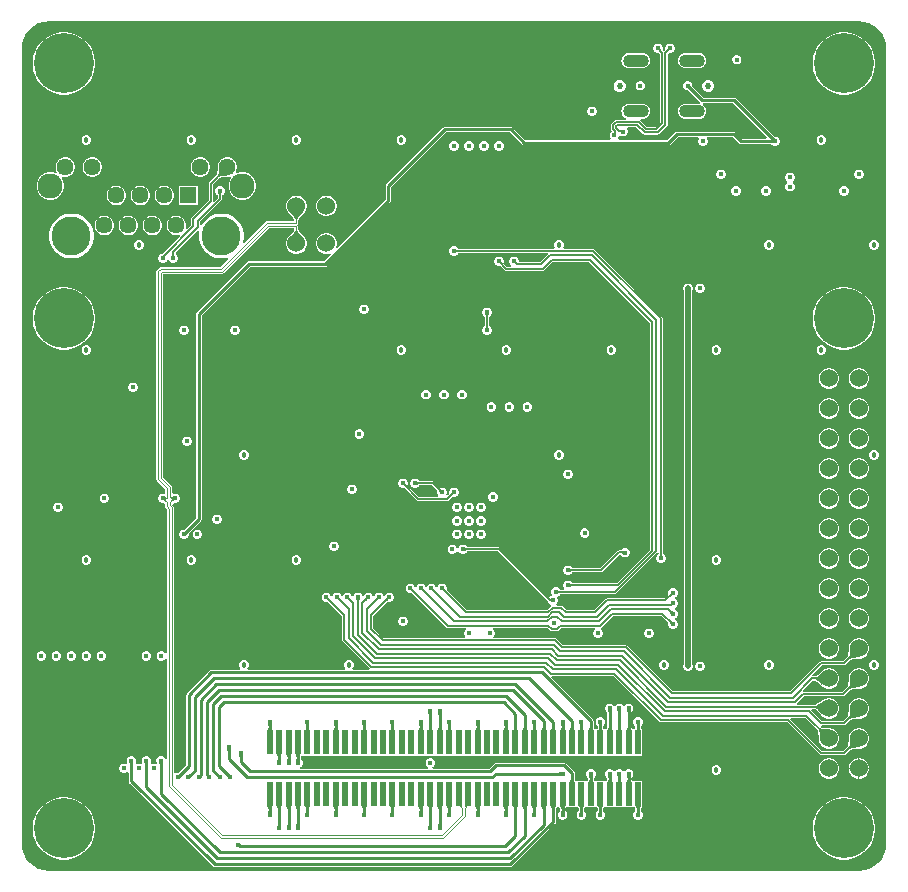
<source format=gbl>
G04*
G04 #@! TF.GenerationSoftware,Altium Limited,Altium Designer,24.0.1 (36)*
G04*
G04 Layer_Physical_Order=4*
G04 Layer_Color=16711680*
%FSLAX44Y44*%
%MOMM*%
G71*
G04*
G04 #@! TF.SameCoordinates,4C79C2C8-5DE3-4804-94A9-F395A3FC2A11*
G04*
G04*
G04 #@! TF.FilePolarity,Positive*
G04*
G01*
G75*
%ADD11C,0.2540*%
%ADD12C,0.1270*%
%ADD14R,0.5000X2.0000*%
%ADD30C,1.5240*%
%ADD65C,0.1524*%
%ADD66C,0.1016*%
%ADD67C,0.5080*%
%ADD68C,1.4480*%
%ADD69R,1.4480X1.4480*%
%ADD70C,3.3000*%
%ADD71C,2.1280*%
%ADD72C,1.4400*%
%ADD73C,0.4524*%
%ADD74O,2.2000X1.1000*%
%ADD75C,0.5200*%
%ADD76C,5.0800*%
%ADD77C,0.4572*%
G36*
X677606Y683054D02*
X681939Y681740D01*
X685933Y679605D01*
X689433Y676733D01*
X692306Y673233D01*
X694440Y669239D01*
X695754Y664906D01*
X696189Y660498D01*
X696169Y660400D01*
Y-12700D01*
X696189Y-12797D01*
X695754Y-17206D01*
X694440Y-21539D01*
X692306Y-25533D01*
X689433Y-29033D01*
X685933Y-31906D01*
X681939Y-34040D01*
X677606Y-35354D01*
X673197Y-35789D01*
X673100Y-35769D01*
X-12700D01*
X-12797Y-35789D01*
X-17206Y-35354D01*
X-21539Y-34040D01*
X-25533Y-31906D01*
X-29033Y-29033D01*
X-31906Y-25533D01*
X-34040Y-21539D01*
X-35354Y-17206D01*
X-35789Y-12797D01*
X-35769Y-12700D01*
Y660400D01*
X-35789Y660498D01*
X-35354Y664906D01*
X-34040Y669239D01*
X-31906Y673233D01*
X-29033Y676733D01*
X-25533Y679605D01*
X-21539Y681740D01*
X-17206Y683054D01*
X-12797Y683489D01*
X-12700Y683469D01*
X673100D01*
X673197Y683489D01*
X677606Y683054D01*
D02*
G37*
%LPC*%
G36*
X513876Y664400D02*
X512284D01*
X510814Y663791D01*
X509689Y662666D01*
X509080Y661196D01*
Y659604D01*
X509255Y659183D01*
X509228Y659112D01*
X508000Y657884D01*
X506772Y659112D01*
X506745Y659183D01*
X506920Y659604D01*
Y661196D01*
X506311Y662666D01*
X505186Y663791D01*
X503716Y664400D01*
X502124D01*
X500654Y663791D01*
X499529Y662666D01*
X498920Y661196D01*
Y659604D01*
X499529Y658134D01*
X500654Y657009D01*
X502124Y656400D01*
X503716D01*
X503913Y656482D01*
X504917Y655695D01*
Y597651D01*
X500899Y593633D01*
X493511D01*
X487836Y599308D01*
X487837Y599366D01*
X488228Y600578D01*
X489500D01*
X491201Y600802D01*
X492786Y601458D01*
X494147Y602503D01*
X495192Y603864D01*
X495848Y605449D01*
X496072Y607150D01*
X495848Y608851D01*
X495192Y610436D01*
X494147Y611797D01*
X492786Y612842D01*
X491201Y613498D01*
X489500Y613722D01*
X478500D01*
X476799Y613498D01*
X475214Y612842D01*
X473853Y611797D01*
X472808Y610436D01*
X472152Y608851D01*
X471928Y607150D01*
X472152Y605449D01*
X472808Y603864D01*
X473853Y602503D01*
X475214Y601458D01*
X476025Y601122D01*
X475773Y599852D01*
X467324D01*
X466631Y599714D01*
X466042Y599321D01*
X463662Y596941D01*
X463269Y596353D01*
X463131Y595659D01*
Y592146D01*
X463269Y591452D01*
X463361Y591314D01*
X463824Y590131D01*
X462699Y589006D01*
X462090Y587536D01*
Y585944D01*
X462699Y584474D01*
X462892Y584281D01*
X462366Y583011D01*
X390565D01*
X380108Y593468D01*
X379352Y593973D01*
X378460Y594151D01*
X322580D01*
X321688Y593973D01*
X320932Y593468D01*
X273134Y545670D01*
X272629Y544914D01*
X272451Y544022D01*
Y532633D01*
X231549Y491731D01*
X230410Y492388D01*
X230886Y494163D01*
Y496437D01*
X230298Y498633D01*
X229160Y500603D01*
X227553Y502211D01*
X225583Y503348D01*
X223387Y503936D01*
X221113D01*
X218917Y503348D01*
X216947Y502211D01*
X215340Y500603D01*
X214202Y498633D01*
X213614Y496437D01*
Y494163D01*
X214202Y491967D01*
X215340Y489997D01*
X216947Y488390D01*
X218917Y487253D01*
X221113Y486664D01*
X223387D01*
X225162Y487140D01*
X225819Y486001D01*
X220058Y480240D01*
X156599D01*
X155707Y480062D01*
X154951Y479557D01*
X112652Y437258D01*
X112147Y436502D01*
X111969Y435610D01*
Y262585D01*
X102309Y252925D01*
X102296Y252920D01*
X100804D01*
X99334Y252311D01*
X98209Y251186D01*
X97600Y249716D01*
Y248124D01*
X98209Y246654D01*
X99334Y245529D01*
X100804Y244920D01*
X102396D01*
X103866Y245529D01*
X104991Y246654D01*
X105600Y248124D01*
Y249616D01*
X105605Y249629D01*
X115948Y259972D01*
X116453Y260728D01*
X116631Y261620D01*
Y434645D01*
X157564Y475578D01*
X221023D01*
X221915Y475756D01*
X222672Y476261D01*
X276430Y530020D01*
X276936Y530776D01*
X277113Y531668D01*
Y543057D01*
X323545Y589489D01*
X377495D01*
X387952Y579032D01*
X388708Y578527D01*
X389600Y578349D01*
X511745D01*
X512637Y578527D01*
X513393Y579032D01*
X519750Y585389D01*
X537296D01*
X537822Y584119D01*
X537629Y583926D01*
X537020Y582456D01*
Y580864D01*
X537629Y579394D01*
X538754Y578269D01*
X540224Y577660D01*
X541816D01*
X543286Y578269D01*
X544411Y579394D01*
X545020Y580864D01*
Y582456D01*
X544411Y583926D01*
X544218Y584119D01*
X544744Y585389D01*
X565984D01*
X571362Y580012D01*
X572118Y579507D01*
X573010Y579329D01*
X598647D01*
X598659Y579324D01*
X599714Y578269D01*
X601184Y577660D01*
X602776D01*
X604246Y578269D01*
X605371Y579394D01*
X605980Y580864D01*
Y582456D01*
X605371Y583926D01*
X604246Y585051D01*
X602776Y585660D01*
X601284D01*
X601271Y585665D01*
X568828Y618108D01*
X568072Y618613D01*
X567180Y618791D01*
X541505D01*
X532005Y628291D01*
X532000Y628304D01*
Y629796D01*
X531391Y631266D01*
X530266Y632391D01*
X528796Y633000D01*
X527204D01*
X525734Y632391D01*
X524609Y631266D01*
X524000Y629796D01*
Y628204D01*
X524609Y626734D01*
X525734Y625609D01*
X527204Y625000D01*
X528696D01*
X528709Y624995D01*
X538892Y614812D01*
X538418Y613601D01*
X537500Y613722D01*
X526500D01*
X524799Y613498D01*
X523214Y612842D01*
X521853Y611797D01*
X520808Y610436D01*
X520152Y608851D01*
X519928Y607150D01*
X520152Y605449D01*
X520808Y603864D01*
X521853Y602503D01*
X523214Y601458D01*
X524799Y600802D01*
X526500Y600578D01*
X537500D01*
X539201Y600802D01*
X540786Y601458D01*
X542147Y602503D01*
X543192Y603864D01*
X543848Y605449D01*
X544072Y607150D01*
X543848Y608851D01*
X543192Y610436D01*
X542147Y611797D01*
X540786Y612842D01*
X540744Y612859D01*
X540996Y614129D01*
X566215D01*
X595180Y585164D01*
X594694Y583991D01*
X573975D01*
X568598Y589368D01*
X567842Y589873D01*
X566950Y590051D01*
X518785D01*
X517893Y589873D01*
X517137Y589368D01*
X510779Y583011D01*
X469814D01*
X469288Y584281D01*
X469481Y584474D01*
X470090Y585944D01*
Y586245D01*
X471360Y586771D01*
X471444Y586687D01*
X472914Y586078D01*
X474506D01*
X475976Y586687D01*
X477101Y587812D01*
X477710Y589282D01*
Y590874D01*
X477101Y592344D01*
X477028Y592417D01*
X477554Y593687D01*
X484738D01*
X490426Y587998D01*
X491014Y587605D01*
X491708Y587467D01*
X502702D01*
X503396Y587605D01*
X503984Y587998D01*
X510552Y594566D01*
X510945Y595154D01*
X511083Y595848D01*
Y655695D01*
X512087Y656482D01*
X512284Y656400D01*
X513876D01*
X515346Y657009D01*
X516471Y658134D01*
X517080Y659604D01*
Y661196D01*
X516471Y662666D01*
X515346Y663791D01*
X513876Y664400D01*
D02*
G37*
G36*
X570335Y655036D02*
X568744D01*
X567274Y654427D01*
X566148Y653301D01*
X565540Y651831D01*
Y650240D01*
X566148Y648770D01*
X567274Y647645D01*
X568744Y647036D01*
X570335D01*
X571805Y647645D01*
X572930Y648770D01*
X573539Y650240D01*
Y651831D01*
X572930Y653301D01*
X571805Y654427D01*
X570335Y655036D01*
D02*
G37*
G36*
X537500Y656722D02*
X526500D01*
X524799Y656498D01*
X523214Y655842D01*
X521853Y654797D01*
X520808Y653436D01*
X520152Y651851D01*
X519928Y650150D01*
X520152Y648449D01*
X520808Y646864D01*
X521853Y645503D01*
X523214Y644458D01*
X524799Y643802D01*
X526500Y643578D01*
X537500D01*
X539201Y643802D01*
X540786Y644458D01*
X542147Y645503D01*
X543192Y646864D01*
X543848Y648449D01*
X544072Y650150D01*
X543848Y651851D01*
X543192Y653436D01*
X542147Y654797D01*
X540786Y655842D01*
X539201Y656498D01*
X537500Y656722D01*
D02*
G37*
G36*
X489500D02*
X478500D01*
X476799Y656498D01*
X475214Y655842D01*
X473853Y654797D01*
X472808Y653436D01*
X472152Y651851D01*
X471928Y650150D01*
X472152Y648449D01*
X472808Y646864D01*
X473853Y645503D01*
X475214Y644458D01*
X476799Y643802D01*
X478500Y643578D01*
X489500D01*
X491201Y643802D01*
X492786Y644458D01*
X494147Y645503D01*
X495192Y646864D01*
X495848Y648449D01*
X496072Y650150D01*
X495848Y651851D01*
X495192Y653436D01*
X494147Y654797D01*
X492786Y655842D01*
X491201Y656498D01*
X489500Y656722D01*
D02*
G37*
G36*
X488796Y633000D02*
X487204D01*
X485734Y632391D01*
X484609Y631266D01*
X484000Y629796D01*
Y628204D01*
X484609Y626734D01*
X485734Y625609D01*
X487204Y625000D01*
X488796D01*
X490266Y625609D01*
X491391Y626734D01*
X492000Y628204D01*
Y629796D01*
X491391Y631266D01*
X490266Y632391D01*
X488796Y633000D01*
D02*
G37*
G36*
X546515Y633750D02*
X544486D01*
X542611Y632974D01*
X541176Y631539D01*
X540400Y629664D01*
Y627635D01*
X541176Y625761D01*
X542611Y624326D01*
X544486Y623550D01*
X546515D01*
X548389Y624326D01*
X549824Y625761D01*
X550600Y627635D01*
Y629664D01*
X549824Y631539D01*
X548389Y632974D01*
X546515Y633750D01*
D02*
G37*
G36*
X471514D02*
X469486D01*
X467611Y632974D01*
X466176Y631539D01*
X465400Y629664D01*
Y627635D01*
X466176Y625761D01*
X467611Y624326D01*
X469486Y623550D01*
X471514D01*
X473389Y624326D01*
X474824Y625761D01*
X475600Y627635D01*
Y629664D01*
X474824Y631539D01*
X473389Y632974D01*
X471514Y633750D01*
D02*
G37*
G36*
X662479Y674116D02*
X658321D01*
X654214Y673466D01*
X650260Y672181D01*
X646555Y670293D01*
X643191Y667849D01*
X640251Y664909D01*
X637807Y661545D01*
X635919Y657840D01*
X634634Y653886D01*
X633984Y649779D01*
Y645621D01*
X634634Y641514D01*
X635919Y637560D01*
X637807Y633855D01*
X640251Y630491D01*
X643191Y627551D01*
X646555Y625107D01*
X650260Y623219D01*
X654214Y621934D01*
X658321Y621284D01*
X662479D01*
X666586Y621934D01*
X670540Y623219D01*
X674245Y625107D01*
X677609Y627551D01*
X680549Y630491D01*
X682993Y633855D01*
X684881Y637560D01*
X686166Y641514D01*
X686816Y645621D01*
Y649779D01*
X686166Y653886D01*
X684881Y657840D01*
X682993Y661545D01*
X680549Y664909D01*
X677609Y667849D01*
X674245Y670293D01*
X670540Y672181D01*
X666586Y673466D01*
X662479Y674116D01*
D02*
G37*
G36*
X2079D02*
X-2079D01*
X-6186Y673466D01*
X-10140Y672181D01*
X-13845Y670293D01*
X-17209Y667849D01*
X-20149Y664909D01*
X-22593Y661545D01*
X-24481Y657840D01*
X-25766Y653886D01*
X-26416Y649779D01*
Y645621D01*
X-25766Y641514D01*
X-24481Y637560D01*
X-22593Y633855D01*
X-20149Y630491D01*
X-17209Y627551D01*
X-13845Y625107D01*
X-10140Y623219D01*
X-6186Y621934D01*
X-2079Y621284D01*
X2079D01*
X6186Y621934D01*
X10140Y623219D01*
X13845Y625107D01*
X17209Y627551D01*
X20149Y630491D01*
X22593Y633855D01*
X24481Y637560D01*
X25766Y641514D01*
X26416Y645621D01*
Y649779D01*
X25766Y653886D01*
X24481Y657840D01*
X22593Y661545D01*
X20149Y664909D01*
X17209Y667849D01*
X13845Y670293D01*
X10140Y672181D01*
X6186Y673466D01*
X2079Y674116D01*
D02*
G37*
G36*
X447836Y611060D02*
X446244D01*
X444774Y610451D01*
X443649Y609326D01*
X443040Y607856D01*
Y606264D01*
X443649Y604794D01*
X444774Y603669D01*
X446244Y603060D01*
X447836D01*
X449306Y603669D01*
X450431Y604794D01*
X451040Y606264D01*
Y607856D01*
X450431Y609326D01*
X449306Y610451D01*
X447836Y611060D01*
D02*
G37*
G36*
X642150Y586954D02*
X640550D01*
X639071Y586341D01*
X637939Y585209D01*
X637326Y583730D01*
Y582130D01*
X637939Y580651D01*
X639071Y579519D01*
X640550Y578906D01*
X642150D01*
X643629Y579519D01*
X644761Y580651D01*
X645374Y582130D01*
Y583730D01*
X644761Y585209D01*
X643629Y586341D01*
X642150Y586954D01*
D02*
G37*
G36*
X286550D02*
X284950D01*
X283471Y586341D01*
X282339Y585209D01*
X281726Y583730D01*
Y582130D01*
X282339Y580651D01*
X283471Y579519D01*
X284950Y578906D01*
X286550D01*
X288029Y579519D01*
X289161Y580651D01*
X289774Y582130D01*
Y583730D01*
X289161Y585209D01*
X288029Y586341D01*
X286550Y586954D01*
D02*
G37*
G36*
X197650D02*
X196050D01*
X194571Y586341D01*
X193439Y585209D01*
X192826Y583730D01*
Y582130D01*
X193439Y580651D01*
X194571Y579519D01*
X196050Y578906D01*
X197650D01*
X199129Y579519D01*
X200261Y580651D01*
X200874Y582130D01*
Y583730D01*
X200261Y585209D01*
X199129Y586341D01*
X197650Y586954D01*
D02*
G37*
G36*
X108750D02*
X107150D01*
X105671Y586341D01*
X104539Y585209D01*
X103926Y583730D01*
Y582130D01*
X104539Y580651D01*
X105671Y579519D01*
X107150Y578906D01*
X108750D01*
X110229Y579519D01*
X111361Y580651D01*
X111974Y582130D01*
Y583730D01*
X111361Y585209D01*
X110229Y586341D01*
X108750Y586954D01*
D02*
G37*
G36*
X19850D02*
X18250D01*
X16771Y586341D01*
X15639Y585209D01*
X15026Y583730D01*
Y582130D01*
X15639Y580651D01*
X16771Y579519D01*
X18250Y578906D01*
X19850D01*
X21329Y579519D01*
X22461Y580651D01*
X23074Y582130D01*
Y583730D01*
X22461Y585209D01*
X21329Y586341D01*
X19850Y586954D01*
D02*
G37*
G36*
X369096Y581850D02*
X367504D01*
X366034Y581241D01*
X364909Y580116D01*
X364300Y578646D01*
Y577054D01*
X364909Y575584D01*
X366034Y574459D01*
X367504Y573850D01*
X369096D01*
X370566Y574459D01*
X371691Y575584D01*
X372300Y577054D01*
Y578646D01*
X371691Y580116D01*
X370566Y581241D01*
X369096Y581850D01*
D02*
G37*
G36*
X356396D02*
X354804D01*
X353334Y581241D01*
X352209Y580116D01*
X351600Y578646D01*
Y577054D01*
X352209Y575584D01*
X353334Y574459D01*
X354804Y573850D01*
X356396D01*
X357866Y574459D01*
X358991Y575584D01*
X359600Y577054D01*
Y578646D01*
X358991Y580116D01*
X357866Y581241D01*
X356396Y581850D01*
D02*
G37*
G36*
X343696D02*
X342104D01*
X340634Y581241D01*
X339509Y580116D01*
X338900Y578646D01*
Y577054D01*
X339509Y575584D01*
X340634Y574459D01*
X342104Y573850D01*
X343696D01*
X345166Y574459D01*
X346291Y575584D01*
X346900Y577054D01*
Y578646D01*
X346291Y580116D01*
X345166Y581241D01*
X343696Y581850D01*
D02*
G37*
G36*
X330996D02*
X329404D01*
X327934Y581241D01*
X326809Y580116D01*
X326200Y578646D01*
Y577054D01*
X326809Y575584D01*
X327934Y574459D01*
X329404Y573850D01*
X330996D01*
X332466Y574459D01*
X333591Y575584D01*
X334200Y577054D01*
Y578646D01*
X333591Y580116D01*
X332466Y581241D01*
X330996Y581850D01*
D02*
G37*
G36*
X2332Y568136D02*
X168D01*
X-1921Y567576D01*
X-3795Y566494D01*
X-5324Y564965D01*
X-6406Y563091D01*
X-6966Y561002D01*
Y558838D01*
X-6406Y556749D01*
X-5813Y555721D01*
X-6742Y554791D01*
X-6951Y554912D01*
X-9915Y555706D01*
X-12984D01*
X-15949Y554912D01*
X-18607Y553377D01*
X-20777Y551207D01*
X-22312Y548549D01*
X-23106Y545584D01*
Y542515D01*
X-22312Y539551D01*
X-20777Y536893D01*
X-18607Y534723D01*
X-15949Y533188D01*
X-12984Y532394D01*
X-9915D01*
X-6951Y533188D01*
X-4293Y534723D01*
X-2123Y536893D01*
X-588Y539551D01*
X206Y542515D01*
Y545584D01*
X-588Y548549D01*
X-1984Y550966D01*
X-1603Y551702D01*
X-1212Y552074D01*
X168Y551704D01*
X2332D01*
X4421Y552264D01*
X6295Y553346D01*
X7824Y554875D01*
X8906Y556749D01*
X9466Y558838D01*
Y561002D01*
X8906Y563091D01*
X7824Y564965D01*
X6295Y566494D01*
X4421Y567576D01*
X2332Y568136D01*
D02*
G37*
G36*
X116632D02*
X114468D01*
X112379Y567576D01*
X110505Y566494D01*
X108976Y564965D01*
X107894Y563091D01*
X107334Y561002D01*
Y558838D01*
X107894Y556749D01*
X108976Y554875D01*
X110505Y553346D01*
X112379Y552264D01*
X114468Y551704D01*
X116632D01*
X118721Y552264D01*
X120595Y553346D01*
X122124Y554875D01*
X123206Y556749D01*
X123766Y558838D01*
Y561002D01*
X123206Y563091D01*
X122124Y564965D01*
X120595Y566494D01*
X118721Y567576D01*
X116632Y568136D01*
D02*
G37*
G36*
X25232D02*
X23068D01*
X20979Y567576D01*
X19105Y566494D01*
X17576Y564965D01*
X16494Y563091D01*
X15934Y561002D01*
Y558838D01*
X16494Y556749D01*
X17576Y554875D01*
X19105Y553346D01*
X20979Y552264D01*
X23068Y551704D01*
X25232D01*
X27321Y552264D01*
X29195Y553346D01*
X30724Y554875D01*
X31806Y556749D01*
X32366Y558838D01*
Y561002D01*
X31806Y563091D01*
X30724Y564965D01*
X29195Y566494D01*
X27321Y567576D01*
X25232Y568136D01*
D02*
G37*
G36*
X673896Y557720D02*
X672304D01*
X670834Y557111D01*
X669709Y555986D01*
X669100Y554516D01*
Y552924D01*
X669709Y551454D01*
X670834Y550329D01*
X672304Y549720D01*
X673896D01*
X675366Y550329D01*
X676491Y551454D01*
X677100Y552924D01*
Y554516D01*
X676491Y555986D01*
X675366Y557111D01*
X673896Y557720D01*
D02*
G37*
G36*
X557056D02*
X555464D01*
X553994Y557111D01*
X552869Y555986D01*
X552260Y554516D01*
Y552924D01*
X552869Y551454D01*
X553994Y550329D01*
X555464Y549720D01*
X557056D01*
X558526Y550329D01*
X559651Y551454D01*
X560260Y552924D01*
Y554516D01*
X559651Y555986D01*
X558526Y557111D01*
X557056Y557720D01*
D02*
G37*
G36*
X615476Y555370D02*
X613884D01*
X612414Y554761D01*
X611289Y553636D01*
X610680Y552166D01*
Y550574D01*
X611289Y549104D01*
X612303Y548090D01*
X612363Y547370D01*
X612303Y546650D01*
X611289Y545636D01*
X610680Y544166D01*
Y542574D01*
X611289Y541104D01*
X612414Y539979D01*
X613884Y539370D01*
X615476D01*
X616946Y539979D01*
X618071Y541104D01*
X618680Y542574D01*
Y544166D01*
X618071Y545636D01*
X617057Y546650D01*
X616997Y547370D01*
X617057Y548090D01*
X618071Y549104D01*
X618680Y550574D01*
Y552166D01*
X618071Y553636D01*
X616946Y554761D01*
X615476Y555370D01*
D02*
G37*
G36*
X661196Y543750D02*
X659604D01*
X658134Y543141D01*
X657009Y542016D01*
X656400Y540546D01*
Y538954D01*
X657009Y537484D01*
X658134Y536359D01*
X659604Y535750D01*
X661196D01*
X662666Y536359D01*
X663791Y537484D01*
X664400Y538954D01*
Y540546D01*
X663791Y542016D01*
X662666Y543141D01*
X661196Y543750D01*
D02*
G37*
G36*
X595156D02*
X593564D01*
X592094Y543141D01*
X590969Y542016D01*
X590360Y540546D01*
Y538954D01*
X590969Y537484D01*
X592094Y536359D01*
X593564Y535750D01*
X595156D01*
X596626Y536359D01*
X597751Y537484D01*
X598360Y538954D01*
Y540546D01*
X597751Y542016D01*
X596626Y543141D01*
X595156Y543750D01*
D02*
G37*
G36*
X569756D02*
X568164D01*
X566694Y543141D01*
X565569Y542016D01*
X564960Y540546D01*
Y538954D01*
X565569Y537484D01*
X566694Y536359D01*
X568164Y535750D01*
X569756D01*
X571226Y536359D01*
X572351Y537484D01*
X572960Y538954D01*
Y540546D01*
X572351Y542016D01*
X571226Y543141D01*
X569756Y543750D01*
D02*
G37*
G36*
X139532Y568136D02*
X137368D01*
X135279Y567576D01*
X133405Y566494D01*
X131876Y564965D01*
X130794Y563091D01*
X130234Y561002D01*
Y560057D01*
X130151Y559865D01*
X130116Y557623D01*
X129967Y555798D01*
X129855Y555060D01*
X129718Y554421D01*
X129563Y553894D01*
X129397Y553486D01*
X129236Y553200D01*
X129022Y552937D01*
X128995Y552845D01*
X123270Y547120D01*
X122905Y546574D01*
X122777Y545930D01*
Y531557D01*
X108030Y516810D01*
X107665Y516264D01*
X107537Y515620D01*
Y510488D01*
X104202Y507154D01*
X103063Y507811D01*
X103506Y509463D01*
Y511637D01*
X102943Y513737D01*
X101856Y515619D01*
X100319Y517156D01*
X98437Y518243D01*
X96337Y518806D01*
X94163D01*
X92063Y518243D01*
X90181Y517156D01*
X88644Y515619D01*
X87557Y513737D01*
X86994Y511637D01*
Y509463D01*
X87557Y507363D01*
X88644Y505481D01*
X90181Y503944D01*
X92063Y502857D01*
X94163Y502294D01*
X96337D01*
X97989Y502737D01*
X98646Y501598D01*
X83648Y486600D01*
X83024D01*
X81554Y485991D01*
X80429Y484866D01*
X79820Y483396D01*
Y481804D01*
X80429Y480334D01*
X81554Y479209D01*
X83024Y478600D01*
X84616D01*
X86086Y479209D01*
X87211Y480334D01*
X87578Y481219D01*
X88952D01*
X89319Y480334D01*
X90444Y479209D01*
X91914Y478600D01*
X93506D01*
X94976Y479209D01*
X96101Y480334D01*
X96710Y481804D01*
Y483396D01*
X96101Y484866D01*
X94976Y485991D01*
X94764Y486079D01*
X94590Y487392D01*
X113635Y506437D01*
X114806Y505812D01*
X114350Y503521D01*
Y499779D01*
X115080Y496108D01*
X116512Y492650D01*
X118592Y489538D01*
X121238Y486892D01*
X124350Y484812D01*
X127808Y483380D01*
X131479Y482650D01*
X135221D01*
X138523Y483307D01*
X139161Y482149D01*
X132372Y475360D01*
X82093D01*
X80927Y474876D01*
X78844Y472793D01*
X78360Y471627D01*
Y295616D01*
X78844Y294449D01*
X85980Y287312D01*
Y283978D01*
X84924Y283272D01*
X84616Y283400D01*
X83024D01*
X81554Y282791D01*
X80429Y281666D01*
X79820Y280196D01*
Y278604D01*
X80429Y277134D01*
X81554Y276009D01*
X83024Y275400D01*
X84616D01*
X85489Y274387D01*
Y272617D01*
X85972Y271451D01*
X87250Y270172D01*
Y148473D01*
X85980Y148221D01*
X85941Y148316D01*
X84816Y149441D01*
X83346Y150050D01*
X81754D01*
X80284Y149441D01*
X79159Y148316D01*
X78550Y146846D01*
Y145254D01*
X79159Y143784D01*
X80284Y142659D01*
X81754Y142050D01*
X83346D01*
X84816Y142659D01*
X85941Y143784D01*
X85980Y143879D01*
X87250Y143627D01*
Y59065D01*
X85980Y58813D01*
X85582Y59775D01*
X84457Y60900D01*
X82986Y61509D01*
X81395D01*
X79925Y60900D01*
X78800Y59775D01*
X78191Y58305D01*
Y56714D01*
X78708Y55465D01*
X78260Y54782D01*
X77862Y54441D01*
X76996Y54800D01*
X75404D01*
X74400Y54384D01*
X73434Y55350D01*
X73850Y56354D01*
Y57946D01*
X73241Y59416D01*
X72116Y60541D01*
X70646Y61150D01*
X69054D01*
X67584Y60541D01*
X66459Y59416D01*
X65850Y57946D01*
Y56354D01*
X66266Y55350D01*
X65300Y54384D01*
X64296Y54800D01*
X62704D01*
X61700Y54384D01*
X60734Y55350D01*
X61150Y56354D01*
Y57946D01*
X60541Y59416D01*
X59416Y60541D01*
X57946Y61150D01*
X56354D01*
X54884Y60541D01*
X53759Y59416D01*
X53150Y57946D01*
Y56354D01*
X53566Y55350D01*
X52600Y54384D01*
X51596Y54800D01*
X50004D01*
X48534Y54191D01*
X47409Y53066D01*
X46800Y51596D01*
Y50004D01*
X47409Y48534D01*
X48534Y47409D01*
X50004Y46800D01*
X51596D01*
X53066Y47409D01*
X53549Y47892D01*
X54819Y47366D01*
Y40242D01*
X54997Y39350D01*
X55502Y38593D01*
X126223Y-32128D01*
X126980Y-32633D01*
X127872Y-32811D01*
X377973D01*
X378865Y-32633D01*
X379621Y-32128D01*
X415848Y4099D01*
X416353Y4855D01*
X416531Y5747D01*
Y16176D01*
X416569Y16263D01*
X416581Y16714D01*
X417156Y17784D01*
X419244D01*
X419819Y16714D01*
X419831Y16263D01*
X419869Y16176D01*
Y14763D01*
X419864Y14751D01*
X418809Y13696D01*
X418200Y12226D01*
Y10634D01*
X418809Y9164D01*
X419934Y8039D01*
X421404Y7430D01*
X422995D01*
X424466Y8039D01*
X425591Y9164D01*
X426200Y10634D01*
Y12226D01*
X425591Y13696D01*
X424536Y14750D01*
X424531Y14763D01*
Y16176D01*
X424569Y16263D01*
X424581Y16714D01*
X425156Y17784D01*
X426684D01*
X426986Y17784D01*
X433414D01*
X433716Y17784D01*
X435244D01*
X435819Y16714D01*
X435831Y16263D01*
X435869Y16176D01*
Y14763D01*
X435864Y14751D01*
X434809Y13696D01*
X434200Y12226D01*
Y10634D01*
X434809Y9164D01*
X435934Y8039D01*
X437404Y7430D01*
X438996D01*
X440466Y8039D01*
X441591Y9164D01*
X442200Y10634D01*
Y12226D01*
X441591Y13696D01*
X440536Y14750D01*
X440531Y14763D01*
Y16176D01*
X440569Y16263D01*
X440581Y16714D01*
X441156Y17784D01*
X441585Y17784D01*
X442986Y17784D01*
X449414D01*
X449716Y17784D01*
X451244D01*
X451819Y16714D01*
X451831Y16263D01*
X451869Y16176D01*
Y14763D01*
X451864Y14751D01*
X450809Y13696D01*
X450200Y12226D01*
Y10634D01*
X450809Y9164D01*
X451934Y8039D01*
X453404Y7430D01*
X454996D01*
X456466Y8039D01*
X457591Y9164D01*
X458200Y10634D01*
Y12226D01*
X457591Y13696D01*
X456536Y14750D01*
X456531Y14763D01*
Y16176D01*
X456569Y16263D01*
X456581Y16714D01*
X457156Y17784D01*
X458684Y17784D01*
X458986Y17784D01*
X465716D01*
Y17784D01*
X466684D01*
Y17784D01*
X473414D01*
X473716Y17784D01*
X474684D01*
X474986Y17784D01*
X481414D01*
X481716Y17784D01*
X483244D01*
X483819Y16714D01*
X483831Y16263D01*
X483869Y16176D01*
Y14763D01*
X483864Y14751D01*
X482809Y13696D01*
X482200Y12226D01*
Y10634D01*
X482809Y9164D01*
X483934Y8039D01*
X485404Y7430D01*
X486996D01*
X488466Y8039D01*
X489591Y9164D01*
X490200Y10634D01*
Y12226D01*
X489591Y13696D01*
X488536Y14751D01*
X488531Y14763D01*
Y16176D01*
X488569Y16263D01*
X488581Y16714D01*
X489156Y17784D01*
X489157D01*
Y17784D01*
X489716Y17784D01*
X489769Y18830D01*
X489759Y18856D01*
X489762Y18952D01*
X489716Y19037D01*
Y39816D01*
X482986D01*
X482684Y39816D01*
X481156D01*
X480581Y40886D01*
X480569Y41337D01*
X480531Y41424D01*
Y42837D01*
X480536Y42849D01*
X481591Y43904D01*
X482200Y45374D01*
Y46966D01*
X481591Y48436D01*
X480466Y49561D01*
X478996Y50170D01*
X477404D01*
X475934Y49561D01*
X474920Y48547D01*
X474200Y48487D01*
X473480Y48547D01*
X472466Y49561D01*
X470996Y50170D01*
X469404D01*
X467934Y49561D01*
X466920Y48547D01*
X466200Y48487D01*
X465480Y48547D01*
X464466Y49561D01*
X462996Y50170D01*
X461404D01*
X459934Y49561D01*
X458809Y48436D01*
X458200Y46966D01*
Y45374D01*
X458809Y43904D01*
X459864Y42849D01*
X459869Y42837D01*
Y41424D01*
X459831Y41337D01*
X459819Y40886D01*
X459244Y39816D01*
X457716Y39816D01*
X457414Y39816D01*
X450986D01*
X450684Y39816D01*
X449156D01*
X448581Y40886D01*
X448569Y41337D01*
X448531Y41424D01*
Y42837D01*
X448536Y42849D01*
X449591Y43904D01*
X450200Y45374D01*
Y46966D01*
X449591Y48436D01*
X448466Y49561D01*
X446996Y50170D01*
X445404D01*
X443934Y49561D01*
X442809Y48436D01*
X442200Y46966D01*
Y45374D01*
X442809Y43904D01*
X443864Y42849D01*
X443869Y42837D01*
Y41424D01*
X443831Y41337D01*
X443819Y40886D01*
X443244Y39816D01*
X442815Y39816D01*
X441414Y39816D01*
X434986D01*
X434684Y39816D01*
X433156D01*
X432581Y40886D01*
X432569Y41337D01*
X432531Y41424D01*
Y46740D01*
X432353Y47632D01*
X431848Y48388D01*
X425248Y54988D01*
X424492Y55493D01*
X423600Y55671D01*
X365760D01*
X364868Y55493D01*
X364112Y54988D01*
X359715Y50591D01*
X312288D01*
X312035Y51861D01*
X312466Y52039D01*
X313591Y53164D01*
X314200Y54634D01*
Y56226D01*
X313591Y57696D01*
X312466Y58821D01*
X310995Y59430D01*
X309404D01*
X307934Y58821D01*
X306809Y57696D01*
X306200Y56226D01*
Y54634D01*
X306809Y53164D01*
X307934Y52039D01*
X308364Y51861D01*
X308111Y50591D01*
X200288D01*
X200036Y51861D01*
X200466Y52039D01*
X201591Y53164D01*
X202200Y54634D01*
Y56226D01*
X201591Y57696D01*
X200536Y58751D01*
X200531Y58763D01*
Y60176D01*
X200569Y60263D01*
X200581Y60714D01*
X201156Y61784D01*
X202684Y61784D01*
X202986Y61784D01*
X209414D01*
X209716Y61784D01*
X210684D01*
X210986Y61784D01*
X217414D01*
X217716Y61784D01*
X218986Y61784D01*
X225414D01*
X225716Y61784D01*
X226684D01*
X226986Y61784D01*
X233414D01*
X233716Y61784D01*
X234684D01*
X234986Y61784D01*
X241414D01*
X241716Y61784D01*
X242684D01*
X242986Y61784D01*
X249414D01*
X250684Y61784D01*
X250986Y61784D01*
X257414D01*
X257716Y61784D01*
X258684D01*
X258986Y61784D01*
X265414D01*
X265716Y61784D01*
X266986Y61784D01*
X273414D01*
X273716Y61784D01*
X274684D01*
X274986Y61784D01*
X281414D01*
X281716Y61784D01*
X282684D01*
X282986Y61784D01*
X289414D01*
X289716Y61784D01*
X290684D01*
X290986Y61784D01*
X297414D01*
X297716Y61784D01*
X298684D01*
X298986Y61784D01*
X305414D01*
X305716Y61784D01*
X306684D01*
X306986Y61784D01*
X313414D01*
X313716Y61784D01*
X314684D01*
X314986Y61784D01*
X321414D01*
X321716Y61784D01*
X322684D01*
X322986Y61784D01*
X329414D01*
X329716Y61784D01*
X330684D01*
X330986Y61784D01*
X337414D01*
X337716Y61784D01*
X338684D01*
X338986Y61784D01*
X345414D01*
X345716Y61784D01*
X346684D01*
X346986Y61784D01*
X353414D01*
X353716Y61784D01*
X354684D01*
X354986Y61784D01*
X361414D01*
X361716Y61784D01*
X362684D01*
X362986Y61784D01*
X369414D01*
X369716Y61784D01*
X370684D01*
X370986Y61784D01*
X377414D01*
X377716Y61784D01*
X378684D01*
X378986Y61784D01*
X385716D01*
Y61784D01*
X386684D01*
Y61784D01*
X393716D01*
Y61784D01*
X394684Y61784D01*
Y61784D01*
X401716D01*
Y61784D01*
X402684D01*
Y61784D01*
X409414D01*
X409716Y61784D01*
X410986Y61784D01*
X417716D01*
Y61784D01*
X418684D01*
Y61784D01*
X425716D01*
Y61784D01*
X426684D01*
Y61784D01*
X433716D01*
Y61784D01*
X434684D01*
Y61784D01*
X441716D01*
Y61784D01*
X442684Y61784D01*
Y61784D01*
X449414D01*
X449716Y61784D01*
X450684D01*
X450986Y61784D01*
X457414D01*
X457716Y61784D01*
X458986Y61784D01*
X465414D01*
X465716Y61784D01*
X466684D01*
X466986Y61784D01*
X473414D01*
X473716Y61784D01*
X474684D01*
X474986Y61784D01*
X481414D01*
X481716Y61784D01*
X482684D01*
X482986Y61784D01*
X489716D01*
Y82546D01*
X489716Y82563D01*
X489762Y82648D01*
X489759Y82744D01*
X489769Y82769D01*
X489716Y83816D01*
X489157D01*
Y83816D01*
X489156D01*
X488581Y84886D01*
X488569Y85337D01*
X488531Y85424D01*
Y86837D01*
X488536Y86849D01*
X489591Y87904D01*
X490200Y89374D01*
Y90966D01*
X489591Y92436D01*
X488466Y93561D01*
X486996Y94170D01*
X485404D01*
X483934Y93561D01*
X482809Y92436D01*
X482200Y90966D01*
Y89374D01*
X482809Y87904D01*
X483864Y86849D01*
X483869Y86837D01*
Y85424D01*
X483831Y85337D01*
X483819Y84886D01*
X483244Y83816D01*
X481156D01*
X480581Y84886D01*
X480569Y85337D01*
X480531Y85424D01*
Y98267D01*
X480536Y98279D01*
X481591Y99334D01*
X482200Y100804D01*
Y102396D01*
X481591Y103866D01*
X480466Y104991D01*
X478996Y105600D01*
X477405D01*
X475934Y104991D01*
X474920Y103977D01*
X474200Y103917D01*
X473480Y103977D01*
X472466Y104991D01*
X470996Y105600D01*
X469404D01*
X467934Y104991D01*
X466920Y103977D01*
X466200Y103917D01*
X465480Y103977D01*
X464466Y104991D01*
X462996Y105600D01*
X461404D01*
X459934Y104991D01*
X458809Y103866D01*
X458200Y102396D01*
Y100804D01*
X458809Y99334D01*
X459864Y98279D01*
X459869Y98267D01*
Y85424D01*
X459831Y85337D01*
X459819Y84886D01*
X459244Y83816D01*
X457156Y83816D01*
X456581Y84886D01*
X456569Y85337D01*
X456531Y85424D01*
Y86837D01*
X456536Y86849D01*
X457591Y87904D01*
X458200Y89374D01*
Y90966D01*
X457591Y92436D01*
X456466Y93561D01*
X454996Y94170D01*
X453404D01*
X451934Y93561D01*
X450809Y92436D01*
X450200Y90966D01*
Y89374D01*
X450809Y87904D01*
X451864Y86849D01*
X451869Y86837D01*
Y85424D01*
X451831Y85337D01*
X451819Y84886D01*
X451244Y83816D01*
X449156D01*
X448581Y84886D01*
X448569Y85337D01*
X448531Y85424D01*
Y90740D01*
X448353Y91632D01*
X447848Y92388D01*
X412354Y127882D01*
X412906Y129127D01*
X465393D01*
X504270Y90250D01*
X504816Y89885D01*
X505460Y89757D01*
X612713D01*
X640160Y62310D01*
X640706Y61945D01*
X641350Y61817D01*
X660400D01*
X661044Y61945D01*
X661590Y62310D01*
X665548Y66267D01*
X665639Y66294D01*
X665916Y66519D01*
X666223Y66691D01*
X666661Y66865D01*
X667225Y67029D01*
X667908Y67172D01*
X668688Y67288D01*
X671793Y67478D01*
X673026Y67481D01*
X673226Y67564D01*
X674237D01*
X676433Y68152D01*
X678403Y69289D01*
X680011Y70897D01*
X681148Y72867D01*
X681736Y75063D01*
Y77337D01*
X681148Y79533D01*
X680011Y81503D01*
X678403Y83111D01*
X676433Y84248D01*
X674237Y84836D01*
X671963D01*
X669767Y84248D01*
X667797Y83111D01*
X666189Y81503D01*
X665052Y79533D01*
X664464Y77337D01*
Y76333D01*
X664381Y76140D01*
X664345Y73747D01*
X664190Y71798D01*
X664072Y71008D01*
X663929Y70324D01*
X663765Y69761D01*
X663590Y69323D01*
X663419Y69016D01*
X663194Y68739D01*
X663167Y68648D01*
X659703Y65183D01*
X642047D01*
X614934Y92297D01*
X615406Y93567D01*
X627953D01*
X637767Y83752D01*
X637794Y83661D01*
X638019Y83384D01*
X638190Y83077D01*
X638365Y82639D01*
X638529Y82076D01*
X638672Y81392D01*
X638788Y80612D01*
X638978Y77507D01*
X638981Y76274D01*
X639064Y76074D01*
Y75063D01*
X639652Y72867D01*
X640789Y70897D01*
X642397Y69289D01*
X644367Y68152D01*
X646563Y67564D01*
X648837D01*
X651033Y68152D01*
X653003Y69289D01*
X654611Y70897D01*
X655748Y72867D01*
X656336Y75063D01*
Y77337D01*
X655748Y79533D01*
X654611Y81503D01*
X653003Y83111D01*
X651033Y84248D01*
X648837Y84836D01*
X647833D01*
X647640Y84919D01*
X645247Y84955D01*
X643298Y85110D01*
X642508Y85228D01*
X641824Y85371D01*
X641261Y85535D01*
X641046Y85621D01*
X640830Y86025D01*
X641100Y86644D01*
X641776Y87217D01*
X660400D01*
X661044Y87345D01*
X661590Y87710D01*
X665548Y91667D01*
X665639Y91694D01*
X665916Y91919D01*
X666223Y92091D01*
X666661Y92265D01*
X667225Y92429D01*
X667908Y92572D01*
X668688Y92688D01*
X671793Y92878D01*
X673026Y92881D01*
X673226Y92964D01*
X674237D01*
X676433Y93553D01*
X678403Y94690D01*
X680011Y96297D01*
X681148Y98267D01*
X681736Y100463D01*
Y102737D01*
X681148Y104933D01*
X680011Y106903D01*
X678403Y108511D01*
X676433Y109648D01*
X674237Y110236D01*
X671963D01*
X669767Y109648D01*
X667797Y108511D01*
X666189Y106903D01*
X665052Y104933D01*
X664464Y102737D01*
Y101733D01*
X664381Y101540D01*
X664345Y99147D01*
X664190Y97198D01*
X664072Y96408D01*
X663929Y95724D01*
X663765Y95161D01*
X663590Y94723D01*
X663419Y94416D01*
X663194Y94139D01*
X663167Y94048D01*
X659703Y90583D01*
X642047D01*
X632714Y99917D01*
X633186Y101187D01*
X635293D01*
X635350Y101151D01*
X635390Y101160D01*
X635425Y101141D01*
X635824Y101101D01*
X636167Y101002D01*
X636568Y100817D01*
X637023Y100533D01*
X637524Y100145D01*
X638065Y99652D01*
X638632Y99061D01*
X639889Y97525D01*
X640554Y96604D01*
X640645Y96548D01*
X640789Y96297D01*
X642397Y94690D01*
X644367Y93553D01*
X646563Y92964D01*
X648837D01*
X651033Y93553D01*
X653003Y94690D01*
X654611Y96297D01*
X655748Y98267D01*
X656336Y100463D01*
Y102737D01*
X655748Y104933D01*
X654611Y106903D01*
X653003Y108511D01*
X651033Y109648D01*
X648837Y110236D01*
X646563D01*
X644367Y109648D01*
X642714Y108693D01*
X642590Y108665D01*
X640430Y107143D01*
X638638Y105978D01*
X637204Y105161D01*
X636653Y104896D01*
X636207Y104718D01*
X635897Y104629D01*
X635622Y104597D01*
X635543Y104553D01*
X620794D01*
X620322Y105823D01*
X626326Y111828D01*
X659611D01*
X660255Y111956D01*
X660801Y112321D01*
X665548Y117067D01*
X665639Y117094D01*
X665916Y117319D01*
X666223Y117491D01*
X666661Y117665D01*
X667225Y117829D01*
X667908Y117972D01*
X668688Y118088D01*
X671793Y118278D01*
X673026Y118281D01*
X673226Y118364D01*
X674237D01*
X676433Y118953D01*
X678403Y120090D01*
X680011Y121697D01*
X681148Y123667D01*
X681736Y125863D01*
Y128137D01*
X681148Y130333D01*
X680011Y132303D01*
X678403Y133911D01*
X676433Y135048D01*
X674237Y135636D01*
X671963D01*
X669767Y135048D01*
X667797Y133911D01*
X666189Y132303D01*
X665052Y130333D01*
X664464Y128137D01*
Y127133D01*
X664381Y126940D01*
X664345Y124547D01*
X664190Y122598D01*
X664072Y121808D01*
X663929Y121124D01*
X663765Y120561D01*
X663590Y120123D01*
X663419Y119816D01*
X663194Y119539D01*
X663167Y119448D01*
X658914Y115194D01*
X626101D01*
X625536Y116426D01*
X634427Y125317D01*
X635336D01*
X635420Y125271D01*
X635774Y125234D01*
X636113Y125138D01*
X636546Y124953D01*
X637060Y124670D01*
X637646Y124287D01*
X638279Y123818D01*
X640609Y121757D01*
X641482Y120887D01*
X641683Y120804D01*
X642397Y120090D01*
X644367Y118953D01*
X646563Y118364D01*
X648837D01*
X651033Y118953D01*
X653003Y120090D01*
X654611Y121697D01*
X655748Y123667D01*
X656336Y125863D01*
Y128137D01*
X655748Y130333D01*
X654611Y132303D01*
X653003Y133911D01*
X651033Y135048D01*
X648837Y135636D01*
X646563D01*
X644367Y135048D01*
X642397Y133911D01*
X641687Y133201D01*
X641492Y133123D01*
X639775Y131456D01*
X638287Y130188D01*
X637646Y129713D01*
X637060Y129330D01*
X636546Y129047D01*
X636113Y128862D01*
X635774Y128766D01*
X635420Y128729D01*
X635375Y128705D01*
X634143Y128812D01*
X633637Y129915D01*
X641739Y138017D01*
X660400D01*
X661044Y138145D01*
X661590Y138510D01*
X665548Y142467D01*
X665639Y142494D01*
X665916Y142719D01*
X666223Y142891D01*
X666661Y143065D01*
X667225Y143229D01*
X667908Y143372D01*
X668688Y143488D01*
X671793Y143678D01*
X673026Y143681D01*
X673226Y143764D01*
X674237D01*
X676433Y144353D01*
X678403Y145490D01*
X680011Y147097D01*
X681148Y149067D01*
X681736Y151263D01*
Y153537D01*
X681148Y155733D01*
X680011Y157703D01*
X678403Y159311D01*
X676433Y160448D01*
X674237Y161036D01*
X671963D01*
X669767Y160448D01*
X667797Y159311D01*
X666189Y157703D01*
X665052Y155733D01*
X664464Y153537D01*
Y152533D01*
X664381Y152340D01*
X664345Y149947D01*
X664190Y147998D01*
X664072Y147208D01*
X663929Y146524D01*
X663765Y145961D01*
X663590Y145523D01*
X663419Y145216D01*
X663194Y144939D01*
X663167Y144848D01*
X659703Y141383D01*
X641042D01*
X640398Y141255D01*
X639852Y140890D01*
X614945Y115983D01*
X515626D01*
X476749Y154860D01*
X476203Y155225D01*
X475559Y155353D01*
X422582D01*
X417360Y160575D01*
X416814Y160940D01*
X416170Y161068D01*
X364101D01*
X363575Y162338D01*
X364071Y162834D01*
X364680Y164304D01*
Y165896D01*
X364071Y167366D01*
X362946Y168491D01*
X362932Y168497D01*
X363185Y169767D01*
X409461D01*
X411853Y167375D01*
X412399Y167010D01*
X413043Y166882D01*
X417537D01*
X418181Y167010D01*
X418727Y167375D01*
X421119Y169767D01*
X449615D01*
X449868Y168497D01*
X449854Y168491D01*
X448729Y167366D01*
X448120Y165896D01*
Y164304D01*
X448729Y162834D01*
X449854Y161709D01*
X451324Y161100D01*
X452916D01*
X454386Y161709D01*
X455511Y162834D01*
X456120Y164304D01*
Y165896D01*
X455511Y167366D01*
X454386Y168491D01*
X454343Y168509D01*
X454326Y169272D01*
X454524Y169808D01*
X454959Y169895D01*
X455505Y170260D01*
X465172Y179927D01*
X506033D01*
X511822Y174137D01*
X511848Y174066D01*
X511620Y173516D01*
Y171924D01*
X512229Y170454D01*
X513354Y169329D01*
X514824Y168720D01*
X516416D01*
X517886Y169329D01*
X519011Y170454D01*
X519620Y171924D01*
Y173516D01*
X519011Y174986D01*
X517886Y176111D01*
X517001Y176478D01*
Y177852D01*
X517886Y178219D01*
X519011Y179344D01*
X519620Y180814D01*
Y182406D01*
X519011Y183876D01*
X517886Y185001D01*
X517001Y185368D01*
Y186742D01*
X517886Y187109D01*
X519011Y188234D01*
X519620Y189704D01*
Y191296D01*
X519011Y192766D01*
X517886Y193891D01*
X517001Y194258D01*
Y195632D01*
X517886Y195999D01*
X519011Y197124D01*
X519620Y198594D01*
Y200186D01*
X519011Y201656D01*
X517886Y202781D01*
X516416Y203390D01*
X514824D01*
X513354Y202781D01*
X512229Y201656D01*
X511620Y200186D01*
Y198594D01*
X511848Y198044D01*
X511822Y197973D01*
X508573Y194723D01*
X459740D01*
X459096Y194595D01*
X458550Y194230D01*
X448883Y184563D01*
X425546D01*
X421884Y188225D01*
X421338Y188590D01*
X420693Y188718D01*
X417105D01*
X416625Y189988D01*
X417411Y190774D01*
X418020Y192244D01*
Y193836D01*
X417495Y195103D01*
X417459Y195417D01*
X417951Y196562D01*
X418826Y196924D01*
X419951Y198049D01*
X420179Y198599D01*
X420247Y198632D01*
X466643D01*
X467287Y198760D01*
X467833Y199125D01*
X502177Y233468D01*
X503480Y233082D01*
X503582Y232749D01*
X503565Y232145D01*
X503194Y231991D01*
X502069Y230866D01*
X501460Y229396D01*
Y227804D01*
X502069Y226334D01*
X503194Y225209D01*
X504664Y224600D01*
X506256D01*
X507726Y225209D01*
X508851Y226334D01*
X509460Y227804D01*
Y229396D01*
X508851Y230866D01*
X507726Y231991D01*
X507176Y232219D01*
X507143Y232288D01*
Y431800D01*
X507015Y432444D01*
X506650Y432990D01*
X449500Y490140D01*
X448954Y490505D01*
X448310Y490633D01*
X423054D01*
X422575Y491903D01*
X423124Y493230D01*
Y494830D01*
X422511Y496309D01*
X421379Y497441D01*
X419900Y498054D01*
X418300D01*
X416821Y497441D01*
X415689Y496309D01*
X415076Y494830D01*
Y493230D01*
X415625Y491903D01*
X415146Y490633D01*
X333887D01*
X333819Y490666D01*
X333591Y491216D01*
X332466Y492341D01*
X330996Y492950D01*
X329404D01*
X327934Y492341D01*
X326809Y491216D01*
X326200Y489746D01*
Y488154D01*
X326809Y486684D01*
X327934Y485559D01*
X329404Y484950D01*
X330996D01*
X332466Y485559D01*
X333591Y486684D01*
X333819Y487234D01*
X333887Y487267D01*
X409484D01*
X409956Y485997D01*
X403163Y479203D01*
X385041D01*
X385000Y479264D01*
Y480856D01*
X384391Y482326D01*
X383266Y483451D01*
X381796Y484060D01*
X380204D01*
X378734Y483451D01*
X377609Y482326D01*
X377000Y480856D01*
Y479264D01*
X377609Y477794D01*
X378734Y476669D01*
X378748Y476663D01*
X378495Y475393D01*
X375347D01*
X372098Y478643D01*
X372072Y478714D01*
X372300Y479264D01*
Y480856D01*
X371691Y482326D01*
X370566Y483451D01*
X369096Y484060D01*
X367504D01*
X366034Y483451D01*
X364909Y482326D01*
X364300Y480856D01*
Y479264D01*
X364909Y477794D01*
X366034Y476669D01*
X367504Y476060D01*
X369096D01*
X369646Y476288D01*
X369717Y476262D01*
X373460Y472520D01*
X374006Y472155D01*
X374650Y472027D01*
X405438D01*
X406082Y472155D01*
X406628Y472520D01*
X413755Y479647D01*
X444456D01*
X496157Y427946D01*
Y235442D01*
X468138Y207423D01*
X430407D01*
X430339Y207456D01*
X430111Y208006D01*
X428986Y209131D01*
X427516Y209740D01*
X425924D01*
X424454Y209131D01*
X423329Y208006D01*
X422720Y206536D01*
Y204944D01*
X423329Y203474D01*
X423535Y203268D01*
X423009Y201998D01*
X420247D01*
X420179Y202031D01*
X419951Y202581D01*
X418826Y203706D01*
X417356Y204315D01*
X415764D01*
X414294Y203706D01*
X413169Y202581D01*
X412560Y201111D01*
Y199519D01*
X413085Y198252D01*
X413121Y197938D01*
X412629Y196793D01*
X411754Y196431D01*
X411112Y195789D01*
X369490Y237410D01*
X368944Y237775D01*
X368300Y237903D01*
X341507D01*
X341439Y237936D01*
X341211Y238486D01*
X340086Y239611D01*
X338616Y240220D01*
X337024D01*
X335554Y239611D01*
X334429Y238486D01*
X334062Y237601D01*
X332688D01*
X332321Y238486D01*
X331196Y239611D01*
X329726Y240220D01*
X328134D01*
X326664Y239611D01*
X325539Y238486D01*
X324930Y237016D01*
Y235424D01*
X325539Y233954D01*
X326664Y232829D01*
X328134Y232220D01*
X329726D01*
X331196Y232829D01*
X332321Y233954D01*
X332688Y234839D01*
X334062D01*
X334429Y233954D01*
X335554Y232829D01*
X337024Y232220D01*
X338616D01*
X340086Y232829D01*
X341211Y233954D01*
X341439Y234504D01*
X341507Y234537D01*
X367603D01*
X410108Y192031D01*
X410629Y190774D01*
X411754Y189649D01*
X412432Y189368D01*
X412585Y189063D01*
X412675Y187893D01*
X409345Y184563D01*
X341057D01*
X323838Y201783D01*
X323812Y201854D01*
X324040Y202404D01*
Y203996D01*
X323431Y205466D01*
X322306Y206591D01*
X320836Y207200D01*
X319244D01*
X317774Y206591D01*
X316649Y205466D01*
X316282Y204581D01*
X314908D01*
X314541Y205466D01*
X313416Y206591D01*
X311946Y207200D01*
X310354D01*
X308884Y206591D01*
X307759Y205466D01*
X307392Y204581D01*
X306018D01*
X305651Y205466D01*
X304526Y206591D01*
X303056Y207200D01*
X301464D01*
X299994Y206591D01*
X298869Y205466D01*
X298502Y204581D01*
X297128D01*
X296761Y205466D01*
X295636Y206591D01*
X294166Y207200D01*
X292574D01*
X291104Y206591D01*
X289979Y205466D01*
X289370Y203996D01*
Y202404D01*
X289979Y200934D01*
X291104Y199809D01*
X292574Y199200D01*
X294166D01*
X294716Y199428D01*
X294787Y199402D01*
X323930Y170260D01*
X324476Y169895D01*
X325120Y169767D01*
X340395D01*
X340648Y168497D01*
X340634Y168491D01*
X339509Y167366D01*
X338900Y165896D01*
Y164304D01*
X339509Y162834D01*
X340005Y162338D01*
X339479Y161068D01*
X270572D01*
X262033Y169607D01*
Y179643D01*
X274173Y191782D01*
X274244Y191808D01*
X274794Y191580D01*
X276386D01*
X277856Y192189D01*
X278981Y193314D01*
X279590Y194784D01*
Y196376D01*
X278981Y197846D01*
X277856Y198971D01*
X276386Y199580D01*
X274794D01*
X273324Y198971D01*
X272199Y197846D01*
X271832Y196961D01*
X270458D01*
X270091Y197846D01*
X268966Y198971D01*
X267496Y199580D01*
X265904D01*
X264434Y198971D01*
X263309Y197846D01*
X262942Y196961D01*
X261568D01*
X261201Y197846D01*
X260076Y198971D01*
X258606Y199580D01*
X257014D01*
X255544Y198971D01*
X254419Y197846D01*
X254052Y196961D01*
X252678D01*
X252311Y197846D01*
X251186Y198971D01*
X249716Y199580D01*
X248124D01*
X246654Y198971D01*
X245529Y197846D01*
X245162Y196961D01*
X243788D01*
X243421Y197846D01*
X242296Y198971D01*
X240826Y199580D01*
X239234D01*
X237764Y198971D01*
X236639Y197846D01*
X236272Y196961D01*
X234898D01*
X234531Y197846D01*
X233406Y198971D01*
X231936Y199580D01*
X230344D01*
X228874Y198971D01*
X227749Y197846D01*
X227382Y196961D01*
X226008D01*
X225641Y197846D01*
X224516Y198971D01*
X223046Y199580D01*
X221454D01*
X219984Y198971D01*
X218859Y197846D01*
X218250Y196376D01*
Y194784D01*
X218859Y193314D01*
X219984Y192189D01*
X221454Y191580D01*
X223046D01*
X223596Y191808D01*
X223667Y191782D01*
X235807Y179643D01*
Y159441D01*
X235935Y158797D01*
X236300Y158251D01*
X258870Y135681D01*
X258380Y134411D01*
X244768D01*
X244242Y135681D01*
X244711Y136151D01*
X245324Y137630D01*
Y139230D01*
X244711Y140709D01*
X243579Y141841D01*
X242100Y142454D01*
X240500D01*
X239021Y141841D01*
X237889Y140709D01*
X237276Y139230D01*
Y137630D01*
X237889Y136151D01*
X238358Y135681D01*
X237832Y134411D01*
X155868D01*
X155342Y135681D01*
X155811Y136151D01*
X156424Y137630D01*
Y139230D01*
X155811Y140709D01*
X154679Y141841D01*
X153200Y142454D01*
X151600D01*
X150121Y141841D01*
X148989Y140709D01*
X148376Y139230D01*
Y137630D01*
X148989Y136151D01*
X149458Y135681D01*
X148932Y134411D01*
X124734D01*
X123842Y134233D01*
X123086Y133728D01*
X104397Y115039D01*
X103892Y114283D01*
X103714Y113391D01*
Y53670D01*
X97229Y47185D01*
X97216Y47180D01*
X95724D01*
X94360Y46615D01*
X93821Y46806D01*
X93090Y47203D01*
Y271907D01*
X92606Y273074D01*
X91939Y273741D01*
X92002Y274561D01*
X93184Y275400D01*
X94776D01*
X96246Y276009D01*
X97371Y277134D01*
X97980Y278604D01*
Y280196D01*
X97371Y281666D01*
X96246Y282791D01*
X94776Y283400D01*
X93184D01*
X92876Y283272D01*
X91820Y283978D01*
Y289048D01*
X91336Y290214D01*
X84200Y297351D01*
Y469520D01*
X134107D01*
X135274Y470004D01*
X173525Y508255D01*
X194523D01*
X195127Y506985D01*
X195116Y506950D01*
X194926Y506527D01*
X194635Y506017D01*
X194240Y505430D01*
X193755Y504789D01*
X191633Y502416D01*
X190738Y501519D01*
X190655Y501318D01*
X189939Y500603D01*
X188803Y498633D01*
X188214Y496437D01*
Y494163D01*
X188803Y491967D01*
X189939Y489997D01*
X191547Y488390D01*
X193517Y487253D01*
X195713Y486664D01*
X197987D01*
X200183Y487253D01*
X202153Y488390D01*
X203761Y489997D01*
X204897Y491967D01*
X205486Y494163D01*
Y496437D01*
X204897Y498633D01*
X203761Y500603D01*
X203050Y501313D01*
X202972Y501509D01*
X201257Y503269D01*
X199951Y504782D01*
X199460Y505430D01*
X199065Y506017D01*
X198774Y506527D01*
X198584Y506950D01*
X198500Y507230D01*
Y509310D01*
X198016Y510476D01*
X197498Y511175D01*
X198016Y511874D01*
X198500Y513040D01*
Y515120D01*
X198584Y515400D01*
X198774Y515823D01*
X199065Y516333D01*
X199460Y516920D01*
X199945Y517561D01*
X202067Y519934D01*
X202962Y520831D01*
X203045Y521032D01*
X203761Y521747D01*
X204897Y523717D01*
X205486Y525913D01*
Y528187D01*
X204897Y530383D01*
X203761Y532353D01*
X202153Y533960D01*
X200183Y535098D01*
X197987Y535686D01*
X195713D01*
X193517Y535098D01*
X191547Y533960D01*
X189939Y532353D01*
X188803Y530383D01*
X188214Y528187D01*
Y525913D01*
X188803Y523717D01*
X189939Y521747D01*
X190650Y521037D01*
X190728Y520841D01*
X192442Y519081D01*
X193749Y517568D01*
X194240Y516920D01*
X194635Y516333D01*
X194926Y515823D01*
X195116Y515400D01*
X195127Y515365D01*
X194523Y514095D01*
X171790D01*
X170624Y513611D01*
X152851Y495839D01*
X151693Y496477D01*
X152350Y499779D01*
Y503521D01*
X151620Y507192D01*
X150188Y510650D01*
X148108Y513762D01*
X145462Y516408D01*
X142350Y518488D01*
X138892Y519920D01*
X135221Y520650D01*
X131479D01*
X127808Y519920D01*
X124350Y518488D01*
X121238Y516408D01*
X118592Y513762D01*
X116628Y510823D01*
X116078Y510840D01*
X115358Y511155D01*
Y513967D01*
X133270Y531879D01*
X133635Y532425D01*
X133763Y533069D01*
Y536063D01*
X133796Y536131D01*
X134346Y536359D01*
X135471Y537484D01*
X136080Y538954D01*
Y540546D01*
X135471Y542016D01*
X134346Y543141D01*
X132876Y543750D01*
X131284D01*
X129814Y543141D01*
X128689Y542016D01*
X128080Y540546D01*
Y538954D01*
X128689Y537484D01*
X129814Y536359D01*
X130364Y536131D01*
X130397Y536063D01*
Y533767D01*
X127365Y530735D01*
X127343Y530737D01*
X126143Y531309D01*
Y545233D01*
X131375Y550465D01*
X131467Y550492D01*
X131730Y550706D01*
X132016Y550867D01*
X132424Y551033D01*
X132951Y551188D01*
X133590Y551325D01*
X134318Y551435D01*
X137227Y551618D01*
X138380Y551621D01*
X138580Y551704D01*
X139532D01*
X140912Y552074D01*
X141303Y551702D01*
X141684Y550966D01*
X140288Y548549D01*
X139494Y545584D01*
Y542515D01*
X140288Y539551D01*
X141823Y536893D01*
X143993Y534723D01*
X146651Y533188D01*
X149615Y532394D01*
X152684D01*
X155649Y533188D01*
X158307Y534723D01*
X160477Y536893D01*
X162012Y539551D01*
X162806Y542515D01*
Y545584D01*
X162012Y548549D01*
X160477Y551207D01*
X158307Y553377D01*
X155649Y554912D01*
X152684Y555706D01*
X149615D01*
X146651Y554912D01*
X146442Y554791D01*
X145513Y555721D01*
X146106Y556749D01*
X146666Y558838D01*
Y561002D01*
X146106Y563091D01*
X145024Y564965D01*
X143495Y566494D01*
X141621Y567576D01*
X139532Y568136D01*
D02*
G37*
G36*
X113666Y544206D02*
X97154D01*
Y527694D01*
X113666D01*
Y544206D01*
D02*
G37*
G36*
X86177D02*
X84003D01*
X81903Y543643D01*
X80021Y542556D01*
X78484Y541019D01*
X77397Y539137D01*
X76834Y537037D01*
Y534863D01*
X77397Y532763D01*
X78484Y530881D01*
X80021Y529344D01*
X81903Y528257D01*
X84003Y527694D01*
X86177D01*
X88277Y528257D01*
X90159Y529344D01*
X91696Y530881D01*
X92783Y532763D01*
X93346Y534863D01*
Y537037D01*
X92783Y539137D01*
X91696Y541019D01*
X90159Y542556D01*
X88277Y543643D01*
X86177Y544206D01*
D02*
G37*
G36*
X65857D02*
X63683D01*
X61583Y543643D01*
X59701Y542556D01*
X58164Y541019D01*
X57077Y539137D01*
X56514Y537037D01*
Y534863D01*
X57077Y532763D01*
X58164Y530881D01*
X59701Y529344D01*
X61583Y528257D01*
X63683Y527694D01*
X65857D01*
X67957Y528257D01*
X69839Y529344D01*
X71376Y530881D01*
X72463Y532763D01*
X73026Y534863D01*
Y537037D01*
X72463Y539137D01*
X71376Y541019D01*
X69839Y542556D01*
X67957Y543643D01*
X65857Y544206D01*
D02*
G37*
G36*
X45537D02*
X43363D01*
X41263Y543643D01*
X39381Y542556D01*
X37844Y541019D01*
X36757Y539137D01*
X36194Y537037D01*
Y534863D01*
X36757Y532763D01*
X37844Y530881D01*
X39381Y529344D01*
X41263Y528257D01*
X43363Y527694D01*
X45537D01*
X47637Y528257D01*
X49519Y529344D01*
X51056Y530881D01*
X52143Y532763D01*
X52706Y534863D01*
Y537037D01*
X52143Y539137D01*
X51056Y541019D01*
X49519Y542556D01*
X47637Y543643D01*
X45537Y544206D01*
D02*
G37*
G36*
X223387Y535686D02*
X221113D01*
X218917Y535098D01*
X216947Y533960D01*
X215340Y532353D01*
X214202Y530383D01*
X213614Y528187D01*
Y525913D01*
X214202Y523717D01*
X215340Y521747D01*
X216947Y520140D01*
X218917Y519002D01*
X221113Y518414D01*
X223387D01*
X225583Y519002D01*
X227553Y520140D01*
X229160Y521747D01*
X230298Y523717D01*
X230886Y525913D01*
Y528187D01*
X230298Y530383D01*
X229160Y532353D01*
X227553Y533960D01*
X225583Y535098D01*
X223387Y535686D01*
D02*
G37*
G36*
X76017Y518806D02*
X73843D01*
X71743Y518243D01*
X69861Y517156D01*
X68324Y515619D01*
X67237Y513737D01*
X66674Y511637D01*
Y509463D01*
X67237Y507363D01*
X68324Y505481D01*
X69861Y503944D01*
X71743Y502857D01*
X73843Y502294D01*
X76017D01*
X78117Y502857D01*
X79999Y503944D01*
X81536Y505481D01*
X82623Y507363D01*
X83186Y509463D01*
Y511637D01*
X82623Y513737D01*
X81536Y515619D01*
X79999Y517156D01*
X78117Y518243D01*
X76017Y518806D01*
D02*
G37*
G36*
X55697D02*
X53523D01*
X51423Y518243D01*
X49541Y517156D01*
X48004Y515619D01*
X46917Y513737D01*
X46354Y511637D01*
Y509463D01*
X46917Y507363D01*
X48004Y505481D01*
X49541Y503944D01*
X51423Y502857D01*
X53523Y502294D01*
X55697D01*
X57797Y502857D01*
X59679Y503944D01*
X61216Y505481D01*
X62303Y507363D01*
X62866Y509463D01*
Y511637D01*
X62303Y513737D01*
X61216Y515619D01*
X59679Y517156D01*
X57797Y518243D01*
X55697Y518806D01*
D02*
G37*
G36*
X35377D02*
X33203D01*
X31103Y518243D01*
X29221Y517156D01*
X27683Y515619D01*
X26597Y513737D01*
X26034Y511637D01*
Y509463D01*
X26597Y507363D01*
X27683Y505481D01*
X29221Y503944D01*
X31103Y502857D01*
X33203Y502294D01*
X35377D01*
X37477Y502857D01*
X39359Y503944D01*
X40896Y505481D01*
X41983Y507363D01*
X42546Y509463D01*
Y511637D01*
X41983Y513737D01*
X40896Y515619D01*
X39359Y517156D01*
X37477Y518243D01*
X35377Y518806D01*
D02*
G37*
G36*
X686600Y498054D02*
X685000D01*
X683521Y497441D01*
X682389Y496309D01*
X681776Y494830D01*
Y493230D01*
X682389Y491751D01*
X683521Y490619D01*
X685000Y490006D01*
X686600D01*
X688079Y490619D01*
X689211Y491751D01*
X689824Y493230D01*
Y494830D01*
X689211Y496309D01*
X688079Y497441D01*
X686600Y498054D01*
D02*
G37*
G36*
X597700D02*
X596100D01*
X594621Y497441D01*
X593489Y496309D01*
X592876Y494830D01*
Y493230D01*
X593489Y491751D01*
X594621Y490619D01*
X596100Y490006D01*
X597700D01*
X599179Y490619D01*
X600311Y491751D01*
X600924Y493230D01*
Y494830D01*
X600311Y496309D01*
X599179Y497441D01*
X597700Y498054D01*
D02*
G37*
G36*
X64300D02*
X62700D01*
X61221Y497441D01*
X60089Y496309D01*
X59476Y494830D01*
Y493230D01*
X60089Y491751D01*
X61221Y490619D01*
X62700Y490006D01*
X64300D01*
X65779Y490619D01*
X66911Y491751D01*
X67524Y493230D01*
Y494830D01*
X66911Y496309D01*
X65779Y497441D01*
X64300Y498054D01*
D02*
G37*
G36*
X8221Y520650D02*
X4479D01*
X808Y519920D01*
X-2650Y518488D01*
X-5762Y516408D01*
X-8408Y513762D01*
X-10488Y510650D01*
X-11920Y507192D01*
X-12650Y503521D01*
Y499779D01*
X-11920Y496108D01*
X-10488Y492650D01*
X-8408Y489538D01*
X-5762Y486892D01*
X-2650Y484812D01*
X808Y483380D01*
X4479Y482650D01*
X8221D01*
X11892Y483380D01*
X15350Y484812D01*
X18462Y486892D01*
X21108Y489538D01*
X23188Y492650D01*
X24620Y496108D01*
X25350Y499779D01*
Y503521D01*
X24620Y507192D01*
X23188Y510650D01*
X21108Y513762D01*
X18462Y516408D01*
X15350Y518488D01*
X11892Y519920D01*
X8221Y520650D01*
D02*
G37*
G36*
X539276Y461200D02*
X537684D01*
X536214Y460591D01*
X535089Y459466D01*
X534480Y457996D01*
Y456404D01*
X535089Y454934D01*
X536214Y453809D01*
X537684Y453200D01*
X539276D01*
X540746Y453809D01*
X541871Y454934D01*
X542480Y456404D01*
Y457996D01*
X541871Y459466D01*
X540746Y460591D01*
X539276Y461200D01*
D02*
G37*
G36*
X254796Y443420D02*
X253204D01*
X251734Y442811D01*
X250609Y441686D01*
X250000Y440216D01*
Y438624D01*
X250609Y437154D01*
X251734Y436029D01*
X253204Y435420D01*
X254796D01*
X256266Y436029D01*
X257391Y437154D01*
X258000Y438624D01*
Y440216D01*
X257391Y441686D01*
X256266Y442811D01*
X254796Y443420D01*
D02*
G37*
G36*
X145576Y425640D02*
X143984D01*
X142514Y425031D01*
X141389Y423906D01*
X140780Y422436D01*
Y420844D01*
X141389Y419374D01*
X142514Y418249D01*
X143984Y417640D01*
X145576D01*
X147046Y418249D01*
X148171Y419374D01*
X148780Y420844D01*
Y422436D01*
X148171Y423906D01*
X147046Y425031D01*
X145576Y425640D01*
D02*
G37*
G36*
X358936Y440880D02*
X357344D01*
X355874Y440271D01*
X354749Y439146D01*
X354140Y437676D01*
Y436084D01*
X354749Y434614D01*
X355874Y433489D01*
X356296Y433314D01*
X356327Y433246D01*
Y425274D01*
X356296Y425206D01*
X355874Y425031D01*
X354749Y423906D01*
X354140Y422436D01*
Y420844D01*
X354749Y419374D01*
X355874Y418249D01*
X357344Y417640D01*
X358936D01*
X360406Y418249D01*
X361531Y419374D01*
X362140Y420844D01*
Y422436D01*
X361531Y423906D01*
X360406Y425031D01*
X359984Y425206D01*
X359953Y425274D01*
Y433246D01*
X359984Y433314D01*
X360406Y433489D01*
X361531Y434614D01*
X362140Y436084D01*
Y437676D01*
X361531Y439146D01*
X360406Y440271D01*
X358936Y440880D01*
D02*
G37*
G36*
X102396Y425640D02*
X100804D01*
X99334Y425031D01*
X98209Y423906D01*
X97600Y422436D01*
Y420844D01*
X98209Y419374D01*
X99334Y418249D01*
X100804Y417640D01*
X102396D01*
X103866Y418249D01*
X104991Y419374D01*
X105600Y420844D01*
Y422436D01*
X104991Y423906D01*
X103866Y425031D01*
X102396Y425640D01*
D02*
G37*
G36*
X662479Y458216D02*
X658321D01*
X654214Y457566D01*
X650260Y456281D01*
X646555Y454393D01*
X643191Y451949D01*
X640251Y449009D01*
X637807Y445645D01*
X635919Y441940D01*
X634634Y437986D01*
X633984Y433879D01*
Y429721D01*
X634634Y425614D01*
X635919Y421660D01*
X637807Y417955D01*
X640251Y414591D01*
X643191Y411651D01*
X646555Y409207D01*
X650260Y407319D01*
X654214Y406034D01*
X658321Y405384D01*
X662479D01*
X666586Y406034D01*
X670540Y407319D01*
X674245Y409207D01*
X677609Y411651D01*
X680549Y414591D01*
X682993Y417955D01*
X684881Y421660D01*
X686166Y425614D01*
X686816Y429721D01*
Y433879D01*
X686166Y437986D01*
X684881Y441940D01*
X682993Y445645D01*
X680549Y449009D01*
X677609Y451949D01*
X674245Y454393D01*
X670540Y456281D01*
X666586Y457566D01*
X662479Y458216D01*
D02*
G37*
G36*
X2079D02*
X-2079D01*
X-6186Y457566D01*
X-10140Y456281D01*
X-13845Y454393D01*
X-17209Y451949D01*
X-20149Y449009D01*
X-22593Y445645D01*
X-24481Y441940D01*
X-25766Y437986D01*
X-26416Y433879D01*
Y429721D01*
X-25766Y425614D01*
X-24481Y421660D01*
X-22593Y417955D01*
X-20149Y414591D01*
X-17209Y411651D01*
X-13845Y409207D01*
X-10140Y407319D01*
X-6186Y406034D01*
X-2079Y405384D01*
X2079D01*
X6186Y406034D01*
X10140Y407319D01*
X13845Y409207D01*
X17209Y411651D01*
X20149Y414591D01*
X22593Y417955D01*
X24481Y421660D01*
X25766Y425614D01*
X26416Y429721D01*
Y433879D01*
X25766Y437986D01*
X24481Y441940D01*
X22593Y445645D01*
X20149Y449009D01*
X17209Y451949D01*
X13845Y454393D01*
X10140Y456281D01*
X6186Y457566D01*
X2079Y458216D01*
D02*
G37*
G36*
X642150Y409154D02*
X640550D01*
X639071Y408541D01*
X637939Y407409D01*
X637326Y405930D01*
Y404330D01*
X637939Y402851D01*
X639071Y401719D01*
X640550Y401106D01*
X642150D01*
X643629Y401719D01*
X644761Y402851D01*
X645374Y404330D01*
Y405930D01*
X644761Y407409D01*
X643629Y408541D01*
X642150Y409154D01*
D02*
G37*
G36*
X553250D02*
X551650D01*
X550171Y408541D01*
X549039Y407409D01*
X548426Y405930D01*
Y404330D01*
X549039Y402851D01*
X550171Y401719D01*
X551650Y401106D01*
X553250D01*
X554729Y401719D01*
X555861Y402851D01*
X556474Y404330D01*
Y405930D01*
X555861Y407409D01*
X554729Y408541D01*
X553250Y409154D01*
D02*
G37*
G36*
X464350D02*
X462750D01*
X461271Y408541D01*
X460139Y407409D01*
X459526Y405930D01*
Y404330D01*
X460139Y402851D01*
X461271Y401719D01*
X462750Y401106D01*
X464350D01*
X465829Y401719D01*
X466961Y402851D01*
X467574Y404330D01*
Y405930D01*
X466961Y407409D01*
X465829Y408541D01*
X464350Y409154D01*
D02*
G37*
G36*
X375450D02*
X373850D01*
X372371Y408541D01*
X371239Y407409D01*
X370626Y405930D01*
Y404330D01*
X371239Y402851D01*
X372371Y401719D01*
X373850Y401106D01*
X375450D01*
X376929Y401719D01*
X378061Y402851D01*
X378674Y404330D01*
Y405930D01*
X378061Y407409D01*
X376929Y408541D01*
X375450Y409154D01*
D02*
G37*
G36*
X286550D02*
X284950D01*
X283471Y408541D01*
X282339Y407409D01*
X281726Y405930D01*
Y404330D01*
X282339Y402851D01*
X283471Y401719D01*
X284950Y401106D01*
X286550D01*
X288029Y401719D01*
X289161Y402851D01*
X289774Y404330D01*
Y405930D01*
X289161Y407409D01*
X288029Y408541D01*
X286550Y409154D01*
D02*
G37*
G36*
X19850D02*
X18250D01*
X16771Y408541D01*
X15639Y407409D01*
X15026Y405930D01*
Y404330D01*
X15639Y402851D01*
X16771Y401719D01*
X18250Y401106D01*
X19850D01*
X21329Y401719D01*
X22461Y402851D01*
X23074Y404330D01*
Y405930D01*
X22461Y407409D01*
X21329Y408541D01*
X19850Y409154D01*
D02*
G37*
G36*
X674237Y389636D02*
X671963D01*
X669767Y389048D01*
X667797Y387910D01*
X666189Y386303D01*
X665052Y384333D01*
X664464Y382137D01*
Y379863D01*
X665052Y377667D01*
X666189Y375697D01*
X667797Y374090D01*
X669767Y372952D01*
X671963Y372364D01*
X674237D01*
X676433Y372952D01*
X678403Y374090D01*
X680011Y375697D01*
X681148Y377667D01*
X681736Y379863D01*
Y382137D01*
X681148Y384333D01*
X680011Y386303D01*
X678403Y387910D01*
X676433Y389048D01*
X674237Y389636D01*
D02*
G37*
G36*
X648837D02*
X646563D01*
X644367Y389048D01*
X642397Y387910D01*
X640789Y386303D01*
X639652Y384333D01*
X639064Y382137D01*
Y379863D01*
X639652Y377667D01*
X640789Y375697D01*
X642397Y374090D01*
X644367Y372952D01*
X646563Y372364D01*
X648837D01*
X651033Y372952D01*
X653003Y374090D01*
X654611Y375697D01*
X655748Y377667D01*
X656336Y379863D01*
Y382137D01*
X655748Y384333D01*
X654611Y386303D01*
X653003Y387910D01*
X651033Y389048D01*
X648837Y389636D01*
D02*
G37*
G36*
X59216Y377380D02*
X57624D01*
X56154Y376771D01*
X55029Y375646D01*
X54420Y374176D01*
Y372584D01*
X55029Y371114D01*
X56154Y369989D01*
X57624Y369380D01*
X59216D01*
X60686Y369989D01*
X61811Y371114D01*
X62420Y372584D01*
Y374176D01*
X61811Y375646D01*
X60686Y376771D01*
X59216Y377380D01*
D02*
G37*
G36*
X337754Y371258D02*
X336163D01*
X334692Y370648D01*
X333567Y369523D01*
X332958Y368053D01*
Y366462D01*
X333567Y364992D01*
X334692Y363867D01*
X336163Y363257D01*
X337754D01*
X339224Y363867D01*
X340349Y364992D01*
X340958Y366462D01*
Y368053D01*
X340349Y369523D01*
X339224Y370648D01*
X337754Y371258D01*
D02*
G37*
G36*
X322514D02*
X320923D01*
X319452Y370648D01*
X318327Y369523D01*
X317718Y368053D01*
Y366462D01*
X318327Y364992D01*
X319452Y363867D01*
X320923Y363257D01*
X322514D01*
X323984Y363867D01*
X325109Y364992D01*
X325718Y366462D01*
Y368053D01*
X325109Y369523D01*
X323984Y370648D01*
X322514Y371258D01*
D02*
G37*
G36*
X307274D02*
X305683D01*
X304212Y370648D01*
X303087Y369523D01*
X302478Y368053D01*
Y366462D01*
X303087Y364992D01*
X304212Y363867D01*
X305683Y363257D01*
X307274D01*
X308744Y363867D01*
X309869Y364992D01*
X310478Y366462D01*
Y368053D01*
X309869Y369523D01*
X308744Y370648D01*
X307274Y371258D01*
D02*
G37*
G36*
X393226Y360870D02*
X391634D01*
X390164Y360261D01*
X389039Y359136D01*
X388430Y357666D01*
Y356074D01*
X389039Y354604D01*
X390164Y353479D01*
X391634Y352870D01*
X393226D01*
X394696Y353479D01*
X395821Y354604D01*
X396430Y356074D01*
Y357666D01*
X395821Y359136D01*
X394696Y360261D01*
X393226Y360870D01*
D02*
G37*
G36*
X377986D02*
X376394D01*
X374924Y360261D01*
X373799Y359136D01*
X373190Y357666D01*
Y356074D01*
X373799Y354604D01*
X374924Y353479D01*
X376394Y352870D01*
X377986D01*
X379456Y353479D01*
X380581Y354604D01*
X381190Y356074D01*
Y357666D01*
X380581Y359136D01*
X379456Y360261D01*
X377986Y360870D01*
D02*
G37*
G36*
X362746D02*
X361154D01*
X359684Y360261D01*
X358559Y359136D01*
X357950Y357666D01*
Y356074D01*
X358559Y354604D01*
X359684Y353479D01*
X361154Y352870D01*
X362746D01*
X364216Y353479D01*
X365341Y354604D01*
X365950Y356074D01*
Y357666D01*
X365341Y359136D01*
X364216Y360261D01*
X362746Y360870D01*
D02*
G37*
G36*
X674237Y364236D02*
X671963D01*
X669767Y363647D01*
X667797Y362510D01*
X666189Y360903D01*
X665052Y358933D01*
X664464Y356737D01*
Y354463D01*
X665052Y352267D01*
X666189Y350297D01*
X667797Y348689D01*
X669767Y347552D01*
X671963Y346964D01*
X674237D01*
X676433Y347552D01*
X678403Y348689D01*
X680011Y350297D01*
X681148Y352267D01*
X681736Y354463D01*
Y356737D01*
X681148Y358933D01*
X680011Y360903D01*
X678403Y362510D01*
X676433Y363647D01*
X674237Y364236D01*
D02*
G37*
G36*
X648837D02*
X646563D01*
X644367Y363647D01*
X642397Y362510D01*
X640789Y360903D01*
X639652Y358933D01*
X639064Y356737D01*
Y354463D01*
X639652Y352267D01*
X640789Y350297D01*
X642397Y348689D01*
X644367Y347552D01*
X646563Y346964D01*
X648837D01*
X651033Y347552D01*
X653003Y348689D01*
X654611Y350297D01*
X655748Y352267D01*
X656336Y354463D01*
Y356737D01*
X655748Y358933D01*
X654611Y360903D01*
X653003Y362510D01*
X651033Y363647D01*
X648837Y364236D01*
D02*
G37*
G36*
X250986Y338010D02*
X249394D01*
X247924Y337401D01*
X246799Y336276D01*
X246190Y334806D01*
Y333214D01*
X246799Y331744D01*
X247924Y330619D01*
X249394Y330010D01*
X250986D01*
X252456Y330619D01*
X253581Y331744D01*
X254190Y333214D01*
Y334806D01*
X253581Y336276D01*
X252456Y337401D01*
X250986Y338010D01*
D02*
G37*
G36*
X104936Y331660D02*
X103344D01*
X101874Y331051D01*
X100749Y329926D01*
X100140Y328456D01*
Y326864D01*
X100749Y325394D01*
X101874Y324269D01*
X103344Y323660D01*
X104936D01*
X106406Y324269D01*
X107531Y325394D01*
X108140Y326864D01*
Y328456D01*
X107531Y329926D01*
X106406Y331051D01*
X104936Y331660D01*
D02*
G37*
G36*
X674237Y338836D02*
X671963D01*
X669767Y338247D01*
X667797Y337110D01*
X666189Y335503D01*
X665052Y333533D01*
X664464Y331337D01*
Y329063D01*
X665052Y326867D01*
X666189Y324897D01*
X667797Y323289D01*
X669767Y322152D01*
X671963Y321564D01*
X674237D01*
X676433Y322152D01*
X678403Y323289D01*
X680011Y324897D01*
X681148Y326867D01*
X681736Y329063D01*
Y331337D01*
X681148Y333533D01*
X680011Y335503D01*
X678403Y337110D01*
X676433Y338247D01*
X674237Y338836D01*
D02*
G37*
G36*
X648837D02*
X646563D01*
X644367Y338247D01*
X642397Y337110D01*
X640789Y335503D01*
X639652Y333533D01*
X639064Y331337D01*
Y329063D01*
X639652Y326867D01*
X640789Y324897D01*
X642397Y323289D01*
X644367Y322152D01*
X646563Y321564D01*
X648837D01*
X651033Y322152D01*
X653003Y323289D01*
X654611Y324897D01*
X655748Y326867D01*
X656336Y329063D01*
Y331337D01*
X655748Y333533D01*
X654611Y335503D01*
X653003Y337110D01*
X651033Y338247D01*
X648837Y338836D01*
D02*
G37*
G36*
X686600Y320254D02*
X685000D01*
X683521Y319641D01*
X682389Y318509D01*
X681776Y317030D01*
Y315430D01*
X682389Y313951D01*
X683521Y312819D01*
X685000Y312206D01*
X686600D01*
X688079Y312819D01*
X689211Y313951D01*
X689824Y315430D01*
Y317030D01*
X689211Y318509D01*
X688079Y319641D01*
X686600Y320254D01*
D02*
G37*
G36*
X419900D02*
X418300D01*
X416821Y319641D01*
X415689Y318509D01*
X415076Y317030D01*
Y315430D01*
X415689Y313951D01*
X416821Y312819D01*
X418300Y312206D01*
X419900D01*
X421379Y312819D01*
X422511Y313951D01*
X423124Y315430D01*
Y317030D01*
X422511Y318509D01*
X421379Y319641D01*
X419900Y320254D01*
D02*
G37*
G36*
X153200D02*
X151600D01*
X150121Y319641D01*
X148989Y318509D01*
X148376Y317030D01*
Y315430D01*
X148989Y313951D01*
X150121Y312819D01*
X151600Y312206D01*
X153200D01*
X154679Y312819D01*
X155811Y313951D01*
X156424Y315430D01*
Y317030D01*
X155811Y318509D01*
X154679Y319641D01*
X153200Y320254D01*
D02*
G37*
G36*
X674237Y313436D02*
X671963D01*
X669767Y312847D01*
X667797Y311710D01*
X666189Y310103D01*
X665052Y308133D01*
X664464Y305937D01*
Y303663D01*
X665052Y301467D01*
X666189Y299497D01*
X667797Y297889D01*
X669767Y296752D01*
X671963Y296164D01*
X674237D01*
X676433Y296752D01*
X678403Y297889D01*
X680011Y299497D01*
X681148Y301467D01*
X681736Y303663D01*
Y305937D01*
X681148Y308133D01*
X680011Y310103D01*
X678403Y311710D01*
X676433Y312847D01*
X674237Y313436D01*
D02*
G37*
G36*
X648837D02*
X646563D01*
X644367Y312847D01*
X642397Y311710D01*
X640789Y310103D01*
X639652Y308133D01*
X639064Y305937D01*
Y303663D01*
X639652Y301467D01*
X640789Y299497D01*
X642397Y297889D01*
X644367Y296752D01*
X646563Y296164D01*
X648837D01*
X651033Y296752D01*
X653003Y297889D01*
X654611Y299497D01*
X655748Y301467D01*
X656336Y303663D01*
Y305937D01*
X655748Y308133D01*
X654611Y310103D01*
X653003Y311710D01*
X651033Y312847D01*
X648837Y313436D01*
D02*
G37*
G36*
X427516Y303720D02*
X425924D01*
X424454Y303111D01*
X423329Y301986D01*
X422720Y300516D01*
Y298924D01*
X423329Y297454D01*
X424454Y296329D01*
X425924Y295720D01*
X427516D01*
X428986Y296329D01*
X430111Y297454D01*
X430720Y298924D01*
Y300516D01*
X430111Y301986D01*
X428986Y303111D01*
X427516Y303720D01*
D02*
G37*
G36*
X244662Y291046D02*
X243070D01*
X241600Y290437D01*
X240475Y289312D01*
X239866Y287842D01*
Y286250D01*
X240475Y284780D01*
X241600Y283655D01*
X243070Y283046D01*
X244662D01*
X246132Y283655D01*
X247257Y284780D01*
X247866Y286250D01*
Y287842D01*
X247257Y289312D01*
X246132Y290437D01*
X244662Y291046D01*
D02*
G37*
G36*
X297976Y296100D02*
X296384D01*
X294914Y295491D01*
X293789Y294366D01*
X293180Y292896D01*
Y291304D01*
X293789Y289834D01*
X294914Y288709D01*
X296384Y288100D01*
X297976D01*
X299446Y288709D01*
X300571Y289834D01*
X300799Y290384D01*
X300868Y290417D01*
X311723D01*
X316242Y285897D01*
X316268Y285826D01*
X316040Y285276D01*
Y283684D01*
X316649Y282214D01*
X316855Y282008D01*
X316329Y280738D01*
X300762D01*
X290818Y290683D01*
X290792Y290754D01*
X291020Y291304D01*
Y292896D01*
X290411Y294366D01*
X289286Y295491D01*
X287816Y296100D01*
X286224D01*
X284754Y295491D01*
X283629Y294366D01*
X283020Y292896D01*
Y291304D01*
X283629Y289834D01*
X284754Y288709D01*
X286224Y288100D01*
X287816D01*
X288366Y288328D01*
X288437Y288302D01*
X298875Y277865D01*
X299421Y277500D01*
X300065Y277372D01*
X324775D01*
X325419Y277500D01*
X325965Y277865D01*
X328783Y280682D01*
X328854Y280708D01*
X329404Y280480D01*
X330996D01*
X332466Y281089D01*
X333591Y282214D01*
X334200Y283684D01*
Y285276D01*
X333591Y286746D01*
X332466Y287871D01*
X330996Y288480D01*
X329404D01*
X327934Y287871D01*
X326809Y286746D01*
X326200Y285276D01*
Y283684D01*
X326428Y283134D01*
X326402Y283063D01*
X324819Y281479D01*
X324432Y281556D01*
X323751Y282987D01*
X324040Y283684D01*
Y285276D01*
X323431Y286746D01*
X322306Y287871D01*
X320836Y288480D01*
X319244D01*
X318694Y288252D01*
X318623Y288278D01*
X313610Y293290D01*
X313064Y293655D01*
X312420Y293783D01*
X300868D01*
X300799Y293816D01*
X300571Y294366D01*
X299446Y295491D01*
X297976Y296100D01*
D02*
G37*
G36*
X364016Y284670D02*
X362424D01*
X360954Y284061D01*
X359829Y282936D01*
X359220Y281466D01*
Y279874D01*
X359829Y278404D01*
X360954Y277279D01*
X362424Y276670D01*
X364016D01*
X365486Y277279D01*
X366611Y278404D01*
X367220Y279874D01*
Y281466D01*
X366611Y282936D01*
X365486Y284061D01*
X364016Y284670D01*
D02*
G37*
G36*
X35086Y283400D02*
X33494D01*
X32024Y282791D01*
X30899Y281666D01*
X30290Y280196D01*
Y278604D01*
X30899Y277134D01*
X32024Y276009D01*
X33494Y275400D01*
X35086D01*
X36556Y276009D01*
X37681Y277134D01*
X38290Y278604D01*
Y280196D01*
X37681Y281666D01*
X36556Y282791D01*
X35086Y283400D01*
D02*
G37*
G36*
X674237Y288036D02*
X671963D01*
X669767Y287447D01*
X667797Y286311D01*
X666189Y284703D01*
X665052Y282733D01*
X664464Y280537D01*
Y278263D01*
X665052Y276067D01*
X666189Y274097D01*
X667797Y272489D01*
X669767Y271353D01*
X671963Y270764D01*
X674237D01*
X676433Y271353D01*
X678403Y272489D01*
X680011Y274097D01*
X681148Y276067D01*
X681736Y278263D01*
Y280537D01*
X681148Y282733D01*
X680011Y284703D01*
X678403Y286311D01*
X676433Y287447D01*
X674237Y288036D01*
D02*
G37*
G36*
X648837D02*
X646563D01*
X644367Y287447D01*
X642397Y286311D01*
X640789Y284703D01*
X639652Y282733D01*
X639064Y280537D01*
Y278263D01*
X639652Y276067D01*
X640789Y274097D01*
X642397Y272489D01*
X644367Y271353D01*
X646563Y270764D01*
X648837D01*
X651033Y271353D01*
X653003Y272489D01*
X654611Y274097D01*
X655748Y276067D01*
X656336Y278263D01*
Y280537D01*
X655748Y282733D01*
X654611Y284703D01*
X653003Y286311D01*
X651033Y287447D01*
X648837Y288036D01*
D02*
G37*
G36*
X353856Y275780D02*
X352264D01*
X350794Y275171D01*
X349669Y274046D01*
X349060Y272576D01*
Y270984D01*
X349669Y269514D01*
X350794Y268389D01*
X352264Y267780D01*
X353856D01*
X355326Y268389D01*
X356451Y269514D01*
X357060Y270984D01*
Y272576D01*
X356451Y274046D01*
X355326Y275171D01*
X353856Y275780D01*
D02*
G37*
G36*
X343696D02*
X342104D01*
X340634Y275171D01*
X339509Y274046D01*
X338900Y272576D01*
Y270984D01*
X339509Y269514D01*
X340634Y268389D01*
X342104Y267780D01*
X343696D01*
X345166Y268389D01*
X346291Y269514D01*
X346900Y270984D01*
Y272576D01*
X346291Y274046D01*
X345166Y275171D01*
X343696Y275780D01*
D02*
G37*
G36*
X333536D02*
X331944D01*
X330474Y275171D01*
X329349Y274046D01*
X328740Y272576D01*
Y270984D01*
X329349Y269514D01*
X330474Y268389D01*
X331944Y267780D01*
X333536D01*
X335006Y268389D01*
X336131Y269514D01*
X336740Y270984D01*
Y272576D01*
X336131Y274046D01*
X335006Y275171D01*
X333536Y275780D01*
D02*
G37*
G36*
X-4284D02*
X-5876D01*
X-7346Y275171D01*
X-8471Y274046D01*
X-9080Y272576D01*
Y270984D01*
X-8471Y269514D01*
X-7346Y268389D01*
X-5876Y267780D01*
X-4284D01*
X-2814Y268389D01*
X-1689Y269514D01*
X-1080Y270984D01*
Y272576D01*
X-1689Y274046D01*
X-2814Y275171D01*
X-4284Y275780D01*
D02*
G37*
G36*
X130336Y265620D02*
X128744D01*
X127274Y265011D01*
X126149Y263886D01*
X125540Y262416D01*
Y260824D01*
X126149Y259354D01*
X127274Y258229D01*
X128744Y257620D01*
X130336D01*
X131806Y258229D01*
X132931Y259354D01*
X133540Y260824D01*
Y262416D01*
X132931Y263886D01*
X131806Y265011D01*
X130336Y265620D01*
D02*
G37*
G36*
X353856Y264350D02*
X352264D01*
X350794Y263741D01*
X349669Y262616D01*
X349060Y261146D01*
Y259554D01*
X349669Y258084D01*
X350794Y256959D01*
X352264Y256350D01*
X353856D01*
X355326Y256959D01*
X356451Y258084D01*
X357060Y259554D01*
Y261146D01*
X356451Y262616D01*
X355326Y263741D01*
X353856Y264350D01*
D02*
G37*
G36*
X343696D02*
X342104D01*
X340634Y263741D01*
X339509Y262616D01*
X338900Y261146D01*
Y259554D01*
X339509Y258084D01*
X340634Y256959D01*
X342104Y256350D01*
X343696D01*
X345166Y256959D01*
X346291Y258084D01*
X346900Y259554D01*
Y261146D01*
X346291Y262616D01*
X345166Y263741D01*
X343696Y264350D01*
D02*
G37*
G36*
X333536D02*
X331944D01*
X330474Y263741D01*
X329349Y262616D01*
X328740Y261146D01*
Y259554D01*
X329349Y258084D01*
X330474Y256959D01*
X331944Y256350D01*
X333536D01*
X335006Y256959D01*
X336131Y258084D01*
X336740Y259554D01*
Y261146D01*
X336131Y262616D01*
X335006Y263741D01*
X333536Y264350D01*
D02*
G37*
G36*
X441796Y254000D02*
X440204D01*
X438734Y253391D01*
X437609Y252266D01*
X437000Y250796D01*
Y249204D01*
X437609Y247734D01*
X438734Y246609D01*
X440204Y246000D01*
X441796D01*
X443266Y246609D01*
X444391Y247734D01*
X445000Y249204D01*
Y250796D01*
X444391Y252266D01*
X443266Y253391D01*
X441796Y254000D01*
D02*
G37*
G36*
X674237Y262636D02*
X671963D01*
X669767Y262048D01*
X667797Y260910D01*
X666189Y259303D01*
X665052Y257333D01*
X664464Y255137D01*
Y252863D01*
X665052Y250667D01*
X666189Y248697D01*
X667797Y247090D01*
X669767Y245952D01*
X671963Y245364D01*
X674237D01*
X676433Y245952D01*
X678403Y247090D01*
X680011Y248697D01*
X681148Y250667D01*
X681736Y252863D01*
Y255137D01*
X681148Y257333D01*
X680011Y259303D01*
X678403Y260910D01*
X676433Y262048D01*
X674237Y262636D01*
D02*
G37*
G36*
X648837D02*
X646563D01*
X644367Y262048D01*
X642397Y260910D01*
X640789Y259303D01*
X639652Y257333D01*
X639064Y255137D01*
Y252863D01*
X639652Y250667D01*
X640789Y248697D01*
X642397Y247090D01*
X644367Y245952D01*
X646563Y245364D01*
X648837D01*
X651033Y245952D01*
X653003Y247090D01*
X654611Y248697D01*
X655748Y250667D01*
X656336Y252863D01*
Y255137D01*
X655748Y257333D01*
X654611Y259303D01*
X653003Y260910D01*
X651033Y262048D01*
X648837Y262636D01*
D02*
G37*
G36*
X353856Y252920D02*
X352264D01*
X350794Y252311D01*
X349669Y251186D01*
X349060Y249716D01*
Y248124D01*
X349669Y246654D01*
X350794Y245529D01*
X352264Y244920D01*
X353856D01*
X355326Y245529D01*
X356451Y246654D01*
X357060Y248124D01*
Y249716D01*
X356451Y251186D01*
X355326Y252311D01*
X353856Y252920D01*
D02*
G37*
G36*
X343696D02*
X342104D01*
X340634Y252311D01*
X339509Y251186D01*
X338900Y249716D01*
Y248124D01*
X339509Y246654D01*
X340634Y245529D01*
X342104Y244920D01*
X343696D01*
X345166Y245529D01*
X346291Y246654D01*
X346900Y248124D01*
Y249716D01*
X346291Y251186D01*
X345166Y252311D01*
X343696Y252920D01*
D02*
G37*
G36*
X333536D02*
X331944D01*
X330474Y252311D01*
X329349Y251186D01*
X328740Y249716D01*
Y248124D01*
X329349Y246654D01*
X330474Y245529D01*
X331944Y244920D01*
X333536D01*
X335006Y245529D01*
X336131Y246654D01*
X336740Y248124D01*
Y249716D01*
X336131Y251186D01*
X335006Y252311D01*
X333536Y252920D01*
D02*
G37*
G36*
X113826D02*
X112234D01*
X110764Y252311D01*
X109639Y251186D01*
X109030Y249716D01*
Y248124D01*
X109639Y246654D01*
X110764Y245529D01*
X112234Y244920D01*
X113826D01*
X115296Y245529D01*
X116421Y246654D01*
X117030Y248124D01*
Y249716D01*
X116421Y251186D01*
X115296Y252311D01*
X113826Y252920D01*
D02*
G37*
G36*
X229396Y242760D02*
X227804D01*
X226334Y242151D01*
X225209Y241026D01*
X224600Y239556D01*
Y237964D01*
X225209Y236494D01*
X226334Y235369D01*
X227804Y234760D01*
X229396D01*
X230866Y235369D01*
X231991Y236494D01*
X232600Y237964D01*
Y239556D01*
X231991Y241026D01*
X230866Y242151D01*
X229396Y242760D01*
D02*
G37*
G36*
X475776Y237640D02*
X474184D01*
X472714Y237031D01*
X471589Y235906D01*
X471379Y235398D01*
X471305Y235363D01*
X469900D01*
X469256Y235235D01*
X468710Y234870D01*
X453963Y220123D01*
X430407D01*
X430339Y220156D01*
X430111Y220706D01*
X428986Y221831D01*
X427516Y222440D01*
X425924D01*
X424454Y221831D01*
X423329Y220706D01*
X422720Y219236D01*
Y217644D01*
X423329Y216174D01*
X424454Y215049D01*
X425924Y214440D01*
X427516D01*
X428986Y215049D01*
X430111Y216174D01*
X430339Y216724D01*
X430407Y216757D01*
X454660D01*
X455304Y216885D01*
X455850Y217250D01*
X470170Y231569D01*
X471589Y231374D01*
X472714Y230249D01*
X474184Y229640D01*
X475776D01*
X477246Y230249D01*
X478371Y231374D01*
X478980Y232844D01*
Y234436D01*
X478371Y235906D01*
X477246Y237031D01*
X475776Y237640D01*
D02*
G37*
G36*
X553250Y231354D02*
X551650D01*
X550171Y230741D01*
X549039Y229609D01*
X548426Y228130D01*
Y226530D01*
X549039Y225051D01*
X550171Y223919D01*
X551650Y223306D01*
X553250D01*
X554729Y223919D01*
X555861Y225051D01*
X556474Y226530D01*
Y228130D01*
X555861Y229609D01*
X554729Y230741D01*
X553250Y231354D01*
D02*
G37*
G36*
X197650D02*
X196050D01*
X194571Y230741D01*
X193439Y229609D01*
X192826Y228130D01*
Y226530D01*
X193439Y225051D01*
X194571Y223919D01*
X196050Y223306D01*
X197650D01*
X199129Y223919D01*
X200261Y225051D01*
X200874Y226530D01*
Y228130D01*
X200261Y229609D01*
X199129Y230741D01*
X197650Y231354D01*
D02*
G37*
G36*
X108750D02*
X107150D01*
X105671Y230741D01*
X104539Y229609D01*
X103926Y228130D01*
Y226530D01*
X104539Y225051D01*
X105671Y223919D01*
X107150Y223306D01*
X108750D01*
X110229Y223919D01*
X111361Y225051D01*
X111974Y226530D01*
Y228130D01*
X111361Y229609D01*
X110229Y230741D01*
X108750Y231354D01*
D02*
G37*
G36*
X19850D02*
X18250D01*
X16771Y230741D01*
X15639Y229609D01*
X15026Y228130D01*
Y226530D01*
X15639Y225051D01*
X16771Y223919D01*
X18250Y223306D01*
X19850D01*
X21329Y223919D01*
X22461Y225051D01*
X23074Y226530D01*
Y228130D01*
X22461Y229609D01*
X21329Y230741D01*
X19850Y231354D01*
D02*
G37*
G36*
X674237Y237236D02*
X671963D01*
X669767Y236647D01*
X667797Y235511D01*
X666189Y233903D01*
X665052Y231933D01*
X664464Y229737D01*
Y227463D01*
X665052Y225267D01*
X666189Y223297D01*
X667797Y221689D01*
X669767Y220553D01*
X671963Y219964D01*
X674237D01*
X676433Y220553D01*
X678403Y221689D01*
X680011Y223297D01*
X681148Y225267D01*
X681736Y227463D01*
Y229737D01*
X681148Y231933D01*
X680011Y233903D01*
X678403Y235511D01*
X676433Y236647D01*
X674237Y237236D01*
D02*
G37*
G36*
X648837D02*
X646563D01*
X644367Y236647D01*
X642397Y235511D01*
X640789Y233903D01*
X639652Y231933D01*
X639064Y229737D01*
Y227463D01*
X639652Y225267D01*
X640789Y223297D01*
X642397Y221689D01*
X644367Y220553D01*
X646563Y219964D01*
X648837D01*
X651033Y220553D01*
X653003Y221689D01*
X654611Y223297D01*
X655748Y225267D01*
X656336Y227463D01*
Y229737D01*
X655748Y231933D01*
X654611Y233903D01*
X653003Y235511D01*
X651033Y236647D01*
X648837Y237236D01*
D02*
G37*
G36*
X674237Y211836D02*
X671963D01*
X669767Y211248D01*
X667797Y210110D01*
X666189Y208503D01*
X665052Y206533D01*
X664464Y204337D01*
Y202063D01*
X665052Y199867D01*
X666189Y197897D01*
X667797Y196290D01*
X669767Y195152D01*
X671963Y194564D01*
X674237D01*
X676433Y195152D01*
X678403Y196290D01*
X680011Y197897D01*
X681148Y199867D01*
X681736Y202063D01*
Y204337D01*
X681148Y206533D01*
X680011Y208503D01*
X678403Y210110D01*
X676433Y211248D01*
X674237Y211836D01*
D02*
G37*
G36*
X648837D02*
X646563D01*
X644367Y211248D01*
X642397Y210110D01*
X640789Y208503D01*
X639652Y206533D01*
X639064Y204337D01*
Y202063D01*
X639652Y199867D01*
X640789Y197897D01*
X642397Y196290D01*
X644367Y195152D01*
X646563Y194564D01*
X648837D01*
X651033Y195152D01*
X653003Y196290D01*
X654611Y197897D01*
X655748Y199867D01*
X656336Y202063D01*
Y204337D01*
X655748Y206533D01*
X654611Y208503D01*
X653003Y210110D01*
X651033Y211248D01*
X648837Y211836D01*
D02*
G37*
G36*
X287816Y179260D02*
X286224D01*
X284754Y178651D01*
X283629Y177526D01*
X283020Y176056D01*
Y174464D01*
X283629Y172994D01*
X284754Y171869D01*
X286224Y171260D01*
X287816D01*
X289286Y171869D01*
X290411Y172994D01*
X291020Y174464D01*
Y176056D01*
X290411Y177526D01*
X289286Y178651D01*
X287816Y179260D01*
D02*
G37*
G36*
X674237Y186436D02*
X671963D01*
X669767Y185847D01*
X667797Y184711D01*
X666189Y183103D01*
X665052Y181133D01*
X664464Y178937D01*
Y176663D01*
X665052Y174467D01*
X666189Y172497D01*
X667797Y170889D01*
X669767Y169753D01*
X671963Y169164D01*
X674237D01*
X676433Y169753D01*
X678403Y170889D01*
X680011Y172497D01*
X681148Y174467D01*
X681736Y176663D01*
Y178937D01*
X681148Y181133D01*
X680011Y183103D01*
X678403Y184711D01*
X676433Y185847D01*
X674237Y186436D01*
D02*
G37*
G36*
X648837D02*
X646563D01*
X644367Y185847D01*
X642397Y184711D01*
X640789Y183103D01*
X639652Y181133D01*
X639064Y178937D01*
Y176663D01*
X639652Y174467D01*
X640789Y172497D01*
X642397Y170889D01*
X644367Y169753D01*
X646563Y169164D01*
X648837D01*
X651033Y169753D01*
X653003Y170889D01*
X654611Y172497D01*
X655748Y174467D01*
X656336Y176663D01*
Y178937D01*
X655748Y181133D01*
X654611Y183103D01*
X653003Y184711D01*
X651033Y185847D01*
X648837Y186436D01*
D02*
G37*
G36*
X496096Y169100D02*
X494504D01*
X493034Y168491D01*
X491909Y167366D01*
X491300Y165896D01*
Y164304D01*
X491909Y162834D01*
X493034Y161709D01*
X494504Y161100D01*
X496096D01*
X497566Y161709D01*
X498691Y162834D01*
X499300Y164304D01*
Y165896D01*
X498691Y167366D01*
X497566Y168491D01*
X496096Y169100D01*
D02*
G37*
G36*
X648837Y161036D02*
X646563D01*
X644367Y160448D01*
X642397Y159311D01*
X640789Y157703D01*
X639652Y155733D01*
X639064Y153537D01*
Y151263D01*
X639652Y149067D01*
X640789Y147097D01*
X642397Y145490D01*
X644367Y144353D01*
X646563Y143764D01*
X648837D01*
X651033Y144353D01*
X653003Y145490D01*
X654611Y147097D01*
X655748Y149067D01*
X656336Y151263D01*
Y153537D01*
X655748Y155733D01*
X654611Y157703D01*
X653003Y159311D01*
X651033Y160448D01*
X648837Y161036D01*
D02*
G37*
G36*
X70646Y150050D02*
X69054D01*
X67584Y149441D01*
X66459Y148316D01*
X65850Y146846D01*
Y145254D01*
X66459Y143784D01*
X67584Y142659D01*
X69054Y142050D01*
X70646D01*
X72116Y142659D01*
X73241Y143784D01*
X73850Y145254D01*
Y146846D01*
X73241Y148316D01*
X72116Y149441D01*
X70646Y150050D01*
D02*
G37*
G36*
X-5554D02*
X-7146D01*
X-8616Y149441D01*
X-9741Y148316D01*
X-10350Y146846D01*
Y145254D01*
X-9741Y143784D01*
X-8616Y142659D01*
X-7146Y142050D01*
X-5554D01*
X-4084Y142659D01*
X-2959Y143784D01*
X-2350Y145254D01*
Y146846D01*
X-2959Y148316D01*
X-4084Y149441D01*
X-5554Y150050D01*
D02*
G37*
G36*
X19846Y150050D02*
X18254D01*
X16784Y149441D01*
X15659Y148316D01*
X15050Y146846D01*
Y145254D01*
X15659Y143784D01*
X16784Y142659D01*
X18254Y142050D01*
X19846D01*
X21316Y142659D01*
X22441Y143784D01*
X23050Y145254D01*
Y146846D01*
X22441Y148316D01*
X21316Y149441D01*
X19846Y150050D01*
D02*
G37*
G36*
X7146D02*
X5554D01*
X4084Y149441D01*
X2959Y148316D01*
X2350Y146846D01*
Y145254D01*
X2959Y143784D01*
X4084Y142659D01*
X5554Y142050D01*
X7146D01*
X8616Y142659D01*
X9741Y143784D01*
X10350Y145254D01*
Y146846D01*
X9741Y148316D01*
X8616Y149441D01*
X7146Y150050D01*
D02*
G37*
G36*
X-18254D02*
X-19846D01*
X-21316Y149441D01*
X-22441Y148316D01*
X-23050Y146846D01*
Y145254D01*
X-22441Y143784D01*
X-21316Y142659D01*
X-19846Y142050D01*
X-18254D01*
X-16784Y142659D01*
X-15659Y143784D01*
X-15050Y145254D01*
Y146846D01*
X-15659Y148316D01*
X-16784Y149441D01*
X-18254Y150050D01*
D02*
G37*
G36*
X32546Y150050D02*
X30954D01*
X29484Y149441D01*
X28359Y148316D01*
X27750Y146846D01*
Y145254D01*
X28359Y143784D01*
X29484Y142659D01*
X30954Y142050D01*
X32546D01*
X34016Y142659D01*
X35141Y143784D01*
X35750Y145254D01*
Y146846D01*
X35141Y148316D01*
X34016Y149441D01*
X32546Y150050D01*
D02*
G37*
G36*
X686600Y142454D02*
X685000D01*
X683521Y141841D01*
X682389Y140709D01*
X681776Y139230D01*
Y137630D01*
X682389Y136151D01*
X683521Y135019D01*
X685000Y134406D01*
X686600D01*
X688079Y135019D01*
X689211Y136151D01*
X689824Y137630D01*
Y139230D01*
X689211Y140709D01*
X688079Y141841D01*
X686600Y142454D01*
D02*
G37*
G36*
X597700D02*
X596100D01*
X594621Y141841D01*
X593489Y140709D01*
X592876Y139230D01*
Y137630D01*
X593489Y136151D01*
X594621Y135019D01*
X596100Y134406D01*
X597700D01*
X599179Y135019D01*
X600311Y136151D01*
X600924Y137630D01*
Y139230D01*
X600311Y140709D01*
X599179Y141841D01*
X597700Y142454D01*
D02*
G37*
G36*
X508800D02*
X507200D01*
X505721Y141841D01*
X504589Y140709D01*
X503976Y139230D01*
Y137630D01*
X504589Y136151D01*
X505721Y135019D01*
X507200Y134406D01*
X508800D01*
X510279Y135019D01*
X511411Y136151D01*
X512024Y137630D01*
Y139230D01*
X511411Y140709D01*
X510279Y141841D01*
X508800Y142454D01*
D02*
G37*
G36*
X539276Y141160D02*
X537684D01*
X536214Y140551D01*
X535089Y139426D01*
X534480Y137956D01*
Y136364D01*
X535089Y134894D01*
X536214Y133769D01*
X537684Y133160D01*
X539276D01*
X540746Y133769D01*
X541871Y134894D01*
X542480Y136364D01*
Y137956D01*
X541871Y139426D01*
X540746Y140551D01*
X539276Y141160D01*
D02*
G37*
G36*
X529116Y461200D02*
X527524D01*
X526054Y460591D01*
X524929Y459466D01*
X524320Y457996D01*
Y456404D01*
X524694Y455501D01*
X524694Y138859D01*
X524320Y137956D01*
Y136364D01*
X524929Y134894D01*
X526054Y133769D01*
X527524Y133160D01*
X529116D01*
X530586Y133769D01*
X531711Y134894D01*
X532320Y136364D01*
Y137956D01*
X531946Y138859D01*
X531946Y455501D01*
X532320Y456404D01*
Y457996D01*
X531711Y459466D01*
X530586Y460591D01*
X529116Y461200D01*
D02*
G37*
G36*
X674237Y59436D02*
X673608D01*
Y51308D01*
X681736D01*
Y51937D01*
X681148Y54133D01*
X680011Y56103D01*
X678403Y57710D01*
X676433Y58847D01*
X674237Y59436D01*
D02*
G37*
G36*
X672592D02*
X671963D01*
X669767Y58847D01*
X667797Y57710D01*
X666189Y56103D01*
X665052Y54133D01*
X664464Y51937D01*
Y51308D01*
X672592D01*
Y59436D01*
D02*
G37*
G36*
X553250Y53554D02*
X551650D01*
X550171Y52941D01*
X549039Y51809D01*
X548426Y50330D01*
Y48730D01*
X549039Y47251D01*
X550171Y46119D01*
X551650Y45506D01*
X553250D01*
X554729Y46119D01*
X555861Y47251D01*
X556474Y48730D01*
Y50330D01*
X555861Y51809D01*
X554729Y52941D01*
X553250Y53554D01*
D02*
G37*
G36*
X681736Y50292D02*
X673608D01*
Y42164D01*
X674237D01*
X676433Y42752D01*
X678403Y43889D01*
X680011Y45497D01*
X681148Y47467D01*
X681736Y49663D01*
Y50292D01*
D02*
G37*
G36*
X672592D02*
X664464D01*
Y49663D01*
X665052Y47467D01*
X666189Y45497D01*
X667797Y43889D01*
X669767Y42752D01*
X671963Y42164D01*
X672592D01*
Y50292D01*
D02*
G37*
G36*
X648837Y59436D02*
X646563D01*
X644367Y58847D01*
X642397Y57710D01*
X640789Y56103D01*
X639652Y54133D01*
X639064Y51937D01*
Y49663D01*
X639652Y47467D01*
X640789Y45497D01*
X642397Y43889D01*
X644367Y42752D01*
X646563Y42164D01*
X648837D01*
X651033Y42752D01*
X653003Y43889D01*
X654611Y45497D01*
X655748Y47467D01*
X656336Y49663D01*
Y51937D01*
X655748Y54133D01*
X654611Y56103D01*
X653003Y57710D01*
X651033Y58847D01*
X648837Y59436D01*
D02*
G37*
G36*
X662479Y26416D02*
X658321D01*
X654214Y25766D01*
X650260Y24481D01*
X646555Y22593D01*
X643191Y20149D01*
X640251Y17209D01*
X637807Y13845D01*
X635919Y10140D01*
X634634Y6186D01*
X633984Y2079D01*
Y-2079D01*
X634634Y-6186D01*
X635919Y-10140D01*
X637807Y-13845D01*
X640251Y-17209D01*
X643191Y-20149D01*
X646555Y-22593D01*
X650260Y-24481D01*
X654214Y-25766D01*
X658321Y-26416D01*
X662479D01*
X666586Y-25766D01*
X670540Y-24481D01*
X674245Y-22593D01*
X677609Y-20149D01*
X680549Y-17209D01*
X682993Y-13845D01*
X684881Y-10140D01*
X686166Y-6186D01*
X686816Y-2079D01*
Y2079D01*
X686166Y6186D01*
X684881Y10140D01*
X682993Y13845D01*
X680549Y17209D01*
X677609Y20149D01*
X674245Y22593D01*
X670540Y24481D01*
X666586Y25766D01*
X662479Y26416D01*
D02*
G37*
G36*
X2079D02*
X-2079D01*
X-6186Y25766D01*
X-10140Y24481D01*
X-13845Y22593D01*
X-17209Y20149D01*
X-20149Y17209D01*
X-22593Y13845D01*
X-24481Y10140D01*
X-25766Y6186D01*
X-26416Y2079D01*
Y-2079D01*
X-25766Y-6186D01*
X-24481Y-10140D01*
X-22593Y-13845D01*
X-20149Y-17209D01*
X-17209Y-20149D01*
X-13845Y-22593D01*
X-10140Y-24481D01*
X-6186Y-25766D01*
X-2079Y-26416D01*
X2079D01*
X6186Y-25766D01*
X10140Y-24481D01*
X13845Y-22593D01*
X17209Y-20149D01*
X20149Y-17209D01*
X22593Y-13845D01*
X24481Y-10140D01*
X25766Y-6186D01*
X26416Y-2079D01*
Y2079D01*
X25766Y6186D01*
X24481Y10140D01*
X22593Y13845D01*
X20149Y17209D01*
X17209Y20149D01*
X13845Y22593D01*
X10140Y24481D01*
X6186Y25766D01*
X2079Y26416D01*
D02*
G37*
%LPD*%
G36*
X513057Y658138D02*
X512831Y658133D01*
X512613Y658112D01*
X512403Y658076D01*
X512201Y658025D01*
X512006Y657958D01*
X511820Y657876D01*
X511641Y657779D01*
X511471Y657666D01*
X511308Y657539D01*
X511153Y657395D01*
X510075Y658473D01*
X510219Y658628D01*
X510346Y658791D01*
X510459Y658961D01*
X510556Y659140D01*
X510638Y659326D01*
X510705Y659521D01*
X510756Y659723D01*
X510792Y659933D01*
X510813Y660151D01*
X510818Y660377D01*
X513057Y658138D01*
D02*
G37*
G36*
X505187Y660151D02*
X505208Y659933D01*
X505244Y659723D01*
X505295Y659521D01*
X505362Y659326D01*
X505444Y659140D01*
X505541Y658961D01*
X505653Y658791D01*
X505781Y658628D01*
X505924Y658473D01*
X504847Y657395D01*
X504692Y657539D01*
X504529Y657666D01*
X504359Y657779D01*
X504180Y657876D01*
X503994Y657958D01*
X503799Y658025D01*
X503597Y658076D01*
X503387Y658112D01*
X503169Y658133D01*
X502943Y658138D01*
X505182Y660377D01*
X505187Y660151D01*
D02*
G37*
G36*
X530270Y628885D02*
X530297Y628783D01*
X530343Y628670D01*
X530407Y628549D01*
X530490Y628417D01*
X530591Y628276D01*
X530849Y627965D01*
X531006Y627795D01*
X531181Y627615D01*
X529385Y625819D01*
X529205Y625994D01*
X528724Y626409D01*
X528583Y626511D01*
X528451Y626593D01*
X528330Y626657D01*
X528218Y626703D01*
X528115Y626730D01*
X528023Y626738D01*
X530262Y628977D01*
X530270Y628885D01*
D02*
G37*
G36*
X471748Y588952D02*
X471635Y589129D01*
X471511Y589288D01*
X471375Y589428D01*
X471227Y589549D01*
X471068Y589652D01*
X470897Y589736D01*
X470715Y589801D01*
X470521Y589848D01*
X470316Y589876D01*
X470099Y589885D01*
X470524Y591409D01*
X470726Y591415D01*
X470928Y591434D01*
X471130Y591464D01*
X471332Y591507D01*
X471534Y591561D01*
X471736Y591628D01*
X471939Y591707D01*
X472343Y591902D01*
X472545Y592017D01*
X471748Y588952D01*
D02*
G37*
G36*
X600775Y584666D02*
X601256Y584251D01*
X601397Y584150D01*
X601529Y584067D01*
X601650Y584003D01*
X601762Y583957D01*
X601865Y583930D01*
X601957Y583922D01*
X600365Y582329D01*
Y580077D01*
X600293Y580136D01*
X600202Y580189D01*
X600090Y580236D01*
X599959Y580277D01*
X599808Y580312D01*
X599636Y580340D01*
X599234Y580378D01*
X599002Y580387D01*
X598751Y580390D01*
Y582930D01*
X598909Y582932D01*
X598799Y583045D01*
X600595Y584841D01*
X600775Y584666D01*
D02*
G37*
G36*
X104781Y250305D02*
X104606Y250125D01*
X104191Y249644D01*
X104089Y249503D01*
X104007Y249371D01*
X103943Y249250D01*
X103897Y249138D01*
X103870Y249035D01*
X103862Y248943D01*
X101623Y251182D01*
X101715Y251190D01*
X101818Y251217D01*
X101930Y251263D01*
X102051Y251327D01*
X102183Y251409D01*
X102324Y251511D01*
X102635Y251769D01*
X102805Y251926D01*
X102985Y252101D01*
X104781Y250305D01*
D02*
G37*
G36*
X138378Y552720D02*
X137192Y552718D01*
X134201Y552530D01*
X133393Y552407D01*
X132680Y552255D01*
X132061Y552072D01*
X131537Y551860D01*
X131108Y551617D01*
X130773Y551345D01*
X129875Y552243D01*
X130147Y552578D01*
X130390Y553007D01*
X130602Y553531D01*
X130785Y554150D01*
X130937Y554863D01*
X131060Y555671D01*
X131215Y557570D01*
X131250Y559848D01*
X138378Y552720D01*
D02*
G37*
G36*
X133483Y537948D02*
X133322Y537761D01*
X133180Y537572D01*
X133056Y537382D01*
X132952Y537192D01*
X132867Y537000D01*
X132800Y536807D01*
X132753Y536613D01*
X132725Y536418D01*
X132715Y536222D01*
X131445D01*
X131435Y536418D01*
X131407Y536613D01*
X131360Y536807D01*
X131293Y537000D01*
X131208Y537192D01*
X131104Y537382D01*
X130980Y537572D01*
X130838Y537761D01*
X130677Y537948D01*
X130497Y538135D01*
X133663D01*
X133483Y537948D01*
D02*
G37*
G36*
X201267Y520689D02*
X199095Y518260D01*
X198564Y517560D01*
X198130Y516914D01*
X197792Y516322D01*
X197551Y515785D01*
X197406Y515303D01*
X197358Y514875D01*
X196342D01*
X196294Y515303D01*
X196149Y515785D01*
X195908Y516322D01*
X195570Y516914D01*
X195135Y517560D01*
X194605Y518260D01*
X193253Y519825D01*
X191516Y521608D01*
X202184D01*
X201267Y520689D01*
D02*
G37*
G36*
X197406Y507047D02*
X197551Y506565D01*
X197792Y506028D01*
X198130Y505436D01*
X198564Y504790D01*
X199095Y504090D01*
X200447Y502525D01*
X202184Y500742D01*
X191516D01*
X192433Y501661D01*
X194605Y504090D01*
X195135Y504790D01*
X195570Y505436D01*
X195908Y506028D01*
X196149Y506565D01*
X196294Y507047D01*
X196342Y507475D01*
X197358D01*
X197406Y507047D01*
D02*
G37*
G36*
X332002Y490353D02*
X332189Y490192D01*
X332378Y490050D01*
X332568Y489926D01*
X332758Y489822D01*
X332950Y489737D01*
X333143Y489670D01*
X333337Y489623D01*
X333532Y489594D01*
X333728Y489585D01*
Y488315D01*
X333532Y488306D01*
X333337Y488277D01*
X333143Y488230D01*
X332950Y488163D01*
X332758Y488078D01*
X332568Y487974D01*
X332378Y487850D01*
X332189Y487708D01*
X332002Y487547D01*
X331815Y487367D01*
Y490533D01*
X332002Y490353D01*
D02*
G37*
G36*
X93355Y485932D02*
X93383Y485737D01*
X93430Y485543D01*
X93497Y485350D01*
X93582Y485158D01*
X93686Y484968D01*
X93810Y484778D01*
X93952Y484589D01*
X94113Y484402D01*
X94293Y484215D01*
X91127D01*
X91307Y484402D01*
X91468Y484589D01*
X91610Y484778D01*
X91734Y484968D01*
X91838Y485158D01*
X91923Y485350D01*
X91990Y485543D01*
X92037Y485737D01*
X92065Y485932D01*
X92075Y486128D01*
X93345D01*
X93355Y485932D01*
D02*
G37*
G36*
X383261Y479747D02*
X383276Y479511D01*
X383307Y479286D01*
X383353Y479072D01*
X383413Y478869D01*
X383489Y478676D01*
X383580Y478495D01*
X383686Y478324D01*
X383807Y478163D01*
X383944Y478014D01*
X383046Y477116D01*
X382896Y477253D01*
X382736Y477374D01*
X382565Y477480D01*
X382384Y477571D01*
X382191Y477647D01*
X381988Y477707D01*
X381774Y477753D01*
X381549Y477784D01*
X381313Y477799D01*
X381067Y477799D01*
X383261Y479994D01*
X383261Y479747D01*
D02*
G37*
G36*
X370566Y479778D02*
X370585Y479532D01*
X370618Y479297D01*
X370665Y479076D01*
X370726Y478868D01*
X370801Y478672D01*
X370891Y478488D01*
X370994Y478318D01*
X371112Y478159D01*
X371244Y478014D01*
X370346Y477116D01*
X370201Y477248D01*
X370042Y477366D01*
X369872Y477469D01*
X369688Y477559D01*
X369492Y477634D01*
X369284Y477695D01*
X369062Y477742D01*
X368829Y477775D01*
X368582Y477794D01*
X368323Y477798D01*
X370562Y480037D01*
X370566Y479778D01*
D02*
G37*
G36*
X92079Y279716D02*
X93134Y277302D01*
X92897Y277388D01*
X92669Y277450D01*
X92452Y277488D01*
X92245Y277501D01*
X92048Y277491D01*
X91861Y277457D01*
X91684Y277399D01*
X91517Y277317D01*
X91360Y277211D01*
X91213Y277081D01*
X90786Y278091D01*
X90877Y278192D01*
X90972Y278318D01*
X91070Y278468D01*
X91279Y278842D01*
X91502Y279314D01*
X91503Y279316D01*
X91440Y279370D01*
X91333Y279438D01*
X91213Y279491D01*
X91081Y279529D01*
X90936Y279551D01*
X90780Y279559D01*
Y280575D01*
X90994Y280580D01*
X91199Y280597D01*
X91394Y280624D01*
X91581Y280662D01*
X91759Y280711D01*
X91927Y280771D01*
X92087Y280842D01*
X92238Y280924D01*
X92379Y281017D01*
X92512Y281121D01*
X92079Y279716D01*
D02*
G37*
G36*
X85704Y280664D02*
X85741Y280645D01*
X85793Y280629D01*
X85859Y280614D01*
X85940Y280602D01*
X86146Y280585D01*
X86563Y280575D01*
Y279559D01*
X86472Y279557D01*
X86318Y279543D01*
X86256Y279531D01*
X86203Y279516D01*
X86159Y279497D01*
X86126Y279475D01*
X86102Y279449D01*
X86087Y279420D01*
X86086Y279412D01*
X86099Y279209D01*
X86172Y278667D01*
X86224Y278425D01*
X86287Y278200D01*
X86361Y277995D01*
X86446Y277807D01*
X86542Y277638D01*
X86648Y277488D01*
X86765Y277356D01*
X86089Y276596D01*
X85951Y276717D01*
X85797Y276824D01*
X85627Y276916D01*
X85440Y276994D01*
X85236Y277056D01*
X85016Y277103D01*
X84780Y277135D01*
X84527Y277153D01*
X84258Y277155D01*
X83972Y277143D01*
X86054Y279478D01*
X85682Y280685D01*
X85704Y280664D01*
D02*
G37*
G36*
X339622Y237623D02*
X339809Y237462D01*
X339998Y237320D01*
X340188Y237196D01*
X340378Y237092D01*
X340570Y237007D01*
X340763Y236940D01*
X340957Y236893D01*
X341152Y236864D01*
X341348Y236855D01*
Y235585D01*
X341152Y235576D01*
X340957Y235547D01*
X340763Y235500D01*
X340570Y235433D01*
X340378Y235348D01*
X340188Y235244D01*
X339998Y235120D01*
X339809Y234978D01*
X339622Y234817D01*
X339435Y234637D01*
Y237803D01*
X339622Y237623D01*
D02*
G37*
G36*
X506105Y231932D02*
X506133Y231737D01*
X506180Y231543D01*
X506247Y231350D01*
X506332Y231158D01*
X506436Y230968D01*
X506560Y230778D01*
X506702Y230589D01*
X506863Y230402D01*
X507043Y230215D01*
X503877D01*
X504057Y230402D01*
X504218Y230589D01*
X504360Y230778D01*
X504484Y230968D01*
X504588Y231158D01*
X504673Y231350D01*
X504740Y231543D01*
X504787Y231737D01*
X504815Y231932D01*
X504825Y232128D01*
X506095D01*
X506105Y231932D01*
D02*
G37*
G36*
X428522Y207143D02*
X428709Y206982D01*
X428898Y206840D01*
X429088Y206716D01*
X429278Y206612D01*
X429470Y206527D01*
X429663Y206460D01*
X429857Y206413D01*
X430052Y206385D01*
X430248Y206375D01*
Y205105D01*
X430052Y205096D01*
X429857Y205067D01*
X429663Y205020D01*
X429470Y204953D01*
X429278Y204868D01*
X429088Y204764D01*
X428898Y204640D01*
X428709Y204498D01*
X428522Y204337D01*
X428335Y204157D01*
Y207323D01*
X428522Y207143D01*
D02*
G37*
G36*
X322306Y202918D02*
X322325Y202672D01*
X322358Y202437D01*
X322405Y202216D01*
X322466Y202008D01*
X322541Y201812D01*
X322631Y201628D01*
X322734Y201458D01*
X322852Y201299D01*
X322984Y201154D01*
X322086Y200256D01*
X321940Y200388D01*
X321782Y200506D01*
X321612Y200609D01*
X321428Y200699D01*
X321232Y200774D01*
X321024Y200835D01*
X320802Y200882D01*
X320569Y200915D01*
X320322Y200934D01*
X320063Y200938D01*
X322302Y203177D01*
X322306Y202918D01*
D02*
G37*
G36*
X313416D02*
X313435Y202672D01*
X313468Y202437D01*
X313515Y202216D01*
X313576Y202008D01*
X313651Y201812D01*
X313741Y201628D01*
X313844Y201458D01*
X313962Y201299D01*
X314094Y201154D01*
X313196Y200256D01*
X313050Y200388D01*
X312892Y200506D01*
X312722Y200609D01*
X312538Y200699D01*
X312342Y200774D01*
X312134Y200835D01*
X311912Y200882D01*
X311679Y200915D01*
X311432Y200934D01*
X311173Y200938D01*
X313412Y203177D01*
X313416Y202918D01*
D02*
G37*
G36*
X304526D02*
X304545Y202672D01*
X304578Y202437D01*
X304625Y202216D01*
X304686Y202008D01*
X304761Y201812D01*
X304851Y201628D01*
X304954Y201458D01*
X305072Y201299D01*
X305204Y201154D01*
X304306Y200256D01*
X304160Y200388D01*
X304002Y200506D01*
X303832Y200609D01*
X303648Y200699D01*
X303452Y200774D01*
X303244Y200835D01*
X303022Y200882D01*
X302789Y200915D01*
X302542Y200934D01*
X302283Y200938D01*
X304522Y203177D01*
X304526Y202918D01*
D02*
G37*
G36*
X295636D02*
X295655Y202672D01*
X295688Y202437D01*
X295735Y202216D01*
X295796Y202008D01*
X295871Y201812D01*
X295961Y201628D01*
X296064Y201458D01*
X296182Y201299D01*
X296314Y201154D01*
X295416Y200256D01*
X295271Y200388D01*
X295112Y200506D01*
X294942Y200609D01*
X294758Y200699D01*
X294562Y200774D01*
X294354Y200835D01*
X294132Y200882D01*
X293899Y200915D01*
X293652Y200934D01*
X293393Y200938D01*
X295632Y203177D01*
X295636Y202918D01*
D02*
G37*
G36*
X418362Y201718D02*
X418549Y201557D01*
X418738Y201415D01*
X418928Y201291D01*
X419118Y201187D01*
X419310Y201102D01*
X419503Y201035D01*
X419697Y200988D01*
X419892Y200959D01*
X420088Y200950D01*
Y199680D01*
X419892Y199671D01*
X419697Y199642D01*
X419503Y199595D01*
X419310Y199528D01*
X419118Y199443D01*
X418928Y199339D01*
X418738Y199215D01*
X418549Y199073D01*
X418362Y198912D01*
X418175Y198732D01*
Y201898D01*
X418362Y201718D01*
D02*
G37*
G36*
X515597Y197128D02*
X515338Y197124D01*
X515092Y197105D01*
X514857Y197072D01*
X514636Y197025D01*
X514428Y196964D01*
X514232Y196889D01*
X514048Y196800D01*
X513878Y196696D01*
X513719Y196578D01*
X513574Y196446D01*
X512676Y197344D01*
X512808Y197489D01*
X512926Y197648D01*
X513030Y197818D01*
X513119Y198002D01*
X513194Y198198D01*
X513255Y198406D01*
X513302Y198627D01*
X513335Y198862D01*
X513354Y199108D01*
X513358Y199367D01*
X515597Y197128D01*
D02*
G37*
G36*
X275567Y193318D02*
X275308Y193314D01*
X275061Y193295D01*
X274827Y193262D01*
X274606Y193215D01*
X274398Y193154D01*
X274202Y193079D01*
X274018Y192990D01*
X273848Y192886D01*
X273689Y192768D01*
X273544Y192636D01*
X272646Y193534D01*
X272778Y193680D01*
X272896Y193838D01*
X272999Y194008D01*
X273089Y194192D01*
X273164Y194388D01*
X273225Y194596D01*
X273272Y194818D01*
X273305Y195051D01*
X273324Y195298D01*
X273328Y195557D01*
X275567Y193318D01*
D02*
G37*
G36*
X266677D02*
X266418Y193314D01*
X266171Y193295D01*
X265938Y193262D01*
X265716Y193215D01*
X265508Y193154D01*
X265312Y193079D01*
X265128Y192990D01*
X264958Y192886D01*
X264799Y192768D01*
X264654Y192636D01*
X263756Y193534D01*
X263888Y193680D01*
X264006Y193838D01*
X264109Y194008D01*
X264199Y194192D01*
X264274Y194388D01*
X264335Y194596D01*
X264382Y194818D01*
X264415Y195051D01*
X264434Y195298D01*
X264438Y195557D01*
X266677Y193318D01*
D02*
G37*
G36*
X257787D02*
X257528Y193314D01*
X257281Y193295D01*
X257048Y193262D01*
X256826Y193215D01*
X256618Y193154D01*
X256422Y193079D01*
X256238Y192990D01*
X256068Y192886D01*
X255910Y192768D01*
X255764Y192636D01*
X254866Y193534D01*
X254998Y193680D01*
X255116Y193838D01*
X255219Y194008D01*
X255309Y194192D01*
X255384Y194388D01*
X255445Y194596D01*
X255492Y194818D01*
X255525Y195051D01*
X255544Y195298D01*
X255548Y195557D01*
X257787Y193318D01*
D02*
G37*
G36*
X242296Y195298D02*
X242315Y195051D01*
X242348Y194818D01*
X242395Y194596D01*
X242456Y194388D01*
X242531Y194192D01*
X242621Y194008D01*
X242724Y193838D01*
X242842Y193680D01*
X242974Y193534D01*
X242076Y192636D01*
X241931Y192768D01*
X241772Y192886D01*
X241602Y192990D01*
X241418Y193079D01*
X241222Y193154D01*
X241014Y193215D01*
X240793Y193262D01*
X240558Y193295D01*
X240312Y193314D01*
X240053Y193318D01*
X242292Y195557D01*
X242296Y195298D01*
D02*
G37*
G36*
X233406D02*
X233425Y195051D01*
X233458Y194818D01*
X233505Y194596D01*
X233566Y194388D01*
X233641Y194192D01*
X233731Y194008D01*
X233834Y193838D01*
X233952Y193680D01*
X234084Y193534D01*
X233186Y192636D01*
X233041Y192768D01*
X232882Y192886D01*
X232712Y192990D01*
X232528Y193079D01*
X232332Y193154D01*
X232124Y193215D01*
X231903Y193262D01*
X231668Y193295D01*
X231422Y193314D01*
X231163Y193318D01*
X233402Y195557D01*
X233406Y195298D01*
D02*
G37*
G36*
X224516D02*
X224535Y195051D01*
X224568Y194818D01*
X224615Y194596D01*
X224676Y194388D01*
X224751Y194192D01*
X224841Y194008D01*
X224944Y193838D01*
X225062Y193680D01*
X225194Y193534D01*
X224296Y192636D01*
X224151Y192768D01*
X223992Y192886D01*
X223822Y192990D01*
X223638Y193079D01*
X223442Y193154D01*
X223234Y193215D01*
X223013Y193262D01*
X222778Y193295D01*
X222532Y193314D01*
X222273Y193318D01*
X224512Y195557D01*
X224516Y195298D01*
D02*
G37*
G36*
X250323Y193778D02*
X250162Y193591D01*
X250020Y193402D01*
X249896Y193212D01*
X249792Y193022D01*
X249707Y192830D01*
X249640Y192637D01*
X249593Y192443D01*
X249564Y192248D01*
X249555Y192052D01*
X248285D01*
X248276Y192248D01*
X248247Y192443D01*
X248200Y192637D01*
X248133Y192830D01*
X248048Y193022D01*
X247944Y193212D01*
X247820Y193402D01*
X247678Y193591D01*
X247517Y193778D01*
X247337Y193965D01*
X250503D01*
X250323Y193778D01*
D02*
G37*
G36*
X515014Y188321D02*
X514810Y188373D01*
X514364Y188461D01*
X513865Y188526D01*
X513020Y188584D01*
X512391Y188595D01*
X512092Y189865D01*
X512305Y189875D01*
X512500Y189907D01*
X512677Y189958D01*
X512835Y190031D01*
X512975Y190125D01*
X513096Y190239D01*
X513198Y190374D01*
X513282Y190529D01*
X513347Y190706D01*
X513394Y190903D01*
X515014Y188321D01*
D02*
G37*
G36*
X513719Y184422D02*
X513878Y184304D01*
X514048Y184200D01*
X514232Y184111D01*
X514428Y184036D01*
X514636Y183975D01*
X514857Y183928D01*
X515092Y183895D01*
X515338Y183876D01*
X515597Y183872D01*
X513358Y181633D01*
X513354Y181892D01*
X513335Y182139D01*
X513302Y182372D01*
X513255Y182594D01*
X513194Y182802D01*
X513119Y182998D01*
X513030Y183182D01*
X512926Y183352D01*
X512808Y183510D01*
X512676Y183656D01*
X513574Y184554D01*
X513719Y184422D01*
D02*
G37*
G36*
Y175532D02*
X513878Y175414D01*
X514048Y175310D01*
X514232Y175221D01*
X514428Y175146D01*
X514636Y175085D01*
X514857Y175038D01*
X515092Y175005D01*
X515338Y174986D01*
X515597Y174982D01*
X513358Y172743D01*
X513354Y173002D01*
X513335Y173249D01*
X513302Y173482D01*
X513255Y173704D01*
X513194Y173912D01*
X513119Y174108D01*
X513030Y174292D01*
X512926Y174462D01*
X512808Y174620D01*
X512676Y174766D01*
X513574Y175664D01*
X513719Y175532D01*
D02*
G37*
G36*
X673024Y144780D02*
X671759Y144778D01*
X668573Y144583D01*
X667715Y144455D01*
X666958Y144297D01*
X666303Y144107D01*
X665749Y143885D01*
X665297Y143633D01*
X664947Y143349D01*
X664049Y144247D01*
X664333Y144597D01*
X664585Y145049D01*
X664807Y145603D01*
X664997Y146258D01*
X665155Y147015D01*
X665283Y147873D01*
X665444Y149895D01*
X665480Y152324D01*
X673024Y144780D01*
D02*
G37*
G36*
X642258Y121666D02*
X641362Y122559D01*
X638972Y124673D01*
X638274Y125190D01*
X637627Y125613D01*
X637029Y125942D01*
X636481Y126177D01*
X635983Y126318D01*
X635535Y126365D01*
Y127635D01*
X635983Y127682D01*
X636481Y127823D01*
X637029Y128058D01*
X637627Y128387D01*
X638274Y128810D01*
X638972Y129327D01*
X640515Y130642D01*
X642258Y132334D01*
Y121666D01*
D02*
G37*
G36*
X673024Y119380D02*
X671759Y119378D01*
X668573Y119183D01*
X667715Y119055D01*
X666958Y118897D01*
X666303Y118707D01*
X665749Y118485D01*
X665297Y118233D01*
X664947Y117949D01*
X664049Y118847D01*
X664333Y119197D01*
X664585Y119649D01*
X664807Y120203D01*
X664997Y120858D01*
X665155Y121615D01*
X665283Y122473D01*
X665444Y124495D01*
X665480Y126924D01*
X673024Y119380D01*
D02*
G37*
G36*
X479784Y99985D02*
X479724Y99913D01*
X479671Y99822D01*
X479624Y99710D01*
X479583Y99579D01*
X479548Y99427D01*
X479520Y99256D01*
X479483Y98854D01*
X479473Y98622D01*
X479470Y98371D01*
X476930Y98371D01*
X476927Y98622D01*
X476880Y99256D01*
X476852Y99428D01*
X476817Y99579D01*
X476777Y99710D01*
X476730Y99822D01*
X476676Y99913D01*
X476617Y99985D01*
X479784Y99985D01*
D02*
G37*
G36*
X471783D02*
X471724Y99913D01*
X471671Y99822D01*
X471624Y99710D01*
X471583Y99579D01*
X471548Y99427D01*
X471520Y99256D01*
X471483Y98854D01*
X471473Y98622D01*
X471470Y98371D01*
X468930Y98371D01*
X468927Y98622D01*
X468880Y99256D01*
X468852Y99428D01*
X468817Y99579D01*
X468777Y99710D01*
X468730Y99822D01*
X468676Y99913D01*
X468617Y99985D01*
X471783Y99985D01*
D02*
G37*
G36*
X463783D02*
X463724Y99913D01*
X463671Y99822D01*
X463624Y99710D01*
X463583Y99579D01*
X463548Y99427D01*
X463520Y99256D01*
X463483Y98854D01*
X463473Y98622D01*
X463470Y98371D01*
X460930Y98371D01*
X460927Y98622D01*
X460880Y99256D01*
X460852Y99428D01*
X460817Y99579D01*
X460776Y99710D01*
X460729Y99822D01*
X460676Y99913D01*
X460617Y99985D01*
X463783Y99985D01*
D02*
G37*
G36*
X641445Y97248D02*
X640761Y98195D01*
X639456Y99791D01*
X638834Y100440D01*
X638232Y100988D01*
X637652Y101437D01*
X637091Y101786D01*
X636552Y102036D01*
X636033Y102185D01*
X635535Y102235D01*
X635750Y103505D01*
X636113Y103548D01*
X636562Y103675D01*
X637096Y103889D01*
X637715Y104187D01*
X639210Y105039D01*
X641046Y106232D01*
X643223Y107766D01*
X641445Y97248D01*
D02*
G37*
G36*
X319724Y97373D02*
X319671Y97282D01*
X319624Y97170D01*
X319583Y97039D01*
X319548Y96888D01*
X319520Y96716D01*
X319482Y96314D01*
X319473Y96082D01*
X319470Y95831D01*
X316930D01*
X316927Y96082D01*
X316880Y96716D01*
X316852Y96888D01*
X316817Y97039D01*
X316776Y97170D01*
X316729Y97282D01*
X316676Y97373D01*
X316617Y97445D01*
X319783D01*
X319724Y97373D01*
D02*
G37*
G36*
X311724D02*
X311671Y97282D01*
X311624Y97170D01*
X311583Y97039D01*
X311548Y96888D01*
X311520Y96716D01*
X311483Y96314D01*
X311473Y96082D01*
X311470Y95831D01*
X308930D01*
X308927Y96082D01*
X308880Y96716D01*
X308852Y96888D01*
X308817Y97039D01*
X308776Y97170D01*
X308729Y97282D01*
X308676Y97373D01*
X308617Y97445D01*
X311783D01*
X311724Y97373D01*
D02*
G37*
G36*
X673024Y93980D02*
X671759Y93978D01*
X668573Y93783D01*
X667715Y93655D01*
X666958Y93497D01*
X666303Y93307D01*
X665749Y93085D01*
X665297Y92833D01*
X664947Y92549D01*
X664049Y93447D01*
X664333Y93797D01*
X664585Y94249D01*
X664807Y94803D01*
X664997Y95458D01*
X665155Y96215D01*
X665283Y97073D01*
X665444Y99095D01*
X665480Y101524D01*
X673024Y93980D01*
D02*
G37*
G36*
X487724Y88483D02*
X487671Y88392D01*
X487623Y88280D01*
X487583Y88149D01*
X487548Y87998D01*
X487520Y87826D01*
X487482Y87424D01*
X487473Y87192D01*
X487470Y86941D01*
X484930D01*
X484927Y87192D01*
X484880Y87826D01*
X484852Y87998D01*
X484817Y88149D01*
X484776Y88280D01*
X484729Y88392D01*
X484676Y88483D01*
X484617Y88555D01*
X487783D01*
X487724Y88483D01*
D02*
G37*
G36*
X455724D02*
X455671Y88392D01*
X455624Y88280D01*
X455583Y88149D01*
X455548Y87998D01*
X455520Y87826D01*
X455482Y87424D01*
X455473Y87192D01*
X455470Y86941D01*
X452930Y86941D01*
X452927Y87192D01*
X452880Y87826D01*
X452852Y87998D01*
X452817Y88149D01*
X452776Y88280D01*
X452729Y88392D01*
X452676Y88483D01*
X452617Y88555D01*
X455783Y88555D01*
X455724Y88483D01*
D02*
G37*
G36*
X439724Y88483D02*
X439670Y88392D01*
X439623Y88280D01*
X439583Y88149D01*
X439548Y87998D01*
X439520Y87826D01*
X439482Y87424D01*
X439473Y87192D01*
X439470Y86941D01*
X436930Y86941D01*
X436927Y87192D01*
X436880Y87826D01*
X436852Y87998D01*
X436817Y88149D01*
X436776Y88280D01*
X436729Y88392D01*
X436676Y88483D01*
X436617Y88555D01*
X439783Y88555D01*
X439724Y88483D01*
D02*
G37*
G36*
X423724D02*
X423671Y88392D01*
X423624Y88280D01*
X423583Y88149D01*
X423548Y87998D01*
X423520Y87826D01*
X423483Y87424D01*
X423473Y87192D01*
X423470Y86941D01*
X420930Y86941D01*
X420927Y87192D01*
X420880Y87826D01*
X420852Y87998D01*
X420817Y88149D01*
X420776Y88280D01*
X420729Y88392D01*
X420676Y88483D01*
X420616Y88555D01*
X423783Y88555D01*
X423724Y88483D01*
D02*
G37*
G36*
X399724D02*
X399670Y88392D01*
X399623Y88280D01*
X399583Y88149D01*
X399548Y87998D01*
X399520Y87826D01*
X399482Y87424D01*
X399473Y87192D01*
X399470Y86941D01*
X396930Y86941D01*
X396927Y87192D01*
X396880Y87826D01*
X396852Y87998D01*
X396817Y88149D01*
X396776Y88280D01*
X396729Y88392D01*
X396676Y88483D01*
X396617Y88555D01*
X399783Y88555D01*
X399724Y88483D01*
D02*
G37*
G36*
X375724Y88483D02*
X375671Y88392D01*
X375624Y88280D01*
X375583Y88149D01*
X375548Y87998D01*
X375520Y87826D01*
X375482Y87424D01*
X375473Y87192D01*
X375470Y86941D01*
X372930Y86941D01*
X372927Y87192D01*
X372880Y87826D01*
X372852Y87998D01*
X372817Y88149D01*
X372776Y88280D01*
X372729Y88392D01*
X372676Y88483D01*
X372617Y88555D01*
X375783Y88555D01*
X375724Y88483D01*
D02*
G37*
G36*
X351724Y88483D02*
X351670Y88392D01*
X351623Y88280D01*
X351583Y88149D01*
X351548Y87998D01*
X351520Y87826D01*
X351482Y87424D01*
X351473Y87192D01*
X351470Y86941D01*
X348930Y86941D01*
X348927Y87192D01*
X348880Y87826D01*
X348852Y87998D01*
X348817Y88149D01*
X348776Y88280D01*
X348729Y88392D01*
X348676Y88483D01*
X348616Y88554D01*
X351783Y88555D01*
X351724Y88483D01*
D02*
G37*
G36*
X327724D02*
X327671Y88392D01*
X327623Y88280D01*
X327583Y88149D01*
X327548Y87998D01*
X327520Y87826D01*
X327482Y87424D01*
X327473Y87192D01*
X327470Y86941D01*
X324930Y86941D01*
X324927Y87192D01*
X324880Y87826D01*
X324851Y87998D01*
X324817Y88149D01*
X324776Y88280D01*
X324729Y88392D01*
X324676Y88483D01*
X324617Y88554D01*
X327783Y88555D01*
X327724Y88483D01*
D02*
G37*
G36*
X303724D02*
X303670Y88392D01*
X303623Y88280D01*
X303583Y88149D01*
X303548Y87998D01*
X303520Y87826D01*
X303482Y87424D01*
X303473Y87192D01*
X303470Y86941D01*
X300930Y86941D01*
X300927Y87192D01*
X300880Y87826D01*
X300851Y87998D01*
X300817Y88149D01*
X300776Y88280D01*
X300729Y88392D01*
X300676Y88483D01*
X300616Y88554D01*
X303783Y88555D01*
X303724Y88483D01*
D02*
G37*
G36*
X279724Y88483D02*
X279670Y88392D01*
X279623Y88280D01*
X279583Y88149D01*
X279548Y87998D01*
X279520Y87826D01*
X279482Y87424D01*
X279473Y87192D01*
X279470Y86941D01*
X276930Y86941D01*
X276927Y87192D01*
X276880Y87826D01*
X276852Y87998D01*
X276817Y88149D01*
X276776Y88280D01*
X276729Y88392D01*
X276676Y88483D01*
X276616Y88554D01*
X279783Y88555D01*
X279724Y88483D01*
D02*
G37*
G36*
X255724D02*
X255670Y88392D01*
X255623Y88280D01*
X255583Y88149D01*
X255548Y87998D01*
X255520Y87826D01*
X255482Y87424D01*
X255473Y87192D01*
X255470Y86941D01*
X252930Y86941D01*
X252927Y87192D01*
X252880Y87826D01*
X252852Y87998D01*
X252817Y88149D01*
X252776Y88280D01*
X252729Y88392D01*
X252676Y88483D01*
X252616Y88554D01*
X255783Y88555D01*
X255724Y88483D01*
D02*
G37*
G36*
X231724Y88483D02*
X231670Y88392D01*
X231623Y88280D01*
X231583Y88149D01*
X231548Y87998D01*
X231520Y87826D01*
X231482Y87424D01*
X231473Y87192D01*
X231470Y86941D01*
X228930Y86941D01*
X228927Y87192D01*
X228880Y87826D01*
X228852Y87998D01*
X228817Y88149D01*
X228776Y88280D01*
X228729Y88392D01*
X228676Y88483D01*
X228616Y88554D01*
X231783Y88555D01*
X231724Y88483D01*
D02*
G37*
G36*
X207724D02*
X207670Y88392D01*
X207623Y88280D01*
X207583Y88149D01*
X207548Y87998D01*
X207520Y87826D01*
X207482Y87424D01*
X207473Y87192D01*
X207470Y86941D01*
X204930Y86941D01*
X204927Y87192D01*
X204880Y87826D01*
X204851Y87998D01*
X204817Y88149D01*
X204776Y88280D01*
X204729Y88392D01*
X204676Y88483D01*
X204616Y88554D01*
X207783Y88555D01*
X207724Y88483D01*
D02*
G37*
G36*
X175724D02*
X175670Y88392D01*
X175623Y88280D01*
X175583Y88149D01*
X175548Y87998D01*
X175520Y87826D01*
X175482Y87424D01*
X175473Y87192D01*
X175470Y86941D01*
X172930Y86941D01*
X172927Y87192D01*
X172880Y87826D01*
X172851Y87998D01*
X172817Y88149D01*
X172776Y88280D01*
X172729Y88392D01*
X172676Y88483D01*
X172616Y88554D01*
X175783Y88555D01*
X175724Y88483D01*
D02*
G37*
G36*
X487482Y84827D02*
X487518Y84395D01*
X487578Y84014D01*
X487662Y83684D01*
X487770Y83405D01*
X487902Y83176D01*
X488058Y82998D01*
X488238Y82871D01*
X488442Y82795D01*
X488670Y82769D01*
X483731D01*
X483958Y82795D01*
X484162Y82871D01*
X484342Y82998D01*
X484498Y83176D01*
X484630Y83405D01*
X484738Y83684D01*
X484822Y84014D01*
X484882Y84395D01*
X484918Y84827D01*
X484930Y85309D01*
X487470D01*
X487482Y84827D01*
D02*
G37*
G36*
X479482D02*
X479518Y84395D01*
X479578Y84014D01*
X479662Y83684D01*
X479770Y83405D01*
X479902Y83176D01*
X480058Y82998D01*
X480238Y82871D01*
X480442Y82795D01*
X480670Y82769D01*
X475731D01*
X475958Y82795D01*
X476162Y82871D01*
X476342Y82998D01*
X476498Y83176D01*
X476630Y83405D01*
X476738Y83684D01*
X476822Y84014D01*
X476882Y84395D01*
X476918Y84827D01*
X476930Y85309D01*
X479470D01*
X479482Y84827D01*
D02*
G37*
G36*
X471482D02*
X471518Y84395D01*
X471578Y84014D01*
X471662Y83684D01*
X471770Y83405D01*
X471902Y83176D01*
X472058Y82998D01*
X472238Y82871D01*
X472442Y82795D01*
X472669Y82769D01*
X467730D01*
X467958Y82795D01*
X468162Y82871D01*
X468342Y82998D01*
X468498Y83176D01*
X468630Y83405D01*
X468738Y83684D01*
X468822Y84014D01*
X468882Y84395D01*
X468918Y84827D01*
X468930Y85309D01*
X471470D01*
X471482Y84827D01*
D02*
G37*
G36*
X463482D02*
X463518Y84395D01*
X463578Y84014D01*
X463662Y83684D01*
X463770Y83405D01*
X463902Y83176D01*
X464058Y82998D01*
X464238Y82871D01*
X464442Y82795D01*
X464669Y82769D01*
X459730D01*
X459958Y82795D01*
X460162Y82871D01*
X460342Y82998D01*
X460498Y83176D01*
X460630Y83405D01*
X460738Y83684D01*
X460822Y84014D01*
X460882Y84395D01*
X460918Y84827D01*
X460930Y85309D01*
X463470D01*
X463482Y84827D01*
D02*
G37*
G36*
X439482D02*
X439518Y84395D01*
X439578Y84014D01*
X439662Y83684D01*
X439770Y83405D01*
X439902Y83176D01*
X440058Y82998D01*
X440238Y82871D01*
X440442Y82795D01*
X440670Y82769D01*
X435731D01*
X435958Y82795D01*
X436162Y82871D01*
X436342Y82998D01*
X436498Y83176D01*
X436630Y83405D01*
X436738Y83684D01*
X436822Y84014D01*
X436882Y84395D01*
X436918Y84827D01*
X436930Y85309D01*
X439470D01*
X439482Y84827D01*
D02*
G37*
G36*
X431482D02*
X431518Y84395D01*
X431578Y84014D01*
X431662Y83684D01*
X431770Y83405D01*
X431902Y83176D01*
X432058Y82998D01*
X432238Y82871D01*
X432442Y82795D01*
X432669Y82769D01*
X427730D01*
X427958Y82795D01*
X428162Y82871D01*
X428342Y82998D01*
X428498Y83176D01*
X428630Y83405D01*
X428738Y83684D01*
X428822Y84014D01*
X428882Y84395D01*
X428918Y84827D01*
X428930Y85309D01*
X431470D01*
X431482Y84827D01*
D02*
G37*
G36*
X423482D02*
X423518Y84395D01*
X423578Y84014D01*
X423662Y83684D01*
X423770Y83405D01*
X423902Y83176D01*
X424058Y82998D01*
X424238Y82871D01*
X424442Y82795D01*
X424669Y82769D01*
X419730D01*
X419958Y82795D01*
X420162Y82871D01*
X420342Y82998D01*
X420498Y83176D01*
X420630Y83405D01*
X420738Y83684D01*
X420822Y84014D01*
X420882Y84395D01*
X420918Y84827D01*
X420930Y85309D01*
X423470D01*
X423482Y84827D01*
D02*
G37*
G36*
X415482D02*
X415518Y84395D01*
X415578Y84014D01*
X415662Y83684D01*
X415770Y83405D01*
X415902Y83176D01*
X416058Y82998D01*
X416238Y82871D01*
X416442Y82795D01*
X416670Y82769D01*
X411730D01*
X411958Y82795D01*
X412162Y82871D01*
X412342Y82998D01*
X412498Y83176D01*
X412630Y83405D01*
X412738Y83684D01*
X412822Y84014D01*
X412882Y84395D01*
X412918Y84827D01*
X412930Y85309D01*
X415470D01*
X415482Y84827D01*
D02*
G37*
G36*
X391482D02*
X391518Y84395D01*
X391578Y84014D01*
X391662Y83684D01*
X391770Y83405D01*
X391902Y83176D01*
X392058Y82998D01*
X392238Y82871D01*
X392442Y82795D01*
X392669Y82769D01*
X387730D01*
X387958Y82795D01*
X388162Y82871D01*
X388342Y82998D01*
X388498Y83176D01*
X388630Y83405D01*
X388738Y83684D01*
X388822Y84014D01*
X388882Y84395D01*
X388918Y84827D01*
X388930Y85309D01*
X391470D01*
X391482Y84827D01*
D02*
G37*
G36*
X383482D02*
X383518Y84395D01*
X383578Y84014D01*
X383662Y83684D01*
X383770Y83405D01*
X383902Y83176D01*
X384058Y82998D01*
X384238Y82871D01*
X384442Y82795D01*
X384669Y82769D01*
X379730D01*
X379958Y82795D01*
X380162Y82871D01*
X380342Y82998D01*
X380498Y83176D01*
X380630Y83405D01*
X380738Y83684D01*
X380822Y84014D01*
X380882Y84395D01*
X380918Y84827D01*
X380930Y85309D01*
X383470D01*
X383482Y84827D01*
D02*
G37*
G36*
X375482D02*
X375518Y84395D01*
X375578Y84014D01*
X375662Y83684D01*
X375770Y83405D01*
X375902Y83176D01*
X376058Y82998D01*
X376238Y82871D01*
X376442Y82795D01*
X376670Y82769D01*
X371730D01*
X371958Y82795D01*
X372162Y82871D01*
X372342Y82998D01*
X372498Y83176D01*
X372630Y83405D01*
X372738Y83684D01*
X372822Y84014D01*
X372882Y84395D01*
X372918Y84827D01*
X372930Y85309D01*
X375470D01*
X375482Y84827D01*
D02*
G37*
G36*
X351482D02*
X351518Y84395D01*
X351578Y84014D01*
X351662Y83684D01*
X351770Y83405D01*
X351902Y83176D01*
X352058Y82998D01*
X352238Y82871D01*
X352442Y82795D01*
X352669Y82769D01*
X347730D01*
X347958Y82795D01*
X348162Y82871D01*
X348342Y82998D01*
X348498Y83176D01*
X348630Y83405D01*
X348738Y83684D01*
X348822Y84014D01*
X348882Y84395D01*
X348918Y84827D01*
X348930Y85309D01*
X351470D01*
X351482Y84827D01*
D02*
G37*
G36*
X327482D02*
X327518Y84395D01*
X327578Y84014D01*
X327662Y83684D01*
X327770Y83405D01*
X327902Y83176D01*
X328058Y82998D01*
X328238Y82871D01*
X328442Y82795D01*
X328670Y82769D01*
X323731D01*
X323958Y82795D01*
X324162Y82871D01*
X324342Y82998D01*
X324498Y83176D01*
X324630Y83405D01*
X324738Y83684D01*
X324822Y84014D01*
X324882Y84395D01*
X324918Y84827D01*
X324930Y85309D01*
X327470D01*
X327482Y84827D01*
D02*
G37*
G36*
X319482D02*
X319518Y84395D01*
X319578Y84014D01*
X319662Y83684D01*
X319770Y83405D01*
X319902Y83176D01*
X320058Y82998D01*
X320238Y82871D01*
X320442Y82795D01*
X320670Y82769D01*
X315730D01*
X315958Y82795D01*
X316162Y82871D01*
X316342Y82998D01*
X316498Y83176D01*
X316630Y83405D01*
X316738Y83684D01*
X316822Y84014D01*
X316882Y84395D01*
X316918Y84827D01*
X316930Y85309D01*
X319470D01*
X319482Y84827D01*
D02*
G37*
G36*
X311482D02*
X311518Y84395D01*
X311578Y84014D01*
X311662Y83684D01*
X311770Y83405D01*
X311902Y83176D01*
X312058Y82998D01*
X312238Y82871D01*
X312442Y82795D01*
X312670Y82769D01*
X307731D01*
X307958Y82795D01*
X308162Y82871D01*
X308342Y82998D01*
X308498Y83176D01*
X308630Y83405D01*
X308738Y83684D01*
X308822Y84014D01*
X308882Y84395D01*
X308918Y84827D01*
X308930Y85309D01*
X311470D01*
X311482Y84827D01*
D02*
G37*
G36*
X303482D02*
X303518Y84395D01*
X303578Y84014D01*
X303662Y83684D01*
X303770Y83405D01*
X303902Y83176D01*
X304058Y82998D01*
X304238Y82871D01*
X304442Y82795D01*
X304669Y82769D01*
X299730D01*
X299958Y82795D01*
X300162Y82871D01*
X300342Y82998D01*
X300498Y83176D01*
X300630Y83405D01*
X300738Y83684D01*
X300822Y84014D01*
X300882Y84395D01*
X300918Y84827D01*
X300930Y85309D01*
X303470D01*
X303482Y84827D01*
D02*
G37*
G36*
X279482D02*
X279518Y84395D01*
X279578Y84014D01*
X279662Y83684D01*
X279770Y83405D01*
X279902Y83176D01*
X280058Y82998D01*
X280238Y82871D01*
X280442Y82795D01*
X280669Y82769D01*
X275730D01*
X275958Y82795D01*
X276162Y82871D01*
X276342Y82998D01*
X276498Y83176D01*
X276630Y83405D01*
X276738Y83684D01*
X276822Y84014D01*
X276882Y84395D01*
X276918Y84827D01*
X276930Y85309D01*
X279470D01*
X279482Y84827D01*
D02*
G37*
G36*
X231482D02*
X231518Y84395D01*
X231578Y84014D01*
X231662Y83684D01*
X231770Y83405D01*
X231902Y83176D01*
X232058Y82998D01*
X232238Y82871D01*
X232442Y82795D01*
X232670Y82769D01*
X227731D01*
X227958Y82795D01*
X228162Y82871D01*
X228342Y82998D01*
X228498Y83176D01*
X228630Y83405D01*
X228738Y83684D01*
X228822Y84014D01*
X228882Y84395D01*
X228918Y84827D01*
X228930Y85309D01*
X231470D01*
X231482Y84827D01*
D02*
G37*
G36*
X175482D02*
X175518Y84395D01*
X175578Y84014D01*
X175662Y83684D01*
X175770Y83405D01*
X175902Y83176D01*
X176058Y82998D01*
X176238Y82871D01*
X176442Y82795D01*
X176670Y82769D01*
X171730D01*
X171958Y82795D01*
X172162Y82871D01*
X172342Y82998D01*
X172498Y83176D01*
X172630Y83405D01*
X172738Y83684D01*
X172822Y84014D01*
X172882Y84395D01*
X172918Y84827D01*
X172930Y85309D01*
X175470D01*
X175482Y84827D01*
D02*
G37*
G36*
X455482Y84827D02*
X455518Y84395D01*
X455578Y84014D01*
X455662Y83684D01*
X455770Y83405D01*
X455902Y83176D01*
X456058Y82998D01*
X456238Y82871D01*
X456442Y82795D01*
X456670Y82769D01*
X451730D01*
X451958Y82795D01*
X452162Y82871D01*
X452342Y82998D01*
X452498Y83176D01*
X452630Y83405D01*
X452738Y83684D01*
X452822Y84014D01*
X452882Y84395D01*
X452918Y84827D01*
X452930Y85309D01*
X455470D01*
X455482Y84827D01*
D02*
G37*
G36*
X447482D02*
X447518Y84395D01*
X447578Y84014D01*
X447662Y83684D01*
X447770Y83405D01*
X447902Y83176D01*
X448058Y82998D01*
X448238Y82871D01*
X448442Y82795D01*
X448670Y82769D01*
X443731D01*
X443958Y82795D01*
X444162Y82871D01*
X444342Y82998D01*
X444498Y83176D01*
X444630Y83405D01*
X444738Y83684D01*
X444822Y84014D01*
X444882Y84395D01*
X444918Y84827D01*
X444930Y85309D01*
X447470D01*
X447482Y84827D01*
D02*
G37*
G36*
X407482D02*
X407518Y84395D01*
X407578Y84014D01*
X407662Y83684D01*
X407770Y83405D01*
X407902Y83176D01*
X408058Y82998D01*
X408238Y82871D01*
X408442Y82795D01*
X408670Y82769D01*
X403731D01*
X403958Y82795D01*
X404162Y82871D01*
X404342Y82998D01*
X404498Y83176D01*
X404630Y83405D01*
X404738Y83684D01*
X404822Y84014D01*
X404882Y84395D01*
X404918Y84827D01*
X404930Y85309D01*
X407470D01*
X407482Y84827D01*
D02*
G37*
G36*
X399482D02*
X399518Y84395D01*
X399578Y84014D01*
X399662Y83684D01*
X399770Y83405D01*
X399902Y83176D01*
X400058Y82998D01*
X400238Y82871D01*
X400442Y82795D01*
X400670Y82769D01*
X395731D01*
X395958Y82795D01*
X396162Y82871D01*
X396342Y82998D01*
X396498Y83176D01*
X396630Y83405D01*
X396738Y83684D01*
X396822Y84014D01*
X396882Y84395D01*
X396918Y84827D01*
X396930Y85309D01*
X399470D01*
X399482Y84827D01*
D02*
G37*
G36*
X255482D02*
X255518Y84395D01*
X255578Y84014D01*
X255662Y83684D01*
X255770Y83405D01*
X255902Y83176D01*
X256058Y82998D01*
X256238Y82871D01*
X256442Y82795D01*
X256670Y82769D01*
X251730D01*
X251958Y82795D01*
X252162Y82871D01*
X252342Y82998D01*
X252498Y83176D01*
X252630Y83405D01*
X252738Y83684D01*
X252822Y84014D01*
X252882Y84395D01*
X252918Y84827D01*
X252930Y85309D01*
X255470D01*
X255482Y84827D01*
D02*
G37*
G36*
X207482D02*
X207518Y84395D01*
X207578Y84014D01*
X207662Y83684D01*
X207770Y83405D01*
X207902Y83176D01*
X208058Y82998D01*
X208238Y82871D01*
X208442Y82795D01*
X208669Y82769D01*
X203731D01*
X203958Y82795D01*
X204162Y82871D01*
X204342Y82998D01*
X204498Y83176D01*
X204630Y83405D01*
X204738Y83684D01*
X204822Y84014D01*
X204882Y84395D01*
X204918Y84827D01*
X204930Y85309D01*
X207470D01*
X207482Y84827D01*
D02*
G37*
G36*
X639897Y84967D02*
X640349Y84715D01*
X640903Y84494D01*
X641558Y84303D01*
X642315Y84145D01*
X643173Y84017D01*
X645195Y83856D01*
X647624Y83820D01*
X640080Y76276D01*
X640078Y77541D01*
X639883Y80727D01*
X639755Y81585D01*
X639597Y82342D01*
X639407Y82997D01*
X639185Y83551D01*
X638933Y84003D01*
X638649Y84353D01*
X639547Y85251D01*
X639897Y84967D01*
D02*
G37*
G36*
X673024Y68580D02*
X671759Y68578D01*
X668573Y68383D01*
X667715Y68255D01*
X666958Y68097D01*
X666303Y67906D01*
X665749Y67685D01*
X665297Y67433D01*
X664947Y67149D01*
X664049Y68047D01*
X664333Y68397D01*
X664585Y68849D01*
X664807Y69403D01*
X664997Y70058D01*
X665155Y70815D01*
X665283Y71673D01*
X665444Y73695D01*
X665480Y76124D01*
X673024Y68580D01*
D02*
G37*
G36*
X141224Y66893D02*
X141171Y66802D01*
X141124Y66690D01*
X141083Y66559D01*
X141048Y66408D01*
X141020Y66236D01*
X140983Y65834D01*
X140973Y65602D01*
X140970Y65351D01*
X138430D01*
X138427Y65602D01*
X138380Y66236D01*
X138352Y66408D01*
X138317Y66559D01*
X138276Y66690D01*
X138229Y66802D01*
X138176Y66893D01*
X138117Y66965D01*
X141283D01*
X141224Y66893D01*
D02*
G37*
G36*
X200442Y62805D02*
X200238Y62729D01*
X200058Y62602D01*
X199902Y62424D01*
X199770Y62196D01*
X199662Y61916D01*
X199578Y61586D01*
X199518Y61205D01*
X199482Y60773D01*
X199470Y60290D01*
X196930D01*
X196918Y60773D01*
X196882Y61205D01*
X196822Y61586D01*
X196738Y61916D01*
X196630Y62196D01*
X196498Y62424D01*
X196342Y62602D01*
X196162Y62729D01*
X195958Y62805D01*
X195730Y62831D01*
X200669D01*
X200442Y62805D01*
D02*
G37*
G36*
X192442D02*
X192238Y62729D01*
X192058Y62602D01*
X191902Y62424D01*
X191770Y62196D01*
X191662Y61916D01*
X191578Y61586D01*
X191518Y61205D01*
X191482Y60773D01*
X191470Y60290D01*
X188930D01*
X188918Y60773D01*
X188882Y61205D01*
X188822Y61586D01*
X188738Y61916D01*
X188630Y62196D01*
X188498Y62424D01*
X188342Y62602D01*
X188162Y62729D01*
X187958Y62805D01*
X187731Y62831D01*
X192670D01*
X192442Y62805D01*
D02*
G37*
G36*
X184442D02*
X184238Y62729D01*
X184058Y62602D01*
X183902Y62424D01*
X183770Y62196D01*
X183662Y61916D01*
X183578Y61586D01*
X183518Y61205D01*
X183482Y60773D01*
X183470Y60290D01*
X180930D01*
X180918Y60773D01*
X180882Y61205D01*
X180822Y61586D01*
X180738Y61916D01*
X180630Y62196D01*
X180498Y62424D01*
X180342Y62602D01*
X180162Y62729D01*
X179958Y62805D01*
X179730Y62831D01*
X184669D01*
X184442Y62805D01*
D02*
G37*
G36*
X151384Y61813D02*
X151331Y61722D01*
X151284Y61610D01*
X151243Y61479D01*
X151208Y61328D01*
X151180Y61156D01*
X151143Y60754D01*
X151133Y60522D01*
X151130Y60271D01*
X148590D01*
X148587Y60522D01*
X148540Y61156D01*
X148512Y61328D01*
X148477Y61479D01*
X148436Y61610D01*
X148389Y61722D01*
X148336Y61813D01*
X148277Y61885D01*
X151443D01*
X151384Y61813D01*
D02*
G37*
G36*
X191470Y58659D02*
X191473Y58408D01*
X191520Y57774D01*
X191548Y57602D01*
X191583Y57451D01*
X191623Y57320D01*
X191670Y57208D01*
X191724Y57117D01*
X191783Y57045D01*
X188617Y57045D01*
X188676Y57117D01*
X188729Y57208D01*
X188776Y57320D01*
X188817Y57451D01*
X188852Y57603D01*
X188880Y57774D01*
X188917Y58176D01*
X188927Y58408D01*
X188930Y58659D01*
X191470Y58659D01*
D02*
G37*
G36*
X199470Y58659D02*
X199473Y58408D01*
X199520Y57774D01*
X199548Y57602D01*
X199583Y57451D01*
X199624Y57320D01*
X199671Y57208D01*
X199724Y57117D01*
X199783Y57045D01*
X196617Y57045D01*
X196676Y57117D01*
X196729Y57208D01*
X196776Y57320D01*
X196817Y57451D01*
X196852Y57602D01*
X196880Y57774D01*
X196917Y58176D01*
X196927Y58408D01*
X196930Y58659D01*
X199470Y58659D01*
D02*
G37*
G36*
X183470D02*
X183473Y58408D01*
X183520Y57774D01*
X183548Y57602D01*
X183583Y57451D01*
X183624Y57320D01*
X183671Y57208D01*
X183724Y57117D01*
X183783Y57045D01*
X180617Y57045D01*
X180676Y57117D01*
X180729Y57208D01*
X180776Y57320D01*
X180817Y57451D01*
X180852Y57602D01*
X180880Y57774D01*
X180917Y58176D01*
X180927Y58408D01*
X180930Y58659D01*
X183470Y58659D01*
D02*
G37*
G36*
X83767Y55872D02*
X83717Y55781D01*
X83673Y55670D01*
X83635Y55538D01*
X83603Y55387D01*
X83577Y55216D01*
X83542Y54812D01*
X83530Y54329D01*
X80990Y54235D01*
X80987Y54486D01*
X80937Y55119D01*
X80907Y55290D01*
X80870Y55441D01*
X80827Y55572D01*
X80777Y55684D01*
X80721Y55775D01*
X80658Y55846D01*
X83823Y55943D01*
X83767Y55872D01*
D02*
G37*
G36*
X71374Y55463D02*
X71321Y55372D01*
X71274Y55260D01*
X71233Y55129D01*
X71198Y54978D01*
X71170Y54806D01*
X71132Y54404D01*
X71123Y54172D01*
X71120Y53921D01*
X68580D01*
X68577Y54172D01*
X68530Y54806D01*
X68502Y54978D01*
X68467Y55129D01*
X68426Y55260D01*
X68379Y55372D01*
X68326Y55463D01*
X68267Y55535D01*
X71433D01*
X71374Y55463D01*
D02*
G37*
G36*
X58674D02*
X58621Y55372D01*
X58574Y55260D01*
X58533Y55129D01*
X58498Y54978D01*
X58470Y54806D01*
X58432Y54404D01*
X58423Y54172D01*
X58420Y53921D01*
X55880D01*
X55877Y54172D01*
X55830Y54806D01*
X55802Y54978D01*
X55767Y55129D01*
X55726Y55260D01*
X55679Y55372D01*
X55626Y55463D01*
X55567Y55535D01*
X58733D01*
X58674Y55463D01*
D02*
G37*
G36*
X420585Y44587D02*
X420513Y44646D01*
X420422Y44699D01*
X420311Y44746D01*
X420179Y44787D01*
X420028Y44822D01*
X419856Y44850D01*
X419454Y44887D01*
X419222Y44897D01*
X418971Y44900D01*
Y47440D01*
X419222Y47443D01*
X419856Y47490D01*
X420028Y47518D01*
X420179Y47553D01*
X420311Y47594D01*
X420422Y47641D01*
X420513Y47694D01*
X420585Y47753D01*
Y44587D01*
D02*
G37*
G36*
X139765Y46186D02*
X140246Y45771D01*
X140387Y45669D01*
X140519Y45587D01*
X140640Y45523D01*
X140752Y45477D01*
X140855Y45450D01*
X140947Y45442D01*
X138708Y43203D01*
X138700Y43295D01*
X138673Y43398D01*
X138627Y43510D01*
X138563Y43631D01*
X138481Y43763D01*
X138379Y43904D01*
X138121Y44215D01*
X137964Y44385D01*
X137789Y44565D01*
X139585Y46361D01*
X139765Y46186D01*
D02*
G37*
G36*
X130875D02*
X131356Y45771D01*
X131497Y45669D01*
X131629Y45587D01*
X131750Y45523D01*
X131862Y45477D01*
X131965Y45450D01*
X132057Y45442D01*
X129818Y43203D01*
X129810Y43295D01*
X129783Y43398D01*
X129737Y43510D01*
X129673Y43631D01*
X129591Y43763D01*
X129489Y43904D01*
X129231Y44215D01*
X129074Y44385D01*
X128899Y44565D01*
X130695Y46361D01*
X130875Y46186D01*
D02*
G37*
G36*
X108591Y44565D02*
X108416Y44385D01*
X108001Y43904D01*
X107900Y43763D01*
X107817Y43631D01*
X107753Y43510D01*
X107707Y43398D01*
X107680Y43295D01*
X107672Y43203D01*
X105433Y45442D01*
X105525Y45450D01*
X105628Y45477D01*
X105740Y45523D01*
X105861Y45587D01*
X105993Y45669D01*
X106134Y45771D01*
X106445Y46029D01*
X106615Y46186D01*
X106795Y46361D01*
X108591Y44565D01*
D02*
G37*
G36*
X99701D02*
X99526Y44385D01*
X99111Y43904D01*
X99010Y43763D01*
X98927Y43631D01*
X98863Y43510D01*
X98817Y43398D01*
X98790Y43295D01*
X98782Y43203D01*
X96543Y45442D01*
X96635Y45450D01*
X96738Y45477D01*
X96850Y45523D01*
X96971Y45587D01*
X97103Y45669D01*
X97244Y45771D01*
X97555Y46029D01*
X97725Y46186D01*
X97905Y46361D01*
X99701Y44565D01*
D02*
G37*
G36*
X479783Y44555D02*
X479724Y44483D01*
X479671Y44392D01*
X479624Y44280D01*
X479583Y44149D01*
X479548Y43998D01*
X479520Y43826D01*
X479483Y43424D01*
X479473Y43192D01*
X479470Y42941D01*
X476930Y42941D01*
X476927Y43192D01*
X476880Y43826D01*
X476852Y43998D01*
X476817Y44149D01*
X476777Y44280D01*
X476730Y44392D01*
X476676Y44483D01*
X476617Y44555D01*
X479783Y44555D01*
D02*
G37*
G36*
X463783D02*
X463724Y44483D01*
X463671Y44392D01*
X463624Y44280D01*
X463583Y44149D01*
X463548Y43998D01*
X463520Y43826D01*
X463483Y43424D01*
X463473Y43192D01*
X463470Y42941D01*
X460930Y42941D01*
X460927Y43192D01*
X460880Y43826D01*
X460852Y43998D01*
X460817Y44149D01*
X460776Y44280D01*
X460729Y44392D01*
X460676Y44483D01*
X460617Y44555D01*
X463783Y44555D01*
D02*
G37*
G36*
X471783Y44555D02*
X471724Y44483D01*
X471671Y44392D01*
X471624Y44280D01*
X471583Y44149D01*
X471548Y43998D01*
X471520Y43826D01*
X471483Y43424D01*
X471473Y43192D01*
X471470Y42941D01*
X468930Y42941D01*
X468927Y43192D01*
X468880Y43826D01*
X468852Y43998D01*
X468817Y44149D01*
X468776Y44280D01*
X468729Y44392D01*
X468676Y44483D01*
X468617Y44555D01*
X471783Y44555D01*
D02*
G37*
G36*
X447783D02*
X447724Y44483D01*
X447671Y44392D01*
X447624Y44280D01*
X447583Y44149D01*
X447548Y43998D01*
X447520Y43826D01*
X447482Y43424D01*
X447473Y43192D01*
X447470Y42941D01*
X444930Y42941D01*
X444927Y43192D01*
X444880Y43826D01*
X444852Y43998D01*
X444817Y44149D01*
X444776Y44281D01*
X444729Y44392D01*
X444676Y44483D01*
X444617Y44555D01*
X447783Y44555D01*
D02*
G37*
G36*
X447482Y40827D02*
X447518Y40395D01*
X447578Y40014D01*
X447662Y39684D01*
X447770Y39404D01*
X447902Y39176D01*
X448058Y38998D01*
X448238Y38871D01*
X448442Y38795D01*
X448670Y38770D01*
X443731D01*
X443958Y38795D01*
X444162Y38871D01*
X444342Y38998D01*
X444498Y39176D01*
X444630Y39404D01*
X444738Y39684D01*
X444822Y40014D01*
X444882Y40395D01*
X444918Y40827D01*
X444930Y41309D01*
X447470D01*
X447482Y40827D01*
D02*
G37*
G36*
X479482Y40827D02*
X479518Y40395D01*
X479578Y40014D01*
X479662Y39684D01*
X479770Y39404D01*
X479902Y39176D01*
X480058Y38998D01*
X480238Y38871D01*
X480442Y38795D01*
X480670Y38770D01*
X475731D01*
X475958Y38795D01*
X476162Y38871D01*
X476342Y38998D01*
X476498Y39176D01*
X476630Y39404D01*
X476738Y39684D01*
X476822Y40014D01*
X476882Y40395D01*
X476918Y40827D01*
X476930Y41309D01*
X479470D01*
X479482Y40827D01*
D02*
G37*
G36*
X471482D02*
X471518Y40395D01*
X471578Y40014D01*
X471662Y39684D01*
X471770Y39404D01*
X471902Y39176D01*
X472058Y38998D01*
X472238Y38871D01*
X472442Y38795D01*
X472669Y38770D01*
X467730D01*
X467958Y38795D01*
X468162Y38871D01*
X468342Y38998D01*
X468498Y39176D01*
X468630Y39404D01*
X468738Y39684D01*
X468822Y40014D01*
X468882Y40395D01*
X468918Y40827D01*
X468930Y41309D01*
X471470D01*
X471482Y40827D01*
D02*
G37*
G36*
X463482D02*
X463518Y40395D01*
X463578Y40014D01*
X463662Y39684D01*
X463770Y39404D01*
X463902Y39176D01*
X464058Y38998D01*
X464238Y38871D01*
X464442Y38795D01*
X464669Y38770D01*
X459730D01*
X459958Y38795D01*
X460162Y38871D01*
X460342Y38998D01*
X460498Y39176D01*
X460630Y39404D01*
X460738Y39684D01*
X460822Y40014D01*
X460882Y40395D01*
X460918Y40827D01*
X460930Y41309D01*
X463470D01*
X463482Y40827D01*
D02*
G37*
G36*
X431482D02*
X431518Y40395D01*
X431578Y40014D01*
X431662Y39684D01*
X431770Y39404D01*
X431902Y39176D01*
X432058Y38998D01*
X432238Y38871D01*
X432442Y38795D01*
X432669Y38770D01*
X427730D01*
X427958Y38795D01*
X428162Y38871D01*
X428342Y38998D01*
X428498Y39176D01*
X428630Y39404D01*
X428738Y39684D01*
X428822Y40014D01*
X428882Y40395D01*
X428918Y40827D01*
X428930Y41309D01*
X431470D01*
X431482Y40827D01*
D02*
G37*
G36*
X340979Y18822D02*
X340924Y18797D01*
X340875Y18756D01*
X340833Y18697D01*
X340797Y18622D01*
X340768Y18531D01*
X340745Y18422D01*
X340729Y18297D01*
X340719Y18156D01*
X340716Y17997D01*
X339700D01*
X339730Y18830D01*
X341041D01*
X340979Y18822D01*
D02*
G37*
G36*
X336675D02*
X336680Y18797D01*
X336685Y18756D01*
X336692Y18622D01*
X336700Y17997D01*
X335684D01*
X335681Y18156D01*
X335655Y18422D01*
X335632Y18531D01*
X335603Y18622D01*
X335567Y18697D01*
X335525Y18756D01*
X335476Y18797D01*
X335421Y18822D01*
X335359Y18830D01*
X336670D01*
X336675Y18822D01*
D02*
G37*
G36*
X456442Y18805D02*
X456238Y18729D01*
X456058Y18602D01*
X455902Y18424D01*
X455770Y18196D01*
X455662Y17916D01*
X455578Y17586D01*
X455518Y17205D01*
X455482Y16773D01*
X455470Y16291D01*
X452930D01*
X452918Y16773D01*
X452882Y17205D01*
X452822Y17586D01*
X452738Y17916D01*
X452630Y18196D01*
X452498Y18424D01*
X452342Y18602D01*
X452162Y18729D01*
X451958Y18805D01*
X451730Y18830D01*
X456670D01*
X456442Y18805D01*
D02*
G37*
G36*
X408442D02*
X408238Y18729D01*
X408058Y18602D01*
X407902Y18424D01*
X407770Y18196D01*
X407662Y17916D01*
X407578Y17586D01*
X407518Y17205D01*
X407482Y16773D01*
X407470Y16291D01*
X404930D01*
X404918Y16773D01*
X404882Y17205D01*
X404822Y17586D01*
X404738Y17916D01*
X404630Y18196D01*
X404498Y18424D01*
X404342Y18602D01*
X404162Y18729D01*
X403958Y18805D01*
X403731Y18830D01*
X408670D01*
X408442Y18805D01*
D02*
G37*
G36*
X400442D02*
X400238Y18729D01*
X400058Y18602D01*
X399902Y18424D01*
X399770Y18196D01*
X399662Y17916D01*
X399578Y17586D01*
X399518Y17205D01*
X399482Y16773D01*
X399470Y16291D01*
X396930D01*
X396918Y16773D01*
X396882Y17205D01*
X396822Y17586D01*
X396738Y17916D01*
X396630Y18196D01*
X396498Y18424D01*
X396342Y18602D01*
X396162Y18729D01*
X395958Y18805D01*
X395731Y18830D01*
X400670D01*
X400442Y18805D01*
D02*
G37*
G36*
X256442D02*
X256238Y18729D01*
X256058Y18602D01*
X255902Y18424D01*
X255770Y18196D01*
X255662Y17916D01*
X255578Y17586D01*
X255518Y17205D01*
X255482Y16773D01*
X255470Y16291D01*
X252930D01*
X252918Y16773D01*
X252882Y17205D01*
X252822Y17586D01*
X252738Y17916D01*
X252630Y18196D01*
X252498Y18424D01*
X252342Y18602D01*
X252162Y18729D01*
X251958Y18805D01*
X251730Y18830D01*
X256670D01*
X256442Y18805D01*
D02*
G37*
G36*
X208442D02*
X208238Y18729D01*
X208058Y18602D01*
X207902Y18424D01*
X207770Y18196D01*
X207662Y17916D01*
X207578Y17586D01*
X207518Y17205D01*
X207482Y16773D01*
X207470Y16291D01*
X204930D01*
X204918Y16773D01*
X204882Y17205D01*
X204822Y17586D01*
X204738Y17916D01*
X204630Y18196D01*
X204498Y18424D01*
X204342Y18602D01*
X204162Y18729D01*
X203958Y18805D01*
X203731Y18830D01*
X208669D01*
X208442Y18805D01*
D02*
G37*
G36*
X488442Y18805D02*
X488238Y18729D01*
X488058Y18602D01*
X487902Y18424D01*
X487770Y18196D01*
X487662Y17916D01*
X487578Y17586D01*
X487518Y17205D01*
X487482Y16773D01*
X487470Y16291D01*
X484930D01*
X484918Y16773D01*
X484882Y17205D01*
X484822Y17586D01*
X484738Y17916D01*
X484630Y18196D01*
X484498Y18424D01*
X484342Y18602D01*
X484162Y18729D01*
X483958Y18805D01*
X483731Y18830D01*
X488670D01*
X488442Y18805D01*
D02*
G37*
G36*
X440442D02*
X440238Y18729D01*
X440058Y18602D01*
X439902Y18424D01*
X439770Y18196D01*
X439662Y17916D01*
X439578Y17586D01*
X439518Y17205D01*
X439482Y16773D01*
X439470Y16291D01*
X436930D01*
X436918Y16773D01*
X436882Y17205D01*
X436822Y17586D01*
X436738Y17916D01*
X436630Y18196D01*
X436498Y18424D01*
X436342Y18602D01*
X436162Y18729D01*
X435958Y18805D01*
X435731Y18830D01*
X440670D01*
X440442Y18805D01*
D02*
G37*
G36*
X424442D02*
X424238Y18729D01*
X424058Y18602D01*
X423902Y18424D01*
X423770Y18196D01*
X423662Y17916D01*
X423578Y17586D01*
X423518Y17205D01*
X423482Y16773D01*
X423470Y16291D01*
X420930D01*
X420918Y16773D01*
X420882Y17205D01*
X420822Y17586D01*
X420738Y17916D01*
X420630Y18196D01*
X420498Y18424D01*
X420342Y18602D01*
X420162Y18729D01*
X419958Y18805D01*
X419730Y18830D01*
X424669D01*
X424442Y18805D01*
D02*
G37*
G36*
X416442D02*
X416238Y18729D01*
X416058Y18602D01*
X415902Y18424D01*
X415770Y18196D01*
X415662Y17916D01*
X415578Y17586D01*
X415518Y17205D01*
X415482Y16773D01*
X415470Y16291D01*
X412930D01*
X412918Y16773D01*
X412882Y17205D01*
X412822Y17586D01*
X412738Y17916D01*
X412630Y18196D01*
X412498Y18424D01*
X412342Y18602D01*
X412162Y18729D01*
X411958Y18805D01*
X411730Y18830D01*
X416670D01*
X416442Y18805D01*
D02*
G37*
G36*
X392442D02*
X392238Y18729D01*
X392058Y18602D01*
X391902Y18424D01*
X391770Y18196D01*
X391662Y17916D01*
X391578Y17586D01*
X391518Y17205D01*
X391482Y16773D01*
X391470Y16291D01*
X388930D01*
X388918Y16773D01*
X388882Y17205D01*
X388822Y17586D01*
X388738Y17916D01*
X388630Y18196D01*
X388498Y18424D01*
X388342Y18602D01*
X388162Y18729D01*
X387958Y18805D01*
X387730Y18830D01*
X392669D01*
X392442Y18805D01*
D02*
G37*
G36*
X384442D02*
X384238Y18729D01*
X384058Y18602D01*
X383902Y18424D01*
X383770Y18196D01*
X383662Y17916D01*
X383578Y17586D01*
X383518Y17205D01*
X383482Y16773D01*
X383470Y16291D01*
X380930D01*
X380918Y16773D01*
X380882Y17205D01*
X380822Y17586D01*
X380738Y17916D01*
X380630Y18196D01*
X380498Y18424D01*
X380342Y18602D01*
X380162Y18729D01*
X379958Y18805D01*
X379730Y18830D01*
X384669D01*
X384442Y18805D01*
D02*
G37*
G36*
X376442D02*
X376238Y18729D01*
X376058Y18602D01*
X375902Y18424D01*
X375770Y18196D01*
X375662Y17916D01*
X375578Y17586D01*
X375518Y17205D01*
X375482Y16773D01*
X375470Y16291D01*
X372930D01*
X372918Y16773D01*
X372882Y17205D01*
X372822Y17586D01*
X372738Y17916D01*
X372630Y18196D01*
X372498Y18424D01*
X372342Y18602D01*
X372162Y18729D01*
X371958Y18805D01*
X371730Y18830D01*
X376670D01*
X376442Y18805D01*
D02*
G37*
G36*
X352442D02*
X352238Y18729D01*
X352058Y18602D01*
X351902Y18424D01*
X351770Y18196D01*
X351662Y17916D01*
X351578Y17586D01*
X351518Y17205D01*
X351482Y16773D01*
X351470Y16291D01*
X348930D01*
X348918Y16773D01*
X348882Y17205D01*
X348822Y17586D01*
X348738Y17916D01*
X348630Y18196D01*
X348498Y18424D01*
X348342Y18602D01*
X348162Y18729D01*
X347958Y18805D01*
X347730Y18830D01*
X352669D01*
X352442Y18805D01*
D02*
G37*
G36*
X328442D02*
X328238Y18729D01*
X328058Y18602D01*
X327902Y18424D01*
X327770Y18196D01*
X327662Y17916D01*
X327578Y17586D01*
X327518Y17205D01*
X327482Y16773D01*
X327470Y16291D01*
X324930D01*
X324918Y16773D01*
X324882Y17205D01*
X324822Y17586D01*
X324738Y17916D01*
X324630Y18196D01*
X324498Y18424D01*
X324342Y18602D01*
X324162Y18729D01*
X323958Y18805D01*
X323731Y18830D01*
X328670D01*
X328442Y18805D01*
D02*
G37*
G36*
X320442D02*
X320238Y18729D01*
X320058Y18602D01*
X319902Y18424D01*
X319770Y18196D01*
X319662Y17916D01*
X319578Y17586D01*
X319518Y17205D01*
X319482Y16773D01*
X319470Y16291D01*
X316930D01*
X316918Y16773D01*
X316882Y17205D01*
X316822Y17586D01*
X316738Y17916D01*
X316630Y18196D01*
X316498Y18424D01*
X316342Y18602D01*
X316162Y18729D01*
X315958Y18805D01*
X315730Y18830D01*
X320670D01*
X320442Y18805D01*
D02*
G37*
G36*
X312442D02*
X312238Y18729D01*
X312058Y18602D01*
X311902Y18424D01*
X311770Y18196D01*
X311662Y17916D01*
X311578Y17586D01*
X311518Y17205D01*
X311482Y16773D01*
X311470Y16291D01*
X308930D01*
X308918Y16773D01*
X308882Y17205D01*
X308822Y17586D01*
X308738Y17916D01*
X308630Y18196D01*
X308498Y18424D01*
X308342Y18602D01*
X308162Y18729D01*
X307958Y18805D01*
X307731Y18830D01*
X312670D01*
X312442Y18805D01*
D02*
G37*
G36*
X304442D02*
X304238Y18729D01*
X304058Y18602D01*
X303902Y18424D01*
X303770Y18196D01*
X303662Y17916D01*
X303578Y17586D01*
X303518Y17205D01*
X303482Y16773D01*
X303470Y16291D01*
X300930D01*
X300918Y16773D01*
X300882Y17205D01*
X300822Y17586D01*
X300738Y17916D01*
X300630Y18196D01*
X300498Y18424D01*
X300342Y18602D01*
X300162Y18729D01*
X299958Y18805D01*
X299730Y18830D01*
X304669D01*
X304442Y18805D01*
D02*
G37*
G36*
X280442D02*
X280238Y18729D01*
X280058Y18602D01*
X279902Y18424D01*
X279770Y18196D01*
X279662Y17916D01*
X279578Y17586D01*
X279518Y17205D01*
X279482Y16773D01*
X279470Y16291D01*
X276930D01*
X276918Y16773D01*
X276882Y17205D01*
X276822Y17586D01*
X276738Y17916D01*
X276630Y18196D01*
X276498Y18424D01*
X276342Y18602D01*
X276162Y18729D01*
X275958Y18805D01*
X275730Y18830D01*
X280669D01*
X280442Y18805D01*
D02*
G37*
G36*
X232442D02*
X232238Y18729D01*
X232058Y18602D01*
X231902Y18424D01*
X231770Y18196D01*
X231662Y17916D01*
X231578Y17586D01*
X231518Y17205D01*
X231482Y16773D01*
X231470Y16291D01*
X228930D01*
X228918Y16773D01*
X228882Y17205D01*
X228822Y17586D01*
X228738Y17916D01*
X228630Y18196D01*
X228498Y18424D01*
X228342Y18602D01*
X228162Y18729D01*
X227958Y18805D01*
X227731Y18830D01*
X232670D01*
X232442Y18805D01*
D02*
G37*
G36*
X200442D02*
X200238Y18729D01*
X200058Y18602D01*
X199902Y18424D01*
X199770Y18196D01*
X199662Y17916D01*
X199578Y17586D01*
X199518Y17205D01*
X199482Y16773D01*
X199470Y16291D01*
X196930D01*
X196918Y16773D01*
X196882Y17205D01*
X196822Y17586D01*
X196738Y17916D01*
X196630Y18196D01*
X196498Y18424D01*
X196342Y18602D01*
X196162Y18729D01*
X195958Y18805D01*
X195730Y18830D01*
X200669D01*
X200442Y18805D01*
D02*
G37*
G36*
X192442D02*
X192238Y18729D01*
X192058Y18602D01*
X191902Y18424D01*
X191770Y18196D01*
X191662Y17916D01*
X191578Y17586D01*
X191518Y17205D01*
X191482Y16773D01*
X191470Y16291D01*
X188930D01*
X188918Y16773D01*
X188882Y17205D01*
X188822Y17586D01*
X188738Y17916D01*
X188630Y18196D01*
X188498Y18424D01*
X188342Y18602D01*
X188162Y18729D01*
X187958Y18805D01*
X187731Y18830D01*
X192670D01*
X192442Y18805D01*
D02*
G37*
G36*
X184442D02*
X184238Y18729D01*
X184058Y18602D01*
X183902Y18424D01*
X183770Y18196D01*
X183662Y17916D01*
X183578Y17586D01*
X183518Y17205D01*
X183482Y16773D01*
X183470Y16291D01*
X180930D01*
X180918Y16773D01*
X180882Y17205D01*
X180822Y17586D01*
X180738Y17916D01*
X180630Y18196D01*
X180498Y18424D01*
X180342Y18602D01*
X180162Y18729D01*
X179958Y18805D01*
X179730Y18830D01*
X184669D01*
X184442Y18805D01*
D02*
G37*
G36*
X176442D02*
X176238Y18729D01*
X176058Y18602D01*
X175902Y18424D01*
X175770Y18196D01*
X175662Y17916D01*
X175578Y17586D01*
X175518Y17205D01*
X175482Y16773D01*
X175470Y16291D01*
X172930D01*
X172918Y16773D01*
X172882Y17205D01*
X172822Y17586D01*
X172738Y17916D01*
X172630Y18196D01*
X172498Y18424D01*
X172342Y18602D01*
X172162Y18729D01*
X171958Y18805D01*
X171730Y18830D01*
X176670D01*
X176442Y18805D01*
D02*
G37*
G36*
X487470Y14659D02*
X487473Y14408D01*
X487520Y13774D01*
X487548Y13602D01*
X487583Y13451D01*
X487624Y13320D01*
X487671Y13208D01*
X487724Y13117D01*
X487783Y13045D01*
X484617Y13045D01*
X484676Y13117D01*
X484729Y13208D01*
X484776Y13320D01*
X484817Y13451D01*
X484852Y13602D01*
X484880Y13774D01*
X484917Y14176D01*
X484927Y14408D01*
X484930Y14659D01*
X487470Y14659D01*
D02*
G37*
G36*
X455470Y14659D02*
X455473Y14408D01*
X455520Y13774D01*
X455548Y13602D01*
X455583Y13451D01*
X455624Y13320D01*
X455671Y13208D01*
X455724Y13117D01*
X455783Y13045D01*
X452617Y13045D01*
X452676Y13117D01*
X452729Y13208D01*
X452776Y13320D01*
X452817Y13451D01*
X452852Y13602D01*
X452880Y13774D01*
X452918Y14176D01*
X452927Y14408D01*
X452930Y14659D01*
X455470Y14659D01*
D02*
G37*
G36*
X439470Y14659D02*
X439473Y14408D01*
X439520Y13774D01*
X439548Y13602D01*
X439583Y13451D01*
X439624Y13320D01*
X439671Y13208D01*
X439724Y13117D01*
X439783Y13045D01*
X436617Y13046D01*
X436676Y13117D01*
X436729Y13208D01*
X436776Y13320D01*
X436817Y13451D01*
X436852Y13602D01*
X436880Y13774D01*
X436917Y14176D01*
X436927Y14408D01*
X436930Y14659D01*
X439470Y14659D01*
D02*
G37*
G36*
X423470D02*
X423473Y14408D01*
X423520Y13774D01*
X423548Y13602D01*
X423583Y13451D01*
X423624Y13320D01*
X423671Y13208D01*
X423724Y13117D01*
X423783Y13045D01*
X420617Y13046D01*
X420676Y13117D01*
X420729Y13208D01*
X420776Y13320D01*
X420817Y13451D01*
X420852Y13602D01*
X420880Y13774D01*
X420917Y14176D01*
X420927Y14408D01*
X420930Y14659D01*
X423470Y14659D01*
D02*
G37*
G36*
X399470D02*
X399473Y14408D01*
X399520Y13774D01*
X399548Y13602D01*
X399583Y13451D01*
X399623Y13320D01*
X399670Y13208D01*
X399724Y13117D01*
X399783Y13045D01*
X396617Y13046D01*
X396676Y13117D01*
X396729Y13208D01*
X396776Y13320D01*
X396817Y13451D01*
X396852Y13602D01*
X396880Y13774D01*
X396917Y14176D01*
X396927Y14408D01*
X396930Y14659D01*
X399470Y14659D01*
D02*
G37*
G36*
X375470Y14659D02*
X375473Y14408D01*
X375520Y13774D01*
X375548Y13602D01*
X375583Y13451D01*
X375624Y13319D01*
X375671Y13208D01*
X375724Y13117D01*
X375783Y13045D01*
X372617Y13046D01*
X372676Y13117D01*
X372729Y13208D01*
X372776Y13320D01*
X372817Y13451D01*
X372852Y13602D01*
X372880Y13774D01*
X372917Y14176D01*
X372927Y14408D01*
X372930Y14659D01*
X375470Y14659D01*
D02*
G37*
G36*
X351470Y14659D02*
X351473Y14408D01*
X351520Y13774D01*
X351548Y13602D01*
X351583Y13451D01*
X351624Y13319D01*
X351670Y13208D01*
X351724Y13117D01*
X351783Y13045D01*
X348616Y13046D01*
X348676Y13117D01*
X348729Y13208D01*
X348776Y13320D01*
X348817Y13451D01*
X348852Y13602D01*
X348880Y13774D01*
X348918Y14177D01*
X348927Y14408D01*
X348930Y14659D01*
X351470Y14659D01*
D02*
G37*
G36*
X327470D02*
X327473Y14408D01*
X327520Y13774D01*
X327548Y13602D01*
X327583Y13451D01*
X327624Y13319D01*
X327671Y13208D01*
X327724Y13117D01*
X327783Y13045D01*
X324617Y13046D01*
X324676Y13117D01*
X324729Y13208D01*
X324776Y13320D01*
X324817Y13451D01*
X324852Y13603D01*
X324880Y13774D01*
X324917Y14177D01*
X324927Y14408D01*
X324930Y14659D01*
X327470Y14659D01*
D02*
G37*
G36*
X303470D02*
X303473Y14408D01*
X303520Y13774D01*
X303548Y13602D01*
X303583Y13451D01*
X303624Y13319D01*
X303671Y13208D01*
X303724Y13117D01*
X303783Y13045D01*
X300616Y13046D01*
X300676Y13117D01*
X300729Y13208D01*
X300776Y13320D01*
X300817Y13451D01*
X300852Y13603D01*
X300880Y13774D01*
X300917Y14177D01*
X300927Y14408D01*
X300930Y14659D01*
X303470Y14659D01*
D02*
G37*
G36*
X279470Y14659D02*
X279473Y14408D01*
X279520Y13774D01*
X279548Y13602D01*
X279583Y13451D01*
X279624Y13319D01*
X279671Y13208D01*
X279724Y13117D01*
X279783Y13045D01*
X276616Y13046D01*
X276676Y13117D01*
X276729Y13208D01*
X276776Y13320D01*
X276817Y13451D01*
X276852Y13603D01*
X276880Y13774D01*
X276917Y14177D01*
X276927Y14408D01*
X276930Y14659D01*
X279470Y14659D01*
D02*
G37*
G36*
X255470D02*
X255473Y14408D01*
X255520Y13773D01*
X255548Y13602D01*
X255583Y13451D01*
X255623Y13319D01*
X255671Y13208D01*
X255724Y13117D01*
X255783Y13045D01*
X252617Y13046D01*
X252676Y13117D01*
X252729Y13209D01*
X252776Y13320D01*
X252817Y13451D01*
X252852Y13603D01*
X252880Y13774D01*
X252917Y14177D01*
X252927Y14408D01*
X252930Y14659D01*
X255470Y14659D01*
D02*
G37*
G36*
X231470Y14659D02*
X231473Y14408D01*
X231520Y13773D01*
X231548Y13602D01*
X231583Y13451D01*
X231623Y13319D01*
X231670Y13208D01*
X231724Y13117D01*
X231783Y13045D01*
X228617Y13046D01*
X228676Y13117D01*
X228729Y13209D01*
X228776Y13320D01*
X228817Y13451D01*
X228852Y13603D01*
X228880Y13774D01*
X228917Y14177D01*
X228927Y14408D01*
X228930Y14659D01*
X231470Y14659D01*
D02*
G37*
G36*
X207470Y14659D02*
X207473Y14408D01*
X207520Y13773D01*
X207548Y13602D01*
X207583Y13451D01*
X207624Y13319D01*
X207670Y13208D01*
X207724Y13117D01*
X207783Y13045D01*
X204617Y13046D01*
X204676Y13117D01*
X204729Y13209D01*
X204776Y13320D01*
X204817Y13451D01*
X204852Y13603D01*
X204880Y13774D01*
X204917Y14177D01*
X204927Y14408D01*
X204930Y14659D01*
X207470Y14659D01*
D02*
G37*
G36*
X175470Y14659D02*
X175473Y14407D01*
X175520Y13773D01*
X175548Y13602D01*
X175583Y13451D01*
X175623Y13319D01*
X175671Y13208D01*
X175724Y13117D01*
X175783Y13045D01*
X172617Y13046D01*
X172676Y13117D01*
X172729Y13209D01*
X172776Y13320D01*
X172817Y13451D01*
X172852Y13603D01*
X172880Y13774D01*
X172917Y14177D01*
X172927Y14408D01*
X172930Y14659D01*
X175470Y14659D01*
D02*
G37*
G36*
X319473Y3168D02*
X319520Y2534D01*
X319548Y2362D01*
X319583Y2211D01*
X319624Y2080D01*
X319671Y1968D01*
X319724Y1877D01*
X319783Y1805D01*
X316617D01*
X316676Y1877D01*
X316729Y1968D01*
X316776Y2080D01*
X316817Y2211D01*
X316852Y2362D01*
X316880Y2534D01*
X316917Y2936D01*
X316927Y3168D01*
X316930Y3419D01*
X319470D01*
X319473Y3168D01*
D02*
G37*
G36*
X311473D02*
X311520Y2534D01*
X311548Y2362D01*
X311583Y2211D01*
X311624Y2080D01*
X311671Y1968D01*
X311724Y1877D01*
X311783Y1805D01*
X308617D01*
X308676Y1877D01*
X308729Y1968D01*
X308776Y2080D01*
X308817Y2211D01*
X308852Y2362D01*
X308880Y2534D01*
X308917Y2936D01*
X308927Y3168D01*
X308930Y3419D01*
X311470D01*
X311473Y3168D01*
D02*
G37*
G36*
X199473D02*
X199520Y2534D01*
X199548Y2362D01*
X199583Y2211D01*
X199624Y2080D01*
X199671Y1968D01*
X199724Y1877D01*
X199783Y1805D01*
X196617D01*
X196676Y1877D01*
X196729Y1968D01*
X196776Y2080D01*
X196817Y2211D01*
X196852Y2362D01*
X196880Y2534D01*
X196917Y2936D01*
X196927Y3168D01*
X196930Y3419D01*
X199470D01*
X199473Y3168D01*
D02*
G37*
G36*
X191470Y3229D02*
X191473Y2978D01*
X191520Y2344D01*
X191548Y2172D01*
X191583Y2021D01*
X191623Y1890D01*
X191670Y1778D01*
X191724Y1687D01*
X191783Y1615D01*
X188617Y1616D01*
X188676Y1687D01*
X188729Y1778D01*
X188776Y1890D01*
X188817Y2021D01*
X188852Y2173D01*
X188880Y2344D01*
X188918Y2747D01*
X188927Y2978D01*
X188930Y3229D01*
X191470Y3229D01*
D02*
G37*
G36*
X183470D02*
X183473Y2978D01*
X183520Y2344D01*
X183548Y2172D01*
X183583Y2021D01*
X183624Y1890D01*
X183671Y1778D01*
X183724Y1687D01*
X183783Y1615D01*
X180616Y1616D01*
X180676Y1687D01*
X180729Y1778D01*
X180776Y1890D01*
X180817Y2021D01*
X180852Y2173D01*
X180880Y2344D01*
X180917Y2747D01*
X180927Y2978D01*
X180930Y3229D01*
X183470Y3229D01*
D02*
G37*
G36*
X149573Y-13643D02*
X149625Y-13712D01*
X149702Y-13772D01*
X149804Y-13825D01*
X149931Y-13869D01*
X150083Y-13906D01*
X150259Y-13934D01*
X150461Y-13954D01*
X150939Y-13970D01*
X150549Y-16510D01*
X147926Y-16149D01*
X149546Y-13567D01*
X149573Y-13643D01*
D02*
G37*
G36*
X359567Y435101D02*
X359428Y434932D01*
X359305Y434758D01*
X359198Y434579D01*
X359107Y434394D01*
X359033Y434204D01*
X358976Y434009D01*
X358935Y433809D01*
X358910Y433604D01*
X358902Y433393D01*
X357378D01*
X357370Y433604D01*
X357345Y433809D01*
X357304Y434009D01*
X357247Y434204D01*
X357173Y434394D01*
X357082Y434579D01*
X356976Y434758D01*
X356852Y434932D01*
X356713Y435101D01*
X356557Y435265D01*
X359723D01*
X359567Y435101D01*
D02*
G37*
G36*
X358910Y424916D02*
X358935Y424711D01*
X358976Y424511D01*
X359033Y424316D01*
X359107Y424126D01*
X359198Y423941D01*
X359305Y423762D01*
X359428Y423588D01*
X359567Y423419D01*
X359723Y423255D01*
X356557D01*
X356713Y423419D01*
X356852Y423588D01*
X356976Y423762D01*
X357082Y423941D01*
X357173Y424126D01*
X357247Y424316D01*
X357304Y424511D01*
X357345Y424711D01*
X357370Y424916D01*
X357378Y425127D01*
X358902D01*
X358910Y424916D01*
D02*
G37*
G36*
X298982Y293503D02*
X299169Y293342D01*
X299358Y293200D01*
X299548Y293076D01*
X299738Y292972D01*
X299930Y292887D01*
X300123Y292820D01*
X300317Y292773D01*
X300512Y292745D01*
X300708Y292735D01*
Y291465D01*
X300512Y291455D01*
X300317Y291427D01*
X300123Y291380D01*
X299930Y291313D01*
X299738Y291228D01*
X299548Y291124D01*
X299358Y291000D01*
X299169Y290858D01*
X298982Y290697D01*
X298795Y290517D01*
Y293683D01*
X298982Y293503D01*
D02*
G37*
G36*
X289286Y291818D02*
X289305Y291572D01*
X289338Y291338D01*
X289385Y291116D01*
X289446Y290908D01*
X289521Y290712D01*
X289611Y290528D01*
X289714Y290358D01*
X289832Y290200D01*
X289964Y290054D01*
X289066Y289156D01*
X288920Y289288D01*
X288762Y289406D01*
X288592Y289510D01*
X288408Y289599D01*
X288212Y289674D01*
X288004Y289735D01*
X287782Y289782D01*
X287549Y289815D01*
X287302Y289834D01*
X287043Y289838D01*
X289282Y292077D01*
X289286Y291818D01*
D02*
G37*
G36*
X318139Y287292D02*
X318298Y287174D01*
X318468Y287071D01*
X318652Y286981D01*
X318848Y286906D01*
X319056Y286845D01*
X319277Y286798D01*
X319512Y286765D01*
X319758Y286746D01*
X320017Y286742D01*
X317778Y284503D01*
X317774Y284762D01*
X317755Y285009D01*
X317722Y285243D01*
X317675Y285464D01*
X317614Y285672D01*
X317539Y285868D01*
X317449Y286052D01*
X317346Y286222D01*
X317228Y286381D01*
X317096Y286526D01*
X317994Y287424D01*
X318139Y287292D01*
D02*
G37*
G36*
X330177Y282218D02*
X329918Y282214D01*
X329672Y282195D01*
X329437Y282162D01*
X329216Y282115D01*
X329008Y282054D01*
X328812Y281979D01*
X328628Y281889D01*
X328458Y281786D01*
X328299Y281668D01*
X328154Y281536D01*
X327256Y282434D01*
X327388Y282579D01*
X327506Y282738D01*
X327609Y282908D01*
X327699Y283092D01*
X327774Y283288D01*
X327835Y283496D01*
X327882Y283717D01*
X327915Y283951D01*
X327934Y284198D01*
X327938Y284457D01*
X330177Y282218D01*
D02*
G37*
G36*
X473337Y232085D02*
X473154Y232268D01*
X472971Y232431D01*
X472785Y232575D01*
X472598Y232700D01*
X472409Y232805D01*
X472218Y232892D01*
X472026Y232959D01*
X471833Y233007D01*
X471637Y233035D01*
X471441Y233045D01*
X471464Y234315D01*
X471659Y234324D01*
X471854Y234352D01*
X472048Y234399D01*
X472242Y234465D01*
X472435Y234549D01*
X472628Y234652D01*
X472820Y234774D01*
X473011Y234914D01*
X473202Y235074D01*
X473393Y235252D01*
X473337Y232085D01*
D02*
G37*
G36*
X428522Y219843D02*
X428709Y219682D01*
X428898Y219540D01*
X429088Y219416D01*
X429278Y219312D01*
X429470Y219227D01*
X429663Y219160D01*
X429857Y219113D01*
X430052Y219084D01*
X430248Y219075D01*
Y217805D01*
X430052Y217796D01*
X429857Y217767D01*
X429663Y217720D01*
X429470Y217653D01*
X429278Y217568D01*
X429088Y217464D01*
X428898Y217340D01*
X428709Y217198D01*
X428522Y217037D01*
X428335Y216857D01*
Y220023D01*
X428522Y219843D01*
D02*
G37*
D11*
X82260Y48290D02*
Y57440D01*
X127872Y-30480D02*
X377973D01*
X414200Y5747D01*
Y28800D01*
X310200Y72800D02*
Y99060D01*
X318200Y72800D02*
Y99060D01*
X198200Y190D02*
Y28800D01*
X182200Y0D02*
Y28800D01*
X190200Y0D02*
Y28800D01*
X147857Y-13970D02*
X149127Y-15240D01*
X147320Y-13970D02*
X147857D01*
X149127Y-15240D02*
X373380D01*
X375920Y-20320D02*
X390200Y-6040D01*
X132080Y-20320D02*
X375920D01*
X82191Y29569D02*
X132080Y-20320D01*
X378024Y-25400D02*
X406200Y2776D01*
X69850Y34726D02*
X129976Y-25400D01*
X373380Y-15240D02*
X382200Y-6420D01*
X129976Y-25400D02*
X378024D01*
X318200Y190D02*
Y28800D01*
X310200Y190D02*
Y28800D01*
X446200Y28800D02*
Y46170D01*
X365774Y46170D02*
X422200D01*
X470200Y28800D02*
Y46170D01*
X190200Y55430D02*
Y72800D01*
X404860Y132080D02*
X446200Y90740D01*
X124734Y132080D02*
X404860D01*
X393940Y127000D02*
X430200Y90740D01*
X126838Y127000D02*
X393940D01*
X128942Y121920D02*
X382204D01*
X131047Y116840D02*
X380100D01*
X133151Y111760D02*
X374650D01*
X135255Y106680D02*
X372546D01*
X382204Y121920D02*
X414200Y89924D01*
X380100Y116840D02*
X406200Y90740D01*
X374650Y111760D02*
X390200Y96210D01*
X372546Y106680D02*
X382200Y97026D01*
X131445Y102870D02*
X135255Y106680D01*
X382200Y72800D02*
Y97026D01*
X131445Y52705D02*
Y102870D01*
X126365Y104974D02*
X133151Y111760D01*
X126365Y48895D02*
Y104974D01*
X121285Y107078D02*
X131047Y116840D01*
X121285Y45085D02*
Y107078D01*
X116205Y109183D02*
X128942Y121920D01*
X111125Y111287D02*
X126838Y127000D01*
X106045Y113391D02*
X124734Y132080D01*
X390200Y72800D02*
Y96210D01*
X116205Y45085D02*
Y109183D01*
X111125Y48895D02*
Y111287D01*
X106045Y52705D02*
Y113391D01*
X114300Y435610D02*
X156599Y477909D01*
X114300Y261620D02*
Y435610D01*
X156599Y477909D02*
X221023D01*
X101600Y248920D02*
X114300Y261620D01*
X274782Y531668D02*
Y544022D01*
X322580Y591820D01*
X221023Y477909D02*
X274782Y531668D01*
X322580Y591820D02*
X378460D01*
X389600Y580680D01*
X511745D01*
X518785Y587720D01*
X566950D01*
X573010Y581660D01*
X601980D01*
X96520Y43180D02*
X106045Y52705D01*
X105410Y43180D02*
X111125Y48895D01*
X350200Y11430D02*
Y28800D01*
X149860Y55880D02*
X157480Y48260D01*
X149860Y55880D02*
Y63500D01*
X139700Y58856D02*
Y68580D01*
Y58856D02*
X155376Y43180D01*
X382200Y-6420D02*
Y28800D01*
X57150Y40242D02*
X127872Y-30480D01*
X360680Y48260D02*
X365760Y53340D01*
X423600D02*
X430200Y46740D01*
X365760Y53340D02*
X423600D01*
X362784Y43180D02*
X365774Y46170D01*
X121285Y45085D02*
X123190Y43180D01*
X462200Y72800D02*
X462200Y72800D01*
Y101600D01*
X462200Y101600D01*
X478200Y72800D02*
Y101600D01*
X478200Y101600D01*
X478200Y72800D02*
X478200Y72800D01*
X470200D02*
Y101600D01*
X470200Y101600D01*
X470200Y72800D02*
X470200Y72800D01*
X430200Y28800D02*
Y46740D01*
X155376Y43180D02*
X362784D01*
X157480Y48260D02*
X360680D01*
X198200Y55430D02*
X198200Y55430D01*
Y72800D01*
X190200Y72800D02*
X190200Y72800D01*
X198200Y72800D02*
X198200Y72800D01*
X182200Y55430D02*
X182200Y55430D01*
Y72800D02*
X182200Y72800D01*
X182200Y55430D02*
Y72800D01*
X131445Y52705D02*
X140970Y43180D01*
X114300D02*
X116205Y45085D01*
X126365Y48895D02*
X132080Y43180D01*
X422200Y11430D02*
Y28800D01*
X478200Y46170D02*
X478200Y46170D01*
X478200Y28800D02*
X478200Y28800D01*
Y46170D01*
X438200Y11430D02*
Y28800D01*
X454200Y90170D02*
X454200Y90170D01*
Y72800D02*
Y90170D01*
Y72800D02*
X454200Y72800D01*
X374200Y72800D02*
X374200Y72800D01*
X374200Y72800D02*
Y90170D01*
X374200Y90170D02*
X374200Y90170D01*
X302200Y72800D02*
Y90170D01*
Y72800D02*
X302200Y72800D01*
X302200Y90170D02*
X302200Y90170D01*
X398200Y11430D02*
Y28800D01*
X374200Y11430D02*
Y28800D01*
X174200Y11430D02*
Y28800D01*
X446200Y72800D02*
Y90740D01*
X398200Y72800D02*
X398200Y72800D01*
X398200Y90170D02*
X398200Y90170D01*
Y72800D02*
Y90170D01*
X230200Y11430D02*
Y28800D01*
X174200Y72800D02*
Y90170D01*
Y72800D02*
X174200Y72800D01*
X174200Y90170D02*
X174200Y90170D01*
X302200Y11430D02*
Y28800D01*
X326200Y11430D02*
Y28800D01*
X486200Y72800D02*
X486200Y72800D01*
X486200Y72800D02*
Y90170D01*
X454200Y11430D02*
Y28800D01*
X206200Y11430D02*
Y28800D01*
X390200Y-6040D02*
Y28800D01*
X406200Y72800D02*
Y90740D01*
X254200Y72800D02*
X254200Y72800D01*
X254200Y90170D02*
X254200Y90170D01*
Y72800D02*
Y90170D01*
X278200Y90170D02*
X278200Y90170D01*
Y72800D02*
X278200Y72800D01*
X278200Y72800D02*
Y90170D01*
X486200Y11430D02*
Y28800D01*
X422200Y72800D02*
Y90170D01*
Y72800D02*
X422200Y72800D01*
X422200Y90170D02*
X422200Y90170D01*
X406200Y2776D02*
Y28800D01*
X430200Y72800D02*
Y90740D01*
X326200Y72800D02*
X326200Y72800D01*
X326200Y72800D02*
Y90170D01*
X326200Y90170D02*
X326200Y90170D01*
X462200Y28800D02*
Y46170D01*
X462200Y28800D02*
X462200Y28800D01*
Y46170D02*
X462200Y46170D01*
X414200Y72800D02*
Y89924D01*
X254200Y11430D02*
Y28800D01*
X230200Y72800D02*
Y90170D01*
X230200Y90170D02*
X230200Y90170D01*
Y72800D02*
X230200Y72800D01*
X278200Y11430D02*
Y28800D01*
X206200Y72800D02*
X206200Y72800D01*
X206200Y90170D02*
X206200Y90170D01*
Y72800D02*
Y90170D01*
X350200Y72800D02*
X350200Y72800D01*
X350200Y72800D02*
Y90170D01*
X350200Y90170D02*
X350200Y90170D01*
X438200Y72800D02*
X438200Y72800D01*
X438200Y72800D02*
Y90170D01*
X438200Y90170D02*
X438200Y90170D01*
X470200Y28800D02*
X470200Y28800D01*
X57150Y40242D02*
Y57150D01*
X69850Y34726D02*
Y57150D01*
X82191Y57509D02*
X82260Y57440D01*
X82191Y48221D02*
X82260Y48290D01*
X82191Y29569D02*
Y48221D01*
X540540Y616460D02*
X567180D01*
X601980Y581660D01*
X528000Y629000D02*
X540540Y616460D01*
D12*
X497840Y234745D02*
Y428644D01*
X445154Y481330D02*
X497840Y428644D01*
X413058Y481330D02*
X445154D01*
X426720Y205740D02*
X468835D01*
X501650Y235322D02*
Y430222D01*
X416560Y200315D02*
X466643D01*
X501650Y235322D01*
X468835Y205740D02*
X497840Y234745D01*
X335280Y179070D02*
X409465D01*
X340360Y182880D02*
X410042D01*
X414197Y187035D02*
X420693D01*
X410042Y182880D02*
X414197Y187035D01*
X413620Y183225D02*
X419115D01*
X409465Y179070D02*
X413620Y183225D01*
X459740Y193040D02*
X509270D01*
X515620Y199390D01*
X449580Y182880D02*
X459740Y193040D01*
X420693Y187035D02*
X424848Y182880D01*
X449580D01*
X320040Y203200D02*
X340360Y182880D01*
X514350Y189230D02*
X515620Y190500D01*
X461318Y189230D02*
X514350D01*
X419115Y183225D02*
X423270Y179070D01*
X451158D02*
X461318Y189230D01*
X423270Y179070D02*
X451158D01*
X311150Y203200D02*
X335280Y179070D01*
X506730Y181610D02*
X515620Y172720D01*
X464474Y181610D02*
X506730D01*
X454314Y171450D02*
X464474Y181610D01*
X420422Y171450D02*
X454314D01*
X417537Y168565D02*
X420422Y171450D01*
X413043Y168565D02*
X417537D01*
X325120Y171450D02*
X410158D01*
X293370Y203200D02*
X325120Y171450D01*
X410158D02*
X413043Y168565D01*
X511810Y185420D02*
X515620Y181610D01*
X462896Y185420D02*
X511810D01*
X413043Y179415D02*
X417537D01*
X452736Y175260D02*
X462896Y185420D01*
X417537Y179415D02*
X421692Y175260D01*
X452736D01*
X408888D02*
X413043Y179415D01*
X302260Y203200D02*
X330200Y175260D01*
X408888D01*
X411480Y193040D02*
X414020D01*
X368300Y236220D02*
X411480Y193040D01*
X269875Y159385D02*
X416170D01*
X268297Y155575D02*
X414592D01*
X266719Y151765D02*
X413014D01*
X265140Y147955D02*
X411436D01*
X409857Y144145D02*
X415573Y138430D01*
X263562Y144145D02*
X409857D01*
X408279Y140335D02*
X413994Y134620D01*
X261984Y140335D02*
X408279D01*
X406701Y136525D02*
X412416Y130810D01*
X260406Y136525D02*
X406701D01*
X411436Y147955D02*
X417151Y142240D01*
X413014Y151765D02*
X418729Y146050D01*
X414592Y155575D02*
X420307Y149860D01*
X416170Y159385D02*
X421885Y153670D01*
X475559D01*
X514929Y114300D01*
X420307Y149860D02*
X473981D01*
X513351Y110490D01*
X418729Y146050D02*
X472403D01*
X511773Y106680D01*
X417151Y142240D02*
X470825D01*
X510195Y102870D01*
X415573Y138430D02*
X469246D01*
X508616Y99060D01*
X413994Y134620D02*
X467668D01*
X507038Y95250D01*
X412416Y130810D02*
X466090D01*
X505460Y91440D01*
X237490Y159441D02*
X260406Y136525D01*
X241300Y161019D02*
X261984Y140335D01*
X245110Y162597D02*
X263562Y144145D01*
X248920Y164175D02*
X265140Y147955D01*
X252730Y165754D02*
X266719Y151765D01*
X256540Y167332D02*
X268297Y155575D01*
X260350Y168910D02*
X269875Y159385D01*
X260350Y168910D02*
Y180340D01*
X275590Y195580D01*
X426720Y218440D02*
X454660D01*
X660400Y63500D02*
X673100Y76200D01*
X641350Y63500D02*
X660400D01*
X613410Y91440D02*
X641350Y63500D01*
X628650Y95250D02*
X647700Y76200D01*
X641350Y88900D02*
X660400D01*
X631190Y99060D02*
X641350Y88900D01*
X660400D02*
X673100Y101600D01*
X646430Y102870D02*
X647700Y101600D01*
X659611Y113511D02*
X673100Y127000D01*
X625629Y113511D02*
X659611D01*
X511773Y106680D02*
X618798D01*
X625629Y113511D01*
X641042Y139700D02*
X660400D01*
X615642Y114300D02*
X641042Y139700D01*
X633730Y127000D02*
X647700D01*
X617220Y110490D02*
X633730Y127000D01*
X514929Y114300D02*
X615642D01*
X513351Y110490D02*
X617220D01*
X660400Y139700D02*
X673100Y152400D01*
X505460Y91440D02*
X613410D01*
X507038Y95250D02*
X628650D01*
X508616Y99060D02*
X631190D01*
X510195Y102870D02*
X646430D01*
X237490Y159441D02*
Y180340D01*
X241300Y161019D02*
Y185420D01*
X256540Y167332D02*
Y185420D01*
X266700Y195580D01*
X252730Y165754D02*
Y190500D01*
X257810Y195580D01*
X222250D02*
X237490Y180340D01*
X231140Y195580D02*
X241300Y185420D01*
X245110Y162597D02*
Y190500D01*
X240030Y195580D02*
X245110Y190500D01*
X248920Y164175D02*
Y195580D01*
X368300Y480060D02*
X374650Y473710D01*
X381000Y480060D02*
X383540Y477520D01*
X405438Y473710D02*
X413058Y481330D01*
X374650Y473710D02*
X405438D01*
X403860Y477520D02*
X411480Y485140D01*
X383540Y477520D02*
X403860D01*
X446732Y485140D02*
X501650Y430222D01*
X411480Y485140D02*
X446732D01*
X368300Y488950D02*
X448310D01*
X330200D02*
X368300D01*
X337820Y236220D02*
X368300D01*
X454660Y218440D02*
X469900Y233680D01*
X474940D01*
X474980Y233640D01*
X448310Y488950D02*
X505460Y431800D01*
Y228600D02*
Y431800D01*
X83820Y482600D02*
X84438Y483218D01*
Y485009D02*
X109220Y509791D01*
X92710Y482600D02*
Y487893D01*
X113675Y508858D01*
X84438Y483218D02*
Y485009D01*
X109220Y509791D02*
Y515620D01*
X124460Y530860D01*
Y545930D01*
X138450Y559920D01*
X132080Y533069D02*
Y539750D01*
X113675Y508858D02*
Y514664D01*
X132080Y533069D01*
X297180Y292100D02*
X312420D01*
X300065Y279055D02*
X324775D01*
X330200Y284480D01*
X287020Y292100D02*
X300065Y279055D01*
X312420Y292100D02*
X320040Y284480D01*
D14*
X486200Y28800D02*
D03*
Y72800D02*
D03*
X478200Y28800D02*
D03*
Y72800D02*
D03*
X470200Y28800D02*
D03*
Y72800D02*
D03*
X462200Y28800D02*
D03*
Y72800D02*
D03*
X454200Y28800D02*
D03*
Y72800D02*
D03*
X446200Y28800D02*
D03*
Y72800D02*
D03*
X438200Y28800D02*
D03*
Y72800D02*
D03*
X430200Y28800D02*
D03*
Y72800D02*
D03*
X422200Y28800D02*
D03*
Y72800D02*
D03*
X414200Y28800D02*
D03*
Y72800D02*
D03*
X406200Y28800D02*
D03*
Y72800D02*
D03*
X398200Y28800D02*
D03*
Y72800D02*
D03*
X390200Y28800D02*
D03*
Y72800D02*
D03*
X382200Y28800D02*
D03*
Y72800D02*
D03*
X374200Y28800D02*
D03*
Y72800D02*
D03*
X366200Y28800D02*
D03*
Y72800D02*
D03*
X358200Y28800D02*
D03*
Y72800D02*
D03*
X350200Y28800D02*
D03*
Y72800D02*
D03*
X342200Y28800D02*
D03*
Y72800D02*
D03*
X334200Y28800D02*
D03*
Y72800D02*
D03*
X326200Y28800D02*
D03*
Y72800D02*
D03*
X318200Y28800D02*
D03*
Y72800D02*
D03*
X310200Y28800D02*
D03*
Y72800D02*
D03*
X302200Y28800D02*
D03*
Y72800D02*
D03*
X294200Y28800D02*
D03*
Y72800D02*
D03*
X286200Y28800D02*
D03*
Y72800D02*
D03*
X278200Y28800D02*
D03*
Y72800D02*
D03*
X270200Y28800D02*
D03*
Y72800D02*
D03*
X262200Y28800D02*
D03*
Y72800D02*
D03*
X254200Y28800D02*
D03*
Y72800D02*
D03*
X246200Y28800D02*
D03*
Y72800D02*
D03*
X238200Y28800D02*
D03*
Y72800D02*
D03*
X230200Y28800D02*
D03*
Y72800D02*
D03*
X222200Y28800D02*
D03*
Y72800D02*
D03*
X214200Y28800D02*
D03*
Y72800D02*
D03*
X206200Y28800D02*
D03*
Y72800D02*
D03*
X198200Y28800D02*
D03*
Y72800D02*
D03*
X190200Y28800D02*
D03*
Y72800D02*
D03*
X182200Y28800D02*
D03*
Y72800D02*
D03*
X174200Y28800D02*
D03*
Y72800D02*
D03*
D30*
X647700Y279400D02*
D03*
Y254000D02*
D03*
Y228600D02*
D03*
Y203200D02*
D03*
Y177800D02*
D03*
Y152400D02*
D03*
Y127000D02*
D03*
Y101600D02*
D03*
Y76200D02*
D03*
Y50800D02*
D03*
X673100Y381000D02*
D03*
Y355600D02*
D03*
Y330200D02*
D03*
Y304800D02*
D03*
Y279400D02*
D03*
Y254000D02*
D03*
Y228600D02*
D03*
Y203200D02*
D03*
Y177800D02*
D03*
Y152400D02*
D03*
Y127000D02*
D03*
Y101600D02*
D03*
Y76200D02*
D03*
Y50800D02*
D03*
X647700Y381000D02*
D03*
Y355600D02*
D03*
Y330200D02*
D03*
Y304800D02*
D03*
X222250Y527050D02*
D03*
X196850D02*
D03*
Y495300D02*
D03*
X222250D02*
D03*
D65*
X358140Y421640D02*
Y436880D01*
X470034Y590647D02*
X473141D01*
X473710Y590078D01*
X467484Y593198D02*
Y594607D01*
X468376Y595499D01*
X464944Y595659D02*
X467324Y598039D01*
X464944Y592146D02*
X466706Y590383D01*
X467324Y598039D02*
X486541D01*
X466706Y589121D02*
Y590383D01*
X464944Y592146D02*
Y595659D01*
X467484Y593198D02*
X470034Y590647D01*
X468376Y595499D02*
X485489D01*
X502920Y660400D02*
X506730Y656590D01*
X501650Y591820D02*
X506730Y596900D01*
Y656590D01*
X486541Y598039D02*
X492760Y591820D01*
X501650D01*
X509270Y656590D02*
X513080Y660400D01*
X509270Y595848D02*
Y656590D01*
X502702Y589280D02*
X509270Y595848D01*
X485489Y595499D02*
X491708Y589280D01*
X502702D01*
D66*
X88682Y35996D02*
X133024Y-8346D01*
X319886Y-5806D02*
X336930Y11238D01*
X91222Y37048D02*
X134076Y-5806D01*
X319886D01*
X133024Y-8346D02*
X320938D01*
X339470Y10186D01*
X82550Y296668D02*
Y470575D01*
X80010Y295616D02*
Y471627D01*
X82550Y296668D02*
X90170Y289048D01*
X80010Y295616D02*
X87630Y287996D01*
X133055Y473710D02*
X171790Y512445D01*
X134107Y471170D02*
X172842Y509905D01*
X171790Y512445D02*
X196255D01*
X83145Y471170D02*
X134107D01*
X82093Y473710D02*
X133055D01*
X80010Y471627D02*
X82093Y473710D01*
X82550Y470575D02*
X83145Y471170D01*
X172842Y509905D02*
X196255D01*
X91440Y45592D02*
Y271907D01*
X88900Y46645D02*
Y270855D01*
X89678Y276265D02*
X92147Y278733D01*
X93313D02*
X93980Y279400D01*
X92147Y278733D02*
X93313D01*
X84763Y278640D02*
Y279400D01*
X336192Y17997D02*
Y26808D01*
Y17997D02*
X336930Y17260D01*
X334200Y28800D02*
X336192Y26808D01*
X336930Y11238D02*
Y17260D01*
X91222Y37048D02*
Y45374D01*
X91440Y45592D01*
X89678Y273669D02*
Y276265D01*
Y273669D02*
X91440Y271907D01*
X90170Y280676D02*
Y289048D01*
X84487Y280067D02*
X86563D01*
X86578Y280081D01*
X87035D01*
X87630Y280676D01*
X83820Y279400D02*
X84487Y280067D01*
X90780D02*
X93313D01*
X87630Y280676D02*
Y287996D01*
X90170Y280676D02*
X90780Y280067D01*
X93313D02*
X93980Y279400D01*
X196255Y509905D02*
X196850Y509310D01*
Y513040D02*
Y527050D01*
X196255Y512445D02*
X196850Y513040D01*
Y495300D02*
Y509310D01*
X84763Y278640D02*
X87138Y276265D01*
X83820Y279400D02*
X84763D01*
X340208Y26808D02*
X342200Y28800D01*
X340208Y17997D02*
Y26808D01*
X339470Y17260D02*
X340208Y17997D01*
X339470Y10186D02*
Y17260D01*
X88682Y46427D02*
X88900Y46645D01*
X88682Y35996D02*
Y46427D01*
X87138Y272617D02*
Y276265D01*
Y272617D02*
X88900Y270855D01*
D67*
X528320Y457200D02*
X528320Y137160D01*
D68*
X95250Y510550D02*
D03*
X74930D02*
D03*
X85090Y535950D02*
D03*
X54610Y510550D02*
D03*
X64770Y535950D02*
D03*
X34290Y510550D02*
D03*
X44450Y535950D02*
D03*
D69*
X105410D02*
D03*
D70*
X6350Y501650D02*
D03*
X133350D02*
D03*
D71*
X-11450Y544050D02*
D03*
X151150D02*
D03*
D72*
X1250Y559920D02*
D03*
X24150D02*
D03*
X138450D02*
D03*
X115550D02*
D03*
D73*
X614680Y551370D02*
D03*
Y543370D02*
D03*
X447040Y607060D02*
D03*
X569539Y651036D02*
D03*
X58420Y373380D02*
D03*
X318200Y99060D02*
D03*
X310200D02*
D03*
X198200Y190D02*
D03*
X182200Y0D02*
D03*
X190200D02*
D03*
X147320Y-13970D02*
D03*
X318200Y190D02*
D03*
X310200D02*
D03*
X363220Y280670D02*
D03*
X480060Y223520D02*
D03*
X422200Y46170D02*
D03*
X446200Y46170D02*
D03*
X470200Y46170D02*
D03*
X190200Y55430D02*
D03*
X310200Y55430D02*
D03*
X594360Y539750D02*
D03*
X132080Y274320D02*
D03*
X304800Y299720D02*
D03*
X320040Y203200D02*
D03*
X311150D02*
D03*
X293370D02*
D03*
X302260D02*
D03*
X515620Y199390D02*
D03*
Y190500D02*
D03*
X538480Y137160D02*
D03*
X515620Y172720D02*
D03*
Y181610D02*
D03*
X528320Y457200D02*
D03*
X538480D02*
D03*
X528320Y137160D02*
D03*
X414020Y193040D02*
D03*
X415290Y173990D02*
D03*
X360680Y165100D02*
D03*
X416560Y200315D02*
D03*
X426720Y205740D02*
D03*
Y218440D02*
D03*
X222250Y195580D02*
D03*
X231140D02*
D03*
X240030D02*
D03*
X257810D02*
D03*
X248920D02*
D03*
X266700D02*
D03*
X275590D02*
D03*
X228600Y238760D02*
D03*
X381000Y480060D02*
D03*
X368300D02*
D03*
X330200Y488950D02*
D03*
X505460Y228600D02*
D03*
X495300Y165100D02*
D03*
X452120D02*
D03*
X474980Y233640D02*
D03*
X83820Y482600D02*
D03*
X92710D02*
D03*
X34290Y279400D02*
D03*
X113030Y248920D02*
D03*
X101600D02*
D03*
X-5080Y271780D02*
D03*
X101600Y421640D02*
D03*
X306478Y367257D02*
D03*
X321718D02*
D03*
X336958D02*
D03*
X392430Y356870D02*
D03*
X358140Y436880D02*
D03*
X104140Y327660D02*
D03*
X93980Y279400D02*
D03*
X358140Y421640D02*
D03*
X129540Y261620D02*
D03*
X83820Y279400D02*
D03*
X132080Y539750D02*
D03*
X96520Y43180D02*
D03*
X105410D02*
D03*
X243866Y287046D02*
D03*
X350200Y11430D02*
D03*
X144780Y421640D02*
D03*
X473710Y590078D02*
D03*
X466090Y586740D02*
D03*
X541020Y581660D02*
D03*
X149860Y63500D02*
D03*
X139700Y68580D02*
D03*
X123190Y43180D02*
D03*
X462200Y101600D02*
D03*
X470200D02*
D03*
X478200D02*
D03*
X368300Y577850D02*
D03*
X355600D02*
D03*
X342900D02*
D03*
X330200D02*
D03*
X297180Y292100D02*
D03*
X328930Y236220D02*
D03*
X198200Y55430D02*
D03*
X140970Y43180D02*
D03*
X132080D02*
D03*
X114300D02*
D03*
X182200Y55430D02*
D03*
X478200Y46170D02*
D03*
X462200D02*
D03*
X422200Y90170D02*
D03*
X398200D02*
D03*
X374200D02*
D03*
X69850Y57150D02*
D03*
X82191Y57509D02*
D03*
X57150Y57150D02*
D03*
X174200Y11430D02*
D03*
X398200D02*
D03*
X374200D02*
D03*
X69850Y146050D02*
D03*
X82550D02*
D03*
X6350Y146050D02*
D03*
X19050D02*
D03*
X31750Y146050D02*
D03*
X-6350Y146050D02*
D03*
X-19050Y146050D02*
D03*
X50800Y50800D02*
D03*
X63500D02*
D03*
X76200D02*
D03*
X502920Y660400D02*
D03*
X513080D02*
D03*
X438200Y11430D02*
D03*
X422200D02*
D03*
X438200Y90170D02*
D03*
X254200D02*
D03*
X230200D02*
D03*
X454200Y11430D02*
D03*
X302200D02*
D03*
X278200D02*
D03*
X254200D02*
D03*
X230200D02*
D03*
X206200D02*
D03*
X326200D02*
D03*
X486200D02*
D03*
X174200Y90170D02*
D03*
X206200D02*
D03*
X302200D02*
D03*
X278200D02*
D03*
X326200D02*
D03*
X350200D02*
D03*
X454200D02*
D03*
X486200D02*
D03*
X320040Y284480D02*
D03*
X287020Y292100D02*
D03*
X330200Y284480D02*
D03*
X250190Y334010D02*
D03*
X287020Y175260D02*
D03*
X426720Y299720D02*
D03*
X254000Y439420D02*
D03*
X673100Y553720D02*
D03*
X660400Y539750D02*
D03*
X556260Y553720D02*
D03*
X568960Y539750D02*
D03*
X601980Y581660D02*
D03*
X528000Y629000D02*
D03*
X488000D02*
D03*
X332740Y248920D02*
D03*
Y260350D02*
D03*
Y271780D02*
D03*
X353060D02*
D03*
Y260350D02*
D03*
Y248920D02*
D03*
X342900Y271780D02*
D03*
Y248920D02*
D03*
Y260350D02*
D03*
X337820Y236220D02*
D03*
X342900Y165100D02*
D03*
X441000Y250000D02*
D03*
X377190Y356870D02*
D03*
X361950D02*
D03*
D74*
X532000Y607150D02*
D03*
Y650150D02*
D03*
X484000Y607150D02*
D03*
Y650150D02*
D03*
D75*
X545500Y628650D02*
D03*
X470500D02*
D03*
D76*
X660400Y647700D02*
D03*
X0D02*
D03*
Y0D02*
D03*
X660400D02*
D03*
X0Y431800D02*
D03*
X660400D02*
D03*
D77*
X556260Y467360D02*
D03*
X607060Y365760D02*
D03*
Y162560D02*
D03*
X556260Y60960D02*
D03*
X505460Y162560D02*
D03*
X403860Y568960D02*
D03*
X353060Y467360D02*
D03*
X403860Y365760D02*
D03*
X251460Y467360D02*
D03*
X200660Y568960D02*
D03*
Y162560D02*
D03*
X99060Y568960D02*
D03*
X48260Y467360D02*
D03*
X99060Y365760D02*
D03*
Y162560D02*
D03*
X641350Y582930D02*
D03*
X685800Y494030D02*
D03*
X641350Y405130D02*
D03*
X685800Y316230D02*
D03*
Y138430D02*
D03*
X596900Y494030D02*
D03*
X552450Y405130D02*
D03*
Y227330D02*
D03*
X596900Y138430D02*
D03*
X552450Y49530D02*
D03*
X463550Y405130D02*
D03*
X508000Y138430D02*
D03*
X419100Y494030D02*
D03*
X374650Y405130D02*
D03*
X419100Y316230D02*
D03*
X285750Y582930D02*
D03*
Y405130D02*
D03*
X196850Y582930D02*
D03*
Y227330D02*
D03*
X241300Y138430D02*
D03*
X107950Y582930D02*
D03*
X152400Y316230D02*
D03*
X107950Y227330D02*
D03*
X152400Y138430D02*
D03*
X19050Y582930D02*
D03*
X63500Y494030D02*
D03*
X19050Y405130D02*
D03*
Y227330D02*
D03*
M02*

</source>
